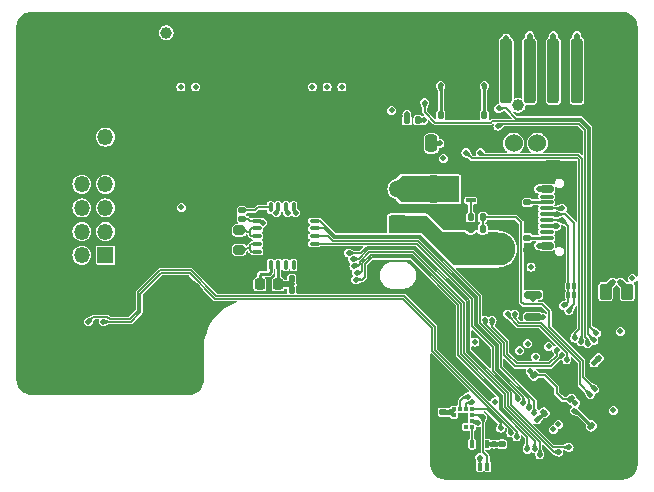
<source format=gbr>
%TF.GenerationSoftware,KiCad,Pcbnew,8.0.4*%
%TF.CreationDate,2024-12-13T01:33:19+08:00*%
%TF.ProjectId,SB-main-board,53422d6d-6169-46e2-9d62-6f6172642e6b,B0*%
%TF.SameCoordinates,Original*%
%TF.FileFunction,Copper,L4,Bot*%
%TF.FilePolarity,Positive*%
%FSLAX46Y46*%
G04 Gerber Fmt 4.6, Leading zero omitted, Abs format (unit mm)*
G04 Created by KiCad (PCBNEW 8.0.4) date 2024-12-13 01:33:19*
%MOMM*%
%LPD*%
G01*
G04 APERTURE LIST*
G04 Aperture macros list*
%AMRoundRect*
0 Rectangle with rounded corners*
0 $1 Rounding radius*
0 $2 $3 $4 $5 $6 $7 $8 $9 X,Y pos of 4 corners*
0 Add a 4 corners polygon primitive as box body*
4,1,4,$2,$3,$4,$5,$6,$7,$8,$9,$2,$3,0*
0 Add four circle primitives for the rounded corners*
1,1,$1+$1,$2,$3*
1,1,$1+$1,$4,$5*
1,1,$1+$1,$6,$7*
1,1,$1+$1,$8,$9*
0 Add four rect primitives between the rounded corners*
20,1,$1+$1,$2,$3,$4,$5,0*
20,1,$1+$1,$4,$5,$6,$7,0*
20,1,$1+$1,$6,$7,$8,$9,0*
20,1,$1+$1,$8,$9,$2,$3,0*%
%AMFreePoly0*
4,1,21,1.545000,0.775000,0.925000,0.775000,0.925000,0.525000,1.545000,0.525000,1.545000,0.125000,0.925000,0.125000,0.925000,-0.125000,1.545000,-0.125000,1.545000,-0.525000,0.925000,-0.525000,0.925000,-0.775000,1.545000,-0.775000,1.545000,-1.175000,0.925000,-1.175000,0.925000,-1.125000,-0.925000,-1.125000,-0.925000,1.125000,0.925000,1.125000,0.925000,1.175000,1.545000,1.175000,
1.545000,0.775000,1.545000,0.775000,$1*%
G04 Aperture macros list end*
%TA.AperFunction,SMDPad,CuDef*%
%ADD10RoundRect,0.037500X0.087500X0.237500X-0.087500X0.237500X-0.087500X-0.237500X0.087500X-0.237500X0*%
%TD*%
%TA.AperFunction,SMDPad,CuDef*%
%ADD11RoundRect,0.060000X0.140000X0.215000X-0.140000X0.215000X-0.140000X-0.215000X0.140000X-0.215000X0*%
%TD*%
%TA.AperFunction,ComponentPad*%
%ADD12C,2.800000*%
%TD*%
%TA.AperFunction,ComponentPad*%
%ADD13C,1.524000*%
%TD*%
%TA.AperFunction,ComponentPad*%
%ADD14RoundRect,0.250001X0.499999X0.499999X-0.499999X0.499999X-0.499999X-0.499999X0.499999X-0.499999X0*%
%TD*%
%TA.AperFunction,ComponentPad*%
%ADD15C,1.500000*%
%TD*%
%TA.AperFunction,ComponentPad*%
%ADD16C,5.500000*%
%TD*%
%TA.AperFunction,ComponentPad*%
%ADD17R,1.350000X1.350000*%
%TD*%
%TA.AperFunction,ComponentPad*%
%ADD18O,1.350000X1.350000*%
%TD*%
%TA.AperFunction,SMDPad,CuDef*%
%ADD19RoundRect,0.140000X-0.219203X-0.021213X-0.021213X-0.219203X0.219203X0.021213X0.021213X0.219203X0*%
%TD*%
%TA.AperFunction,SMDPad,CuDef*%
%ADD20RoundRect,0.075000X-0.337500X-0.075000X0.337500X-0.075000X0.337500X0.075000X-0.337500X0.075000X0*%
%TD*%
%TA.AperFunction,SMDPad,CuDef*%
%ADD21RoundRect,0.075000X-0.075000X-0.337500X0.075000X-0.337500X0.075000X0.337500X-0.075000X0.337500X0*%
%TD*%
%TA.AperFunction,HeatsinkPad*%
%ADD22R,3.250000X3.250000*%
%TD*%
%TA.AperFunction,SMDPad,CuDef*%
%ADD23RoundRect,0.200000X-0.275000X0.200000X-0.275000X-0.200000X0.275000X-0.200000X0.275000X0.200000X0*%
%TD*%
%TA.AperFunction,SMDPad,CuDef*%
%ADD24RoundRect,0.140000X-0.170000X0.140000X-0.170000X-0.140000X0.170000X-0.140000X0.170000X0.140000X0*%
%TD*%
%TA.AperFunction,SMDPad,CuDef*%
%ADD25RoundRect,0.140000X-0.140000X-0.170000X0.140000X-0.170000X0.140000X0.170000X-0.140000X0.170000X0*%
%TD*%
%TA.AperFunction,SMDPad,CuDef*%
%ADD26RoundRect,0.135000X-0.185000X0.135000X-0.185000X-0.135000X0.185000X-0.135000X0.185000X0.135000X0*%
%TD*%
%TA.AperFunction,SMDPad,CuDef*%
%ADD27RoundRect,0.250000X-0.262500X-0.450000X0.262500X-0.450000X0.262500X0.450000X-0.262500X0.450000X0*%
%TD*%
%TA.AperFunction,SMDPad,CuDef*%
%ADD28RoundRect,0.140000X0.021213X-0.219203X0.219203X-0.021213X-0.021213X0.219203X-0.219203X0.021213X0*%
%TD*%
%TA.AperFunction,SMDPad,CuDef*%
%ADD29RoundRect,0.140000X0.219203X0.021213X0.021213X0.219203X-0.219203X-0.021213X-0.021213X-0.219203X0*%
%TD*%
%TA.AperFunction,SMDPad,CuDef*%
%ADD30RoundRect,0.218750X0.218750X0.256250X-0.218750X0.256250X-0.218750X-0.256250X0.218750X-0.256250X0*%
%TD*%
%TA.AperFunction,SMDPad,CuDef*%
%ADD31RoundRect,0.250000X-0.250000X-2.500000X0.250000X-2.500000X0.250000X2.500000X-0.250000X2.500000X0*%
%TD*%
%TA.AperFunction,SMDPad,CuDef*%
%ADD32RoundRect,0.250000X-0.550000X-1.250000X0.550000X-1.250000X0.550000X1.250000X-0.550000X1.250000X0*%
%TD*%
%TA.AperFunction,SMDPad,CuDef*%
%ADD33RoundRect,0.250000X-0.250000X-0.475000X0.250000X-0.475000X0.250000X0.475000X-0.250000X0.475000X0*%
%TD*%
%TA.AperFunction,SMDPad,CuDef*%
%ADD34RoundRect,0.150000X0.587500X0.150000X-0.587500X0.150000X-0.587500X-0.150000X0.587500X-0.150000X0*%
%TD*%
%TA.AperFunction,SMDPad,CuDef*%
%ADD35RoundRect,0.140000X0.140000X0.170000X-0.140000X0.170000X-0.140000X-0.170000X0.140000X-0.170000X0*%
%TD*%
%TA.AperFunction,SMDPad,CuDef*%
%ADD36RoundRect,0.150000X-0.425000X0.150000X-0.425000X-0.150000X0.425000X-0.150000X0.425000X0.150000X0*%
%TD*%
%TA.AperFunction,SMDPad,CuDef*%
%ADD37RoundRect,0.075000X-0.500000X0.075000X-0.500000X-0.075000X0.500000X-0.075000X0.500000X0.075000X0*%
%TD*%
%TA.AperFunction,ComponentPad*%
%ADD38O,1.800000X1.000000*%
%TD*%
%TA.AperFunction,ComponentPad*%
%ADD39O,2.100000X1.000000*%
%TD*%
%TA.AperFunction,SMDPad,CuDef*%
%ADD40RoundRect,0.135000X0.135000X0.185000X-0.135000X0.185000X-0.135000X-0.185000X0.135000X-0.185000X0*%
%TD*%
%TA.AperFunction,SMDPad,CuDef*%
%ADD41RoundRect,0.100000X0.100000X-0.225000X0.100000X0.225000X-0.100000X0.225000X-0.100000X-0.225000X0*%
%TD*%
%TA.AperFunction,SMDPad,CuDef*%
%ADD42RoundRect,0.100000X0.315000X0.100000X-0.315000X0.100000X-0.315000X-0.100000X0.315000X-0.100000X0*%
%TD*%
%TA.AperFunction,SMDPad,CuDef*%
%ADD43FreePoly0,180.000000*%
%TD*%
%TA.AperFunction,SMDPad,CuDef*%
%ADD44RoundRect,0.135000X0.185000X-0.135000X0.185000X0.135000X-0.185000X0.135000X-0.185000X-0.135000X0*%
%TD*%
%TA.AperFunction,SMDPad,CuDef*%
%ADD45R,0.375000X0.350000*%
%TD*%
%TA.AperFunction,SMDPad,CuDef*%
%ADD46R,0.350000X0.375000*%
%TD*%
%TA.AperFunction,ViaPad*%
%ADD47C,0.500000*%
%TD*%
%TA.AperFunction,ViaPad*%
%ADD48C,1.000000*%
%TD*%
%TA.AperFunction,Conductor*%
%ADD49C,0.177800*%
%TD*%
%TA.AperFunction,Conductor*%
%ADD50C,0.254000*%
%TD*%
%TA.AperFunction,Conductor*%
%ADD51C,0.508000*%
%TD*%
%TA.AperFunction,Conductor*%
%ADD52C,0.184658*%
%TD*%
%TA.AperFunction,Conductor*%
%ADD53C,0.127000*%
%TD*%
%TA.AperFunction,Conductor*%
%ADD54C,0.152400*%
%TD*%
G04 APERTURE END LIST*
D10*
%TO.P,D3,1,IO1*%
%TO.N,/USB_D+*%
X119840520Y-91815664D03*
%TO.P,D3,2,IO2*%
%TO.N,/USB_D-*%
X119340520Y-91815664D03*
D11*
%TO.P,D3,3,G*%
%TO.N,GND*%
X118840520Y-91815664D03*
%TO.P,D3,4,G*%
X118840521Y-91045664D03*
D10*
%TO.P,D3,5,NC*%
%TO.N,/USB_D-*%
X119340520Y-91045664D03*
%TO.P,D3,6,NC*%
%TO.N,/USB_D+*%
X119840519Y-91045664D03*
%TD*%
D12*
%TO.P,J1,1,Pin_1*%
%TO.N,+24V*%
X113482830Y-87877964D03*
%TO.P,J1,2,Pin_2*%
%TO.N,GND*%
X113482830Y-82797964D03*
D13*
%TO.P,J1,3,Pin_3*%
%TO.N,/CAN_H*%
X114712830Y-78947964D03*
%TO.P,J1,4,Pin_4*%
%TO.N,/CAN_L*%
X116712830Y-78947964D03*
%TD*%
D14*
%TO.P,J5,1,Pin_1*%
%TO.N,+24V*%
X104905330Y-85797964D03*
D15*
%TO.P,J5,2,Pin_2*%
%TO.N,Net-(D4-K)*%
X104905330Y-82797964D03*
%TD*%
D16*
%TO.P,H2,1,1*%
%TO.N,GND*%
X86086330Y-92876664D03*
%TD*%
%TO.P,H1,1,1*%
%TO.N,GND*%
X98070330Y-80105664D03*
%TD*%
D17*
%TO.P,J9,1,Pin_1*%
%TO.N,/FAN0_DET*%
X80156472Y-88406664D03*
D18*
%TO.P,J9,2,Pin_2*%
%TO.N,/NEO*%
X78156472Y-88406664D03*
%TO.P,J9,3,Pin_3*%
%TO.N,/FAN0_PWM*%
X80156472Y-86406664D03*
%TO.P,J9,4,Pin_4*%
%TO.N,/FAN1_PWM*%
X78156472Y-86406664D03*
%TO.P,J9,5,Pin_5*%
%TO.N,/ADC0*%
X80156472Y-84406664D03*
%TO.P,J9,6,Pin_6*%
%TO.N,/FAN1_DET*%
X78156472Y-84406664D03*
%TO.P,J9,7,Pin_7*%
%TO.N,/ADC1*%
X80156472Y-82406664D03*
%TO.P,J9,8,Pin_8*%
%TO.N,+3V3*%
X78156472Y-82406664D03*
%TO.P,J9,9,Pin_9*%
%TO.N,GND*%
X80156472Y-80406664D03*
%TO.P,J9,10,Pin_10*%
X78156472Y-80406664D03*
%TO.P,J9,11,Pin_11*%
%TO.N,+24V*%
X80156472Y-78406664D03*
%TO.P,J9,12,Pin_12*%
%TO.N,GND*%
X78156472Y-78406664D03*
%TD*%
D19*
%TO.P,C5,1*%
%TO.N,+1V1*%
X116458621Y-98587406D03*
%TO.P,C5,2*%
%TO.N,GND*%
X117137443Y-99266228D03*
%TD*%
D20*
%TO.P,U9,1,BIAS*%
%TO.N,Net-(U9-BIAS)*%
X92992830Y-88095664D03*
%TO.P,U9,2,REFIN+*%
X92992830Y-87445664D03*
%TO.P,U9,3,REFIN-*%
%TO.N,Net-(U9-ISENSOR)*%
X92992830Y-86795664D03*
%TO.P,U9,4,ISENSOR*%
X92992830Y-86145664D03*
%TO.P,U9,5,FORCE+*%
%TO.N,Net-(J4-Pin_1)*%
X92992830Y-85495664D03*
D21*
%TO.P,U9,6,FORCE2*%
%TO.N,Net-(S1-Pin_2)*%
X94130330Y-84358164D03*
%TO.P,U9,7,RTDIN+*%
%TO.N,Net-(J4-Pin_2)*%
X94780330Y-84358164D03*
%TO.P,U9,8,RTDIN-*%
%TO.N,Net-(J4-Pin_3)*%
X95430330Y-84358164D03*
%TO.P,U9,9,FORCE-*%
%TO.N,Net-(J4-Pin_4)*%
X96080330Y-84358164D03*
%TO.P,U9,10,GND*%
%TO.N,GND*%
X96730330Y-84358164D03*
D20*
%TO.P,U9,11,SDI*%
%TO.N,/SPI0_MOSI*%
X97867830Y-85495664D03*
%TO.P,U9,12,SCLK*%
%TO.N,/SPI0_CLK*%
X97867830Y-86145664D03*
%TO.P,U9,13,~{CS}*%
%TO.N,/SPI0_CS2*%
X97867830Y-86795664D03*
%TO.P,U9,14,SDO*%
%TO.N,/SPI0_MISO*%
X97867830Y-87445664D03*
%TO.P,U9,15,DGND*%
%TO.N,GND*%
X97867830Y-88095664D03*
D21*
%TO.P,U9,16,GND*%
X96730330Y-89233164D03*
%TO.P,U9,17,NC*%
%TO.N,unconnected-(U9-NC-Pad17)*%
X96080330Y-89233164D03*
%TO.P,U9,18,~{DRDY}*%
%TO.N,unconnected-(U9-~{DRDY}-Pad18)*%
X95430330Y-89233164D03*
%TO.P,U9,19,DVDD*%
%TO.N,+3V3*%
X94780330Y-89233164D03*
%TO.P,U9,20,VDD*%
%TO.N,Net-(U9-VDD)*%
X94130330Y-89233164D03*
D22*
%TO.P,U9,21,GND*%
%TO.N,GND*%
X95430330Y-86795664D03*
%TD*%
D23*
%TO.P,R17,1*%
%TO.N,Net-(U9-ISENSOR)*%
X91466330Y-86295664D03*
%TO.P,R17,2*%
%TO.N,Net-(U9-BIAS)*%
X91466330Y-87945664D03*
%TD*%
D24*
%TO.P,C30,1*%
%TO.N,+3V3*%
X108712829Y-101715664D03*
%TO.P,C30,2*%
%TO.N,GND*%
X108712829Y-102675664D03*
%TD*%
D25*
%TO.P,C31,1*%
%TO.N,+3V3*%
X95920330Y-90405665D03*
%TO.P,C31,2*%
%TO.N,GND*%
X96880330Y-90405665D03*
%TD*%
%TO.P,C23,1*%
%TO.N,+24V*%
X108536122Y-76561165D03*
%TO.P,C23,2*%
%TO.N,GND*%
X109496122Y-76561165D03*
%TD*%
D26*
%TO.P,R9,1*%
%TO.N,GND*%
X115866722Y-82923665D03*
%TO.P,R9,2*%
%TO.N,Net-(J2-CC1)*%
X115866722Y-83943665D03*
%TD*%
D27*
%TO.P,R7,1*%
%TO.N,/CAN_H*%
X122509422Y-91485664D03*
%TO.P,R7,2*%
%TO.N,/CAN_L*%
X124334422Y-91485664D03*
%TD*%
D28*
%TO.P,C9,1*%
%TO.N,+3V3*%
X117307149Y-101728450D03*
%TO.P,C9,2*%
%TO.N,GND*%
X117985971Y-101049628D03*
%TD*%
D19*
%TO.P,C10,1*%
%TO.N,+3V3*%
X121869508Y-97166091D03*
%TO.P,C10,2*%
%TO.N,GND*%
X122548330Y-97844913D03*
%TD*%
D29*
%TO.P,C4,1*%
%TO.N,+1V1*%
X119599666Y-100597079D03*
%TO.P,C4,2*%
%TO.N,GND*%
X118920844Y-99918257D03*
%TD*%
D25*
%TO.P,C32,1*%
%TO.N,+3V3*%
X95920330Y-91325664D03*
%TO.P,C32,2*%
%TO.N,GND*%
X96880330Y-91325664D03*
%TD*%
D30*
%TO.P,FB1,1*%
%TO.N,+3V3*%
X94780329Y-90865664D03*
%TO.P,FB1,2*%
%TO.N,Net-(U9-VDD)*%
X93205327Y-90865664D03*
%TD*%
D31*
%TO.P,J3,1,Pin_1*%
%TO.N,Net-(J3-Pin_1)*%
X120076330Y-72805664D03*
%TO.P,J3,2,Pin_2*%
%TO.N,Net-(J3-Pin_2)*%
X118076330Y-72805664D03*
%TO.P,J3,3,Pin_3*%
%TO.N,Net-(J3-Pin_3)*%
X116076330Y-72805664D03*
%TO.P,J3,4,Pin_4*%
%TO.N,Net-(J3-Pin_4)*%
X114076330Y-72805664D03*
D32*
%TO.P,J3,MP,MountPin*%
%TO.N,GND*%
X122476330Y-70555664D03*
X111676330Y-70555664D03*
%TD*%
D33*
%TO.P,C26,1*%
%TO.N,Net-(U6-5VOUT)*%
X107737723Y-78946165D03*
%TO.P,C26,2*%
%TO.N,GND*%
X109637723Y-78946165D03*
%TD*%
D34*
%TO.P,U10,1,V_{DD}*%
%TO.N,+3V3*%
X116340330Y-91765664D03*
%TO.P,U10,2,V_{OUT}*%
%TO.N,/TEMP_A*%
X116340330Y-93665664D03*
%TO.P,U10,3,GND*%
%TO.N,GND*%
X114465329Y-92715664D03*
%TD*%
D24*
%TO.P,C29,1*%
%TO.N,+3V3*%
X113720330Y-104405664D03*
%TO.P,C29,2*%
%TO.N,GND*%
X113720330Y-105365664D03*
%TD*%
D35*
%TO.P,C24,1*%
%TO.N,+24V*%
X112239322Y-76561165D03*
%TO.P,C24,2*%
%TO.N,GND*%
X111279322Y-76561165D03*
%TD*%
D19*
%TO.P,C8,1*%
%TO.N,+3V3*%
X121298023Y-102861122D03*
%TO.P,C8,2*%
%TO.N,GND*%
X121976845Y-103539944D03*
%TD*%
D36*
%TO.P,J2,A1,GND*%
%TO.N,GND*%
X117507722Y-81993664D03*
%TO.P,J2,A4,VBUS*%
%TO.N,Net-(D2-A)*%
X117507722Y-82793664D03*
D37*
%TO.P,J2,A5,CC1*%
%TO.N,Net-(J2-CC1)*%
X117507722Y-83943664D03*
%TO.P,J2,A6,D+*%
%TO.N,/USB_D+*%
X117507722Y-84943664D03*
%TO.P,J2,A7,D-*%
%TO.N,/USB_D-*%
X117507722Y-85443664D03*
%TO.P,J2,A8,SBU1*%
%TO.N,unconnected-(J2-SBU1-PadA8)*%
X117507722Y-86443664D03*
D36*
%TO.P,J2,A9,VBUS*%
%TO.N,Net-(D2-A)*%
X117507722Y-87593664D03*
%TO.P,J2,A12,GND*%
%TO.N,GND*%
X117507722Y-88393664D03*
%TO.P,J2,B1,GND*%
X117507722Y-88393664D03*
%TO.P,J2,B4,VBUS*%
%TO.N,Net-(D2-A)*%
X117507722Y-87593664D03*
D37*
%TO.P,J2,B5,CC2*%
%TO.N,Net-(J2-CC2)*%
X117507722Y-86943664D03*
%TO.P,J2,B6,D+*%
%TO.N,/USB_D+*%
X117507722Y-85943664D03*
%TO.P,J2,B7,D-*%
%TO.N,/USB_D-*%
X117507722Y-84443664D03*
%TO.P,J2,B8,SBU2*%
%TO.N,unconnected-(J2-SBU2-PadB8)*%
X117507722Y-83443664D03*
D36*
%TO.P,J2,B9,VBUS*%
%TO.N,Net-(D2-A)*%
X117507722Y-82793664D03*
%TO.P,J2,B12,GND*%
%TO.N,GND*%
X117507722Y-81993664D03*
D38*
%TO.P,J2,S1,SHIELD*%
X122262722Y-80873664D03*
D39*
X118082722Y-80873664D03*
D38*
X122262722Y-89513664D03*
D39*
X118082722Y-89513664D03*
%TD*%
D40*
%TO.P,R19,1*%
%TO.N,/HEAT*%
X112105330Y-85185664D03*
%TO.P,R19,2*%
%TO.N,Net-(Q1-G)*%
X111085330Y-85185664D03*
%TD*%
D41*
%TO.P,U7,1*%
%TO.N,/SPI0_CS1*%
X112492830Y-106305664D03*
%TO.P,U7,2*%
%TO.N,/SPI0_MOSI*%
X111842830Y-106305663D03*
%TO.P,U7,3,GND*%
%TO.N,GND*%
X111192830Y-106305664D03*
%TO.P,U7,4*%
%TO.N,Net-(U8-SDA)*%
X111192830Y-104405664D03*
%TO.P,U7,5,VCC*%
%TO.N,+3V3*%
X112492830Y-104405664D03*
%TD*%
D35*
%TO.P,C25,1*%
%TO.N,Net-(U6-CPI)*%
X106637722Y-76983665D03*
%TO.P,C25,2*%
%TO.N,Net-(U6-CPO)*%
X105677722Y-76983665D03*
%TD*%
D24*
%TO.P,S1,1,Pin_1*%
%TO.N,GND*%
X91706330Y-83930664D03*
%TO.P,S1,2,Pin_2*%
%TO.N,Net-(S1-Pin_2)*%
X91706330Y-84616464D03*
%TO.P,S1,3,Pin_3*%
%TO.N,Net-(J4-Pin_1)*%
X91706330Y-85302264D03*
%TD*%
D42*
%TO.P,Q1,1,S*%
%TO.N,GND*%
X111085330Y-81822964D03*
%TO.P,Q1,2,S*%
X111085330Y-82472964D03*
%TO.P,Q1,3,S*%
X111085330Y-83122964D03*
%TO.P,Q1,4,G*%
%TO.N,Net-(Q1-G)*%
X111085330Y-83772964D03*
D43*
%TO.P,Q1,5,D*%
%TO.N,Net-(D4-K)*%
X109145330Y-82797964D03*
%TD*%
D40*
%TO.P,R20,1*%
%TO.N,/HEAT*%
X112105330Y-86155664D03*
%TO.P,R20,2*%
%TO.N,GND*%
X111085330Y-86155664D03*
%TD*%
D44*
%TO.P,R8,1*%
%TO.N,GND*%
X115866722Y-87963663D03*
%TO.P,R8,2*%
%TO.N,Net-(J2-CC2)*%
X115866722Y-86943663D03*
%TD*%
D45*
%TO.P,U8,1,SPC*%
%TO.N,/SPI0_CLK*%
X111192830Y-101445664D03*
%TO.P,U8,2,~{CS}*%
%TO.N,/SPI0_CS1*%
X111192830Y-101945664D03*
%TO.P,U8,3,SDO*%
%TO.N,/SPI0_MISO*%
X111192830Y-102445664D03*
%TO.P,U8,4,SDI*%
%TO.N,Net-(U8-SDA)*%
X111192830Y-102945664D03*
D46*
%TO.P,U8,5,NC*%
%TO.N,unconnected-(U8-NC-Pad5)*%
X110680330Y-102958164D03*
%TO.P,U8,6,GND*%
%TO.N,GND*%
X110180330Y-102958164D03*
D45*
%TO.P,U8,7,RES*%
X109667830Y-102945664D03*
%TO.P,U8,8,GND*%
X109667830Y-102445664D03*
%TO.P,U8,9,VDD*%
%TO.N,+3V3*%
X109667830Y-101945664D03*
%TO.P,U8,10,VDD_IO*%
X109667830Y-101445664D03*
D46*
%TO.P,U8,11,INT2*%
%TO.N,/ADXL_INT1*%
X110180330Y-101433164D03*
%TO.P,U8,12,INT1*%
%TO.N,/ADXL_INT2*%
X110680330Y-101433164D03*
%TD*%
D47*
%TO.N,GND*%
X75990330Y-86925664D03*
X87800330Y-85965664D03*
X82530330Y-78505664D03*
X109066922Y-77804465D03*
X87330330Y-98285664D03*
X110540330Y-106585664D03*
X94020330Y-68455664D03*
X120540330Y-100535664D03*
X79980330Y-69045664D03*
X112140330Y-99765664D03*
X84010330Y-87315664D03*
X119090330Y-106275664D03*
X101620330Y-75465664D03*
X115480330Y-98665664D03*
X82340330Y-84755664D03*
X113910330Y-90595664D03*
X110824330Y-82147964D03*
X93910330Y-78955664D03*
X107780330Y-69645664D03*
X110387722Y-76483665D03*
X89230330Y-76530664D03*
X100660330Y-78125664D03*
X80110330Y-91695664D03*
X107920330Y-93195664D03*
X73880330Y-82685664D03*
X109740330Y-85605664D03*
X123036922Y-95965664D03*
X74820330Y-71135664D03*
X117940330Y-105865664D03*
X124580330Y-75245664D03*
X117887722Y-99733664D03*
X110824330Y-82797964D03*
X101190330Y-71345664D03*
X111923530Y-82472964D03*
X121880330Y-75525664D03*
X95840330Y-76975664D03*
X88900330Y-71555664D03*
X110260330Y-103925664D03*
X74120330Y-69325664D03*
X77000330Y-75075664D03*
X112330330Y-96835664D03*
X124650330Y-97855664D03*
X86100330Y-99065664D03*
X112976330Y-70255664D03*
X82270330Y-75415664D03*
X73390330Y-98065664D03*
X76650330Y-89495664D03*
X73570330Y-75255664D03*
X89150330Y-68425664D03*
X92150330Y-89935664D03*
X124550330Y-69365664D03*
X112980130Y-71012464D03*
X108490330Y-103825664D03*
X108837722Y-69405664D03*
X109610330Y-79505664D03*
X73580330Y-72105664D03*
X89230330Y-77220664D03*
X112670330Y-100305664D03*
X73860330Y-79965664D03*
X93770330Y-73825664D03*
X108720330Y-96145664D03*
X86300330Y-80555664D03*
X75550330Y-94105664D03*
X115400330Y-104305664D03*
X112780330Y-103015664D03*
X106060330Y-78055664D03*
X87610330Y-87345664D03*
X111708522Y-77804465D03*
X90042828Y-76875664D03*
X82700330Y-80785664D03*
X122270330Y-82135664D03*
X123100330Y-74425664D03*
X110387722Y-77804465D03*
X84170330Y-75045664D03*
X124570330Y-77025664D03*
X76530330Y-91955664D03*
X91950330Y-80275664D03*
X111900330Y-96385664D03*
X119050330Y-101945664D03*
X114370330Y-85905664D03*
X77640330Y-97145664D03*
X124520330Y-83405664D03*
X82220330Y-82355664D03*
X83460330Y-95385664D03*
X78490330Y-98635664D03*
X86370330Y-71605664D03*
X104620330Y-81085664D03*
X105140330Y-73025664D03*
X76890330Y-99645664D03*
X83930330Y-82455664D03*
X117076330Y-71012464D03*
X115410330Y-93095664D03*
X119076330Y-74605664D03*
X117360330Y-106855664D03*
X76160330Y-81305664D03*
X111708522Y-75162865D03*
X99380330Y-76895664D03*
X99350330Y-84245664D03*
X124640330Y-88635664D03*
X110430330Y-102195664D03*
X111923530Y-83122964D03*
X76010330Y-84175664D03*
X113180330Y-105925664D03*
X108330330Y-98225664D03*
X100970330Y-68335664D03*
X111923530Y-81822964D03*
X110387722Y-75162865D03*
X109066922Y-75162865D03*
X98020330Y-71245664D03*
X123800330Y-102145664D03*
X83400330Y-77015664D03*
X81000330Y-98875664D03*
X122920330Y-78205664D03*
X82430330Y-73315664D03*
X104550330Y-75175664D03*
X113510330Y-76605664D03*
X74340330Y-92585664D03*
X121780330Y-92915664D03*
X73990330Y-86185664D03*
X115076330Y-71012464D03*
X115220330Y-81315664D03*
X119720330Y-98115664D03*
X119990330Y-104215664D03*
X90720330Y-84635664D03*
X101900330Y-91295664D03*
X115800330Y-106255664D03*
X94510330Y-82105664D03*
X109110330Y-99705664D03*
X91270330Y-78545664D03*
X78540330Y-90765664D03*
X95380330Y-73865664D03*
X93020330Y-82395664D03*
X108910330Y-95125664D03*
X106080330Y-80775664D03*
X112870330Y-78965664D03*
X119076330Y-71012464D03*
X93500330Y-84915664D03*
X104470330Y-68725664D03*
X122370330Y-88205664D03*
X102070330Y-76245664D03*
X115076330Y-74305664D03*
X121140330Y-68685664D03*
X78870330Y-92725664D03*
X124660330Y-79415664D03*
X87660330Y-96755664D03*
X118810330Y-78585664D03*
X74520330Y-89465664D03*
X122409450Y-104821078D03*
X73990330Y-77755664D03*
X75990330Y-78955664D03*
X123580330Y-99825664D03*
X107590330Y-70675664D03*
%TO.N,+1V1*%
X119929866Y-100927279D03*
X116118605Y-98247389D03*
%TO.N,+3V3*%
X116370330Y-92115664D03*
X124760330Y-90365664D03*
X115217869Y-96498125D03*
X108760330Y-80205664D03*
X86570330Y-84355664D03*
X113119549Y-100824883D03*
X119840330Y-101575664D03*
X111430330Y-95765664D03*
X123150642Y-101535664D03*
X95420330Y-90865664D03*
X121509828Y-97525770D03*
X116678132Y-102357466D03*
X113040330Y-104405664D03*
X117673834Y-96125664D03*
X109290330Y-101715664D03*
X104382330Y-76143664D03*
X97669330Y-74155664D03*
%TO.N,+24V*%
X106494830Y-85790164D03*
D48*
X85295330Y-69555664D03*
D47*
X109779730Y-87242964D03*
X107828330Y-86234664D03*
X112319730Y-88512964D03*
X106050330Y-85345664D03*
X106939330Y-85345664D03*
X108536122Y-74021165D03*
X111684730Y-87877964D03*
X112239322Y-74021165D03*
X107383830Y-85790164D03*
D48*
X115076829Y-75714166D03*
D47*
X112319730Y-87242964D03*
X106050330Y-86234664D03*
X111049730Y-87242964D03*
X110414730Y-87877964D03*
X111049730Y-88512964D03*
X106939330Y-86234664D03*
%TO.N,+5V*%
X123746922Y-94865664D03*
X116190330Y-89414360D03*
%TO.N,Net-(D2-A)*%
X116840330Y-82793664D03*
X116840330Y-87593664D03*
%TO.N,/USB_D+*%
X116578190Y-97009918D03*
X119390330Y-93095664D03*
X118360330Y-84943664D03*
X118360330Y-85943664D03*
%TO.N,/USB_D-*%
X115907215Y-95884415D03*
X118958530Y-92663864D03*
X118830330Y-85443664D03*
X118830330Y-84443664D03*
%TO.N,/FAN0_PWM*%
X101074187Y-88728696D03*
X118540330Y-105082164D03*
%TO.N,/FAN0_DET*%
X116485430Y-104776968D03*
X101424750Y-89883043D03*
%TO.N,Net-(J4-Pin_2)*%
X94619555Y-84799614D03*
%TO.N,Net-(J4-Pin_3)*%
X95591105Y-84799614D03*
%TO.N,Net-(J4-Pin_1)*%
X93453729Y-85661251D03*
%TO.N,/FAN1_PWM*%
X116930330Y-105315664D03*
X101192907Y-89327910D03*
%TO.N,/FAN1_DET*%
X100744333Y-88225583D03*
X119401730Y-104667064D03*
%TO.N,/FAN2_PWM*%
X86545330Y-74155664D03*
X118064182Y-103161095D03*
%TO.N,/FAN2_DET*%
X87795330Y-74155664D03*
X118492306Y-102738443D03*
%TO.N,/NEO*%
X101344783Y-90479307D03*
X115860330Y-104845664D03*
%TO.N,/LDC_SCL*%
X114478441Y-103447857D03*
X79961330Y-94045664D03*
%TO.N,/LDC_SDA*%
X114980330Y-103795664D03*
X78711330Y-94045664D03*
%TO.N,/ADC0*%
X112280330Y-93925664D03*
X118793277Y-96848210D03*
%TO.N,/ADC1*%
X118364456Y-96426267D03*
X112890330Y-93925664D03*
%TO.N,/TMC_EN*%
X107186502Y-75482864D03*
X121509828Y-95613891D03*
%TO.N,/HEAT*%
X121580330Y-99749317D03*
%TO.N,/SPI0_CLK*%
X116018622Y-101319921D03*
X113620330Y-103050564D03*
%TO.N,/TMC_DIAG*%
X110670330Y-79727064D03*
X119882701Y-95424364D03*
%TO.N,/ADXL_INT1*%
X110868536Y-100381484D03*
%TO.N,/TMC_STEP*%
X113387721Y-77483665D03*
X120980552Y-95899884D03*
%TO.N,/ADXL_INT2*%
X111220095Y-100872470D03*
%TO.N,/SPI0_CS1*%
X112110330Y-102125664D03*
%TO.N,/SPI0_MOSI*%
X111842830Y-105548164D03*
X116461173Y-101727443D03*
%TO.N,/TEMP_A*%
X117190330Y-93665664D03*
%TO.N,/SPI0_MISO*%
X115076151Y-100571989D03*
X111672104Y-102574471D03*
%TO.N,/ENDSTOP0*%
X114805404Y-93367263D03*
X100169330Y-74155664D03*
X121195319Y-100211585D03*
%TO.N,/TMC_DIR*%
X121720330Y-95015664D03*
X113437722Y-75983665D03*
%TO.N,/TMC_UART*%
X120406249Y-95720714D03*
X111887722Y-79727064D03*
%TO.N,/SPI0_CS2*%
X115545430Y-100948423D03*
%TO.N,/CAN_H*%
X123096922Y-90676164D03*
%TO.N,/CAN_L*%
X123746922Y-90676164D03*
%TO.N,Net-(U6-CPO)*%
X105677722Y-76483665D03*
%TO.N,Net-(U6-CPI)*%
X107087722Y-76983664D03*
%TO.N,Net-(U6-5VOUT)*%
X108475221Y-78946165D03*
%TO.N,Net-(J3-Pin_1)*%
X120076330Y-69805664D03*
%TO.N,Net-(J3-Pin_4)*%
X114076330Y-70005664D03*
%TO.N,Net-(J3-Pin_2)*%
X118076330Y-69805664D03*
%TO.N,Net-(J3-Pin_3)*%
X116076330Y-69805664D03*
%TO.N,/FS*%
X114203802Y-93367264D03*
X98919330Y-74155664D03*
X119215220Y-97277033D03*
%TO.N,Net-(J4-Pin_4)*%
X96245917Y-84819062D03*
%TO.N,Net-(D4-K)*%
X106605330Y-82797964D03*
X109780330Y-82162964D03*
X107875330Y-82797964D03*
X109145330Y-82797964D03*
X107240330Y-82162964D03*
X105970330Y-82162964D03*
X108510330Y-83432964D03*
X107240330Y-83432964D03*
X109780330Y-83432964D03*
X108510330Y-82162964D03*
X105970330Y-83432964D03*
%TD*%
D49*
%TO.N,+1V1*%
X118368397Y-100093731D02*
X118871745Y-100597079D01*
D50*
X116118605Y-98247389D02*
X116458621Y-98587405D01*
D49*
X117364426Y-98587406D02*
X118368397Y-99591377D01*
X118871745Y-100597079D02*
X119599666Y-100597079D01*
X118368397Y-99591377D02*
X118368397Y-100093731D01*
X116118605Y-98247389D02*
X116458622Y-98587406D01*
D50*
X119599666Y-100597079D02*
X119929866Y-100927279D01*
D49*
X116458622Y-98587406D02*
X117364426Y-98587406D01*
D50*
%TO.N,+3V3*%
X113040330Y-104405664D02*
X113720330Y-104405664D01*
X120012565Y-101575664D02*
X121298023Y-102861122D01*
X109290330Y-101715664D02*
X109437830Y-101715664D01*
D51*
X94780330Y-90865664D02*
X95506330Y-90865664D01*
D50*
X117307148Y-101728450D02*
X116678132Y-102357466D01*
X95960331Y-90865665D02*
X95960330Y-90865664D01*
X119840330Y-101575664D02*
X120012565Y-101575664D01*
X112492830Y-104405664D02*
X113040330Y-104405664D01*
X95960330Y-90865664D02*
X95960330Y-90405664D01*
X109290330Y-101715664D02*
X109397830Y-101715664D01*
X108712829Y-101715664D02*
X109290330Y-101715664D01*
X109437830Y-101715664D02*
X109667830Y-101945664D01*
X94780330Y-90865664D02*
X94780331Y-89233164D01*
D51*
X95506330Y-90865664D02*
X95960330Y-90865664D01*
D50*
X109397830Y-101715664D02*
X109667830Y-101445664D01*
X95960331Y-91325664D02*
X95960331Y-90865665D01*
X121869507Y-97166091D02*
X121509828Y-97525770D01*
%TO.N,+24V*%
X112239322Y-74021165D02*
X112239322Y-76561165D01*
X108536122Y-74021165D02*
X108536122Y-76561165D01*
D51*
%TO.N,Net-(D2-A)*%
X117507722Y-87593664D02*
X116840330Y-87593664D01*
X117507722Y-82793664D02*
X116840330Y-82793664D01*
D50*
%TO.N,Net-(U9-VDD)*%
X93306329Y-89980666D02*
X93205328Y-90081667D01*
X93205328Y-90081667D02*
X93205328Y-90670666D01*
X94130330Y-89856665D02*
X94006330Y-89980665D01*
X94130330Y-89233164D02*
X94130330Y-89856665D01*
X94006330Y-89980665D02*
X93306329Y-89980666D01*
D52*
%TO.N,/USB_D+*%
X117507722Y-84943664D02*
X118360330Y-84943664D01*
X119840710Y-92567307D02*
X119840710Y-85713535D01*
X119390330Y-93017687D02*
X119840710Y-92567307D01*
X117507722Y-85943664D02*
X118360330Y-85943664D01*
X119390330Y-93095664D02*
X119390330Y-93017687D01*
X119070839Y-84943664D02*
X118360330Y-84943664D01*
X119840710Y-85713535D02*
X119070839Y-84943664D01*
%TO.N,/USB_D-*%
X118830711Y-85444045D02*
X118863572Y-85444045D01*
X118830330Y-85443664D02*
X118830711Y-85444045D01*
X118863572Y-85444045D02*
X119340520Y-85920993D01*
X119036507Y-92663864D02*
X118958530Y-92663864D01*
X117507722Y-84443664D02*
X118830330Y-84443664D01*
X119340520Y-85920993D02*
X119340520Y-92359851D01*
X117507722Y-85443664D02*
X118830330Y-85443664D01*
X119340520Y-92359851D02*
X119036507Y-92663864D01*
D53*
%TO.N,/FAN0_PWM*%
X118116700Y-105082164D02*
X118540330Y-105082164D01*
X101587428Y-88728696D02*
X102413260Y-87902864D01*
X110722230Y-96600897D02*
X114220449Y-100099116D01*
X106307400Y-87902864D02*
X110722230Y-92317694D01*
X114220449Y-101185913D02*
X118116700Y-105082164D01*
X101074187Y-88728696D02*
X101587428Y-88728696D01*
X114220449Y-100099116D02*
X114220449Y-101185913D01*
X102413260Y-87902864D02*
X106307400Y-87902864D01*
X110722230Y-92317694D02*
X110722230Y-96600897D01*
%TO.N,/FAN0_DET*%
X101911730Y-89050974D02*
X102602640Y-88360064D01*
X101742951Y-89883043D02*
X101911730Y-89714264D01*
X102602640Y-88360064D02*
X106118020Y-88360064D01*
X113763249Y-101375293D02*
X116485430Y-104097474D01*
X113763249Y-100288496D02*
X113763249Y-101375293D01*
X101911730Y-89714264D02*
X101911730Y-89050974D01*
X116485430Y-104097474D02*
X116485430Y-104776968D01*
X106118020Y-88360064D02*
X110265030Y-92507074D01*
X110265030Y-96790277D02*
X113763249Y-100288496D01*
X101424750Y-89883043D02*
X101742951Y-89883043D01*
X110265030Y-92507074D02*
X110265030Y-96790277D01*
%TO.N,Net-(J4-Pin_2)*%
X94780330Y-84638839D02*
X94619555Y-84799614D01*
%TO.N,Net-(J4-Pin_3)*%
X95430330Y-84638839D02*
X95591105Y-84799614D01*
%TO.N,Net-(J4-Pin_1)*%
X92197930Y-85302266D02*
X91706330Y-85302265D01*
X92391328Y-85495664D02*
X92197930Y-85302266D01*
X93288142Y-85495664D02*
X93453729Y-85661251D01*
X92992830Y-85495664D02*
X92391328Y-85495664D01*
%TO.N,/FAN1_PWM*%
X110493630Y-92412384D02*
X110493630Y-96695587D01*
X101683130Y-89172864D02*
X101683130Y-88956284D01*
X116930330Y-104219084D02*
X116930330Y-105315664D01*
X101192907Y-89327910D02*
X101528084Y-89327910D01*
X106212710Y-88131464D02*
X110493630Y-92412384D01*
X113991849Y-101280603D02*
X116930330Y-104219084D01*
X101683130Y-88956284D02*
X102507950Y-88131464D01*
X110493630Y-96695587D02*
X113991849Y-100193806D01*
X113991849Y-100193806D02*
X113991849Y-101280603D01*
X102507950Y-88131464D02*
X106212710Y-88131464D01*
X101528084Y-89327910D02*
X101683130Y-89172864D01*
%TO.N,/FAN1_DET*%
X114449049Y-100004426D02*
X114449049Y-101091223D01*
X118024890Y-104667064D02*
X119401730Y-104667064D01*
X102318570Y-87674264D02*
X106402090Y-87674264D01*
X110950830Y-92223004D02*
X110950830Y-96506207D01*
X101767251Y-88225583D02*
X102318570Y-87674264D01*
X100744333Y-88225583D02*
X101767251Y-88225583D01*
X110950830Y-96506207D02*
X114449049Y-100004426D01*
X114449049Y-101091223D02*
X118024890Y-104667064D01*
X106402090Y-87674264D02*
X110950830Y-92223004D01*
%TO.N,/NEO*%
X106023330Y-88588664D02*
X102697330Y-88588664D01*
X101876687Y-90479307D02*
X101344783Y-90479307D01*
X102697330Y-88588664D02*
X102140330Y-89145664D01*
X110036430Y-96884967D02*
X110036430Y-92601764D01*
X115860330Y-103795664D02*
X113534649Y-101469983D01*
X110036430Y-92601764D02*
X106023330Y-88588664D01*
X102140330Y-90215664D02*
X101876687Y-90479307D01*
X102140330Y-89145664D02*
X102140330Y-90215664D01*
X113534649Y-101469983D02*
X113534649Y-100383186D01*
X115860330Y-104845664D02*
X115860330Y-103795664D01*
X113534649Y-100383186D02*
X110036430Y-96884967D01*
%TO.N,/LDC_SCL*%
X89455640Y-92084264D02*
X87295640Y-89924264D01*
X114478441Y-103167065D02*
X107821730Y-96510354D01*
X84845020Y-89924264D02*
X83118930Y-91650354D01*
X87295640Y-89924264D02*
X84845020Y-89924264D01*
X107821730Y-94550354D02*
X105355640Y-92084264D01*
X83118930Y-93230354D02*
X82303620Y-94045664D01*
X83118930Y-91650354D02*
X83118930Y-93230354D01*
X107821730Y-96510354D02*
X107821730Y-94550354D01*
X114478441Y-103447857D02*
X114478441Y-103167065D01*
X82303620Y-94045664D02*
X79961330Y-94045664D01*
X105355640Y-92084264D02*
X89455640Y-92084264D01*
%TO.N,/LDC_SDA*%
X79126430Y-93630564D02*
X78711330Y-94045664D01*
X114980330Y-103345664D02*
X108050330Y-96415664D01*
X105450330Y-91855664D02*
X89550330Y-91855664D01*
X87390330Y-89695664D02*
X84750330Y-89695664D01*
X108050330Y-96415664D02*
X108050330Y-94455664D01*
X114980330Y-103795664D02*
X114980330Y-103345664D01*
X82220330Y-93805664D02*
X80500330Y-93805664D01*
X80500330Y-93805664D02*
X80325230Y-93630564D01*
X108050330Y-94455664D02*
X105450330Y-91855664D01*
X89550330Y-91855664D02*
X87390330Y-89695664D01*
X82890330Y-93135664D02*
X82220330Y-93805664D01*
X82890330Y-91555664D02*
X82890330Y-93135664D01*
X80325230Y-93630564D02*
X79126430Y-93630564D01*
X84750330Y-89695664D02*
X82890330Y-91555664D01*
D54*
%TO.N,/ADC0*%
X114850330Y-97805664D02*
X113900330Y-96855664D01*
X118793277Y-96848210D02*
X117835823Y-97805664D01*
X113900330Y-95836511D02*
X112280330Y-94216511D01*
X117835823Y-97805664D02*
X114850330Y-97805664D01*
X113900330Y-96855664D02*
X113900330Y-95836511D01*
X112280330Y-94216511D02*
X112280330Y-93925664D01*
%TO.N,/ADC1*%
X118364456Y-96917821D02*
X118364456Y-96426267D01*
X117730613Y-97551664D02*
X118364456Y-96917821D01*
X112890330Y-94467301D02*
X114154330Y-95731301D01*
X114154330Y-96750454D02*
X114955540Y-97551664D01*
X112890330Y-93925664D02*
X112890330Y-94467301D01*
X114955540Y-97551664D02*
X117730613Y-97551664D01*
X114154330Y-95731301D02*
X114154330Y-96750454D01*
D49*
%TO.N,Net-(Q1-G)*%
X111085330Y-83772964D02*
X111085330Y-85185664D01*
D53*
%TO.N,Net-(U9-BIAS)*%
X92386330Y-88000666D02*
X92386330Y-87770665D01*
X92992829Y-88095665D02*
X92476331Y-88095664D01*
X92476330Y-87445664D02*
X92386330Y-87535664D01*
X92386330Y-87770665D02*
X92386330Y-87535664D01*
X92386330Y-87770665D02*
X92176330Y-87770666D01*
X92476330Y-88090666D02*
X92386330Y-88000666D01*
X92476331Y-88095664D02*
X92476330Y-88090666D01*
X92001332Y-87945664D02*
X91466330Y-87945664D01*
X92992830Y-87445664D02*
X92476330Y-87445664D01*
X92176330Y-87770666D02*
X92001332Y-87945664D01*
%TO.N,Net-(U9-ISENSOR)*%
X92476330Y-86795665D02*
X92386330Y-86705665D01*
X92001331Y-86295664D02*
X91466330Y-86295664D01*
X92386330Y-86240663D02*
X92386330Y-86470663D01*
X92386330Y-86470663D02*
X92386330Y-86705665D01*
X92476330Y-86150663D02*
X92386330Y-86240663D01*
X92176330Y-86470663D02*
X92001331Y-86295664D01*
X92992829Y-86795665D02*
X92476330Y-86795665D01*
X92476330Y-86145664D02*
X92476330Y-86150663D01*
X92992829Y-86145664D02*
X92476330Y-86145664D01*
X92386330Y-86470663D02*
X92176330Y-86470663D01*
%TO.N,/TMC_EN*%
X112877429Y-77068565D02*
X112770330Y-77175664D01*
X120969022Y-95073085D02*
X120969022Y-77691066D01*
X108070330Y-77175664D02*
X107186502Y-76291836D01*
X121509828Y-95613891D02*
X120969022Y-95073085D01*
X120346521Y-77068565D02*
X112877429Y-77068565D01*
X107185701Y-75483665D02*
X107186502Y-75482864D01*
X112770330Y-77175664D02*
X108070330Y-77175664D01*
X120969022Y-77691066D02*
X120346521Y-77068565D01*
X107186502Y-76291836D02*
X107186502Y-75482864D01*
D49*
%TO.N,/HEAT*%
X115356222Y-85629772D02*
X114912114Y-85185664D01*
X117730330Y-93155664D02*
X117130330Y-92555664D01*
X115356222Y-92331556D02*
X115356222Y-85629772D01*
X112105330Y-85185664D02*
X112105330Y-86155664D01*
X117730330Y-94475204D02*
X117730330Y-93155664D01*
X120580330Y-97325204D02*
X117730330Y-94475204D01*
X114912114Y-85185664D02*
X112105330Y-85185664D01*
X120580330Y-98749317D02*
X120580330Y-97325204D01*
X121580330Y-99749317D02*
X120580330Y-98749317D01*
X117130330Y-92555664D02*
X115580330Y-92555664D01*
X115580330Y-92555664D02*
X115356222Y-92331556D01*
D53*
%TO.N,/SPI0_CLK*%
X106686160Y-86988464D02*
X111636630Y-91938934D01*
X99519840Y-86988464D02*
X106686160Y-86988464D01*
X112433750Y-101445664D02*
X111192830Y-101445664D01*
X113417530Y-98003037D02*
X116018622Y-100604129D01*
X111636630Y-94237351D02*
X113417530Y-96018251D01*
X113620330Y-102632244D02*
X112433750Y-101445664D01*
X116018622Y-100604129D02*
X116018622Y-101319921D01*
X113417530Y-96018251D02*
X113417530Y-98003037D01*
X113620330Y-103050564D02*
X113620330Y-102632244D01*
X97867830Y-86145664D02*
X98677040Y-86145664D01*
X111636630Y-91938934D02*
X111636630Y-94237351D01*
X98677040Y-86145664D02*
X99519840Y-86988464D01*
%TO.N,/TMC_DIAG*%
X110670330Y-79727064D02*
X111151830Y-80208564D01*
X120131469Y-80208564D02*
X120283222Y-80360317D01*
X120283222Y-94622772D02*
X119882701Y-95023293D01*
X111151830Y-80208564D02*
X120131469Y-80208564D01*
X120283222Y-80360317D02*
X120283222Y-94622772D01*
X119882701Y-95023293D02*
X119882701Y-95424364D01*
%TO.N,/ADXL_INT1*%
X110180330Y-101433164D02*
X110180330Y-100735664D01*
X110180330Y-100735664D02*
X110534510Y-100381484D01*
X110534510Y-100381484D02*
X110868536Y-100381484D01*
%TO.N,/TMC_STEP*%
X120980552Y-95899884D02*
X120980552Y-95555886D01*
X120740422Y-77785756D02*
X120251831Y-77297165D01*
X120980552Y-95555886D02*
X120740422Y-95315756D01*
X113574221Y-77297165D02*
X113387721Y-77483665D01*
X120740422Y-95315756D02*
X120740422Y-77785756D01*
X120251831Y-77297165D02*
X113574221Y-77297165D01*
%TO.N,/ADXL_INT2*%
X110823524Y-100872470D02*
X111220095Y-100872470D01*
X110680330Y-101433164D02*
X110680330Y-101015664D01*
X110680330Y-101015664D02*
X110823524Y-100872470D01*
%TO.N,/SPI0_CS1*%
X112110330Y-102125664D02*
X112110330Y-105035664D01*
X112492830Y-105418164D02*
X112492830Y-106305664D01*
X111930330Y-101945664D02*
X111192830Y-101945664D01*
X112110330Y-105035664D02*
X112492830Y-105418164D01*
X112110330Y-102125664D02*
X111930330Y-101945664D01*
%TO.N,/SPI0_MOSI*%
X106780850Y-86759864D02*
X111865230Y-91844244D01*
X97867830Y-85495664D02*
X98350330Y-85495664D01*
X98350330Y-85495664D02*
X99614530Y-86759864D01*
X116461173Y-100723390D02*
X116461173Y-101727443D01*
X111865230Y-91844244D02*
X111865230Y-94142661D01*
X111842830Y-105548164D02*
X111842830Y-106305663D01*
X99614530Y-86759864D02*
X106780850Y-86759864D01*
X111865230Y-94142661D02*
X113646130Y-95923561D01*
X113646130Y-95923561D02*
X113646130Y-97908347D01*
X113646130Y-97908347D02*
X116461173Y-100723390D01*
D49*
%TO.N,/TEMP_A*%
X117190330Y-93665664D02*
X116340330Y-93665664D01*
D53*
%TO.N,/SPI0_MISO*%
X112960330Y-96207631D02*
X111179430Y-94426731D01*
X112960330Y-98192417D02*
X112960330Y-96207631D01*
X111672104Y-102574471D02*
X111543297Y-102445664D01*
X115076151Y-100308238D02*
X112960330Y-98192417D01*
X106496780Y-87445664D02*
X97867830Y-87445664D01*
X111179430Y-94426731D02*
X111179430Y-92128314D01*
X111179430Y-92128314D02*
X106496780Y-87445664D01*
X111543297Y-102445664D02*
X111192830Y-102445664D01*
X115076151Y-100571989D02*
X115076151Y-100308238D01*
%TO.N,/ENDSTOP0*%
X114805404Y-93367263D02*
X114805404Y-93759488D01*
X117026680Y-94130764D02*
X120326330Y-97430414D01*
X115176680Y-94130764D02*
X117026680Y-94130764D01*
X120326330Y-99342596D02*
X121195319Y-100211585D01*
X114805404Y-93759488D02*
X115176680Y-94130764D01*
X120326330Y-97430414D02*
X120326330Y-99342596D01*
%TO.N,/TMC_DIR*%
X121197622Y-94492956D02*
X121720330Y-95015664D01*
X113437722Y-75983665D02*
X114048331Y-75983665D01*
X120441211Y-76839965D02*
X121197622Y-77596376D01*
X121197622Y-77596376D02*
X121197622Y-94492956D01*
X114048331Y-75983665D02*
X114904631Y-76839965D01*
X114904631Y-76839965D02*
X120441211Y-76839965D01*
%TO.N,/TMC_UART*%
X120511822Y-80265627D02*
X120511822Y-95254172D01*
X120406249Y-95359745D02*
X120406249Y-95720714D01*
X120201859Y-79955664D02*
X120511822Y-80265627D01*
X111887722Y-79727064D02*
X112116322Y-79955664D01*
X120511822Y-95254172D02*
X120406249Y-95359745D01*
X112116322Y-79955664D02*
X120201859Y-79955664D01*
%TO.N,/SPI0_CS2*%
X99003750Y-86795664D02*
X99425150Y-87217064D01*
X111408030Y-94332041D02*
X113188930Y-96112941D01*
X113188930Y-96112941D02*
X113188930Y-98097727D01*
X106591470Y-87217064D02*
X111408030Y-92033624D01*
X115545430Y-100454227D02*
X115545430Y-100948423D01*
X97867830Y-86795664D02*
X99003750Y-86795664D01*
X113188930Y-98097727D02*
X115545430Y-100454227D01*
X111408030Y-92033624D02*
X111408030Y-94332041D01*
X99425150Y-87217064D02*
X106591470Y-87217064D01*
D51*
%TO.N,/CAN_H*%
X122509422Y-91263664D02*
X123096922Y-90676164D01*
%TO.N,/CAN_L*%
X124334422Y-91263664D02*
X123746922Y-90676164D01*
D53*
%TO.N,Net-(U6-CPO)*%
X105677722Y-76983665D02*
X105677722Y-76483665D01*
%TO.N,Net-(U6-CPI)*%
X107087721Y-76983665D02*
X107087722Y-76983664D01*
X106637722Y-76983665D02*
X107087721Y-76983665D01*
D50*
%TO.N,Net-(U6-5VOUT)*%
X107737724Y-78946165D02*
X108475221Y-78946165D01*
%TO.N,Net-(J2-CC2)*%
X117507722Y-86943664D02*
X115866723Y-86943664D01*
%TO.N,Net-(J2-CC1)*%
X115866722Y-83943665D02*
X117507721Y-83943665D01*
D51*
%TO.N,Net-(J3-Pin_1)*%
X120076330Y-69805664D02*
X120076330Y-72805664D01*
%TO.N,Net-(J3-Pin_4)*%
X114076330Y-70005664D02*
X114076330Y-72805664D01*
%TO.N,Net-(J3-Pin_2)*%
X118076330Y-69805664D02*
X118076330Y-72805664D01*
%TO.N,Net-(J3-Pin_3)*%
X116076330Y-69805664D02*
X116076330Y-72805664D01*
D54*
%TO.N,/FS*%
X115076730Y-94372064D02*
X116926730Y-94372064D01*
X116926730Y-94372064D02*
X119221077Y-96666411D01*
X119221077Y-96666411D02*
X119221077Y-97271176D01*
X119221077Y-97271176D02*
X119215220Y-97277033D01*
X114203802Y-93367264D02*
X114203802Y-93499136D01*
X114203802Y-93499136D02*
X115076730Y-94372064D01*
D53*
%TO.N,Net-(J4-Pin_4)*%
X96080330Y-84653475D02*
X96245917Y-84819062D01*
%TO.N,Net-(S1-Pin_2)*%
X93068831Y-84358163D02*
X92810531Y-84616464D01*
X92810531Y-84616464D02*
X91706330Y-84616464D01*
X94130331Y-84358164D02*
X93068831Y-84358163D01*
%TO.N,Net-(U8-SDA)*%
X111192830Y-102945664D02*
X111192830Y-104405664D01*
%TD*%
%TA.AperFunction,Conductor*%
%TO.N,Net-(D4-K)*%
G36*
X110052024Y-81691270D02*
G01*
X110070330Y-81735464D01*
X110070330Y-83860464D01*
X110052024Y-83904658D01*
X110007830Y-83922964D01*
X105306218Y-83922964D01*
X105262024Y-83904658D01*
X104923636Y-83566270D01*
X104905330Y-83522076D01*
X104905330Y-82073852D01*
X104923636Y-82029658D01*
X105262024Y-81691270D01*
X105306218Y-81672964D01*
X110007830Y-81672964D01*
X110052024Y-81691270D01*
G37*
%TD.AperFunction*%
%TD*%
%TA.AperFunction,Conductor*%
%TO.N,GND*%
G36*
X123935498Y-67799357D02*
G01*
X124127348Y-67814462D01*
X124137016Y-67815993D01*
X124285193Y-67851571D01*
X124321755Y-67860350D01*
X124331081Y-67863381D01*
X124491174Y-67929696D01*
X124506549Y-67936065D01*
X124506593Y-67936083D01*
X124515331Y-67940535D01*
X124677321Y-68039804D01*
X124685245Y-68045561D01*
X124829715Y-68168950D01*
X124836641Y-68175876D01*
X124960028Y-68320341D01*
X124965792Y-68328275D01*
X125065055Y-68490250D01*
X125069508Y-68498988D01*
X125142215Y-68674503D01*
X125145246Y-68683830D01*
X125189602Y-68868562D01*
X125191136Y-68878248D01*
X125206227Y-69069887D01*
X125206420Y-69074790D01*
X125206421Y-69118741D01*
X125206428Y-69118800D01*
X125206428Y-90149332D01*
X125188122Y-90193526D01*
X125143928Y-90211832D01*
X125099734Y-90193526D01*
X125088240Y-90177707D01*
X125074419Y-90150583D01*
X125069541Y-90141009D01*
X124984985Y-90056453D01*
X124878438Y-90002164D01*
X124760330Y-89983458D01*
X124642221Y-90002164D01*
X124642220Y-90002164D01*
X124535674Y-90056453D01*
X124451119Y-90141008D01*
X124396830Y-90247554D01*
X124396830Y-90247555D01*
X124378124Y-90365664D01*
X124396830Y-90483772D01*
X124396830Y-90483773D01*
X124414481Y-90518413D01*
X124437037Y-90562682D01*
X124439385Y-90567289D01*
X124443138Y-90614977D01*
X124412072Y-90651352D01*
X124383697Y-90658164D01*
X124294333Y-90658164D01*
X124250139Y-90639858D01*
X123981168Y-90370887D01*
X123894175Y-90320663D01*
X123894174Y-90320662D01*
X123869932Y-90314166D01*
X123866816Y-90313243D01*
X123864312Y-90312430D01*
X123860137Y-90311542D01*
X123842519Y-90306821D01*
X123797151Y-90294664D01*
X123797147Y-90294664D01*
X123756299Y-90294664D01*
X123747326Y-90293958D01*
X123746518Y-90293958D01*
X123737545Y-90294664D01*
X123696697Y-90294664D01*
X123696696Y-90294664D01*
X123696690Y-90294665D01*
X123633706Y-90311542D01*
X123629540Y-90312428D01*
X123627017Y-90313247D01*
X123623912Y-90314166D01*
X123599669Y-90320662D01*
X123599668Y-90320663D01*
X123512678Y-90370885D01*
X123466115Y-90417448D01*
X123421920Y-90435753D01*
X123377727Y-90417447D01*
X123331173Y-90370893D01*
X123331167Y-90370888D01*
X123244177Y-90320663D01*
X123244174Y-90320662D01*
X123219932Y-90314166D01*
X123216816Y-90313243D01*
X123214312Y-90312430D01*
X123210137Y-90311542D01*
X123192519Y-90306821D01*
X123147151Y-90294664D01*
X123147147Y-90294664D01*
X123106299Y-90294664D01*
X123097326Y-90293958D01*
X123096518Y-90293958D01*
X123087545Y-90294664D01*
X123046697Y-90294664D01*
X123046696Y-90294664D01*
X123046690Y-90294665D01*
X122983706Y-90311542D01*
X122979540Y-90312428D01*
X122977017Y-90313247D01*
X122973912Y-90314166D01*
X122949669Y-90320662D01*
X122949662Y-90320665D01*
X122862676Y-90370887D01*
X122862675Y-90370888D01*
X122593704Y-90639858D01*
X122549510Y-90658164D01*
X122211096Y-90658164D01*
X122137720Y-90668854D01*
X122137719Y-90668854D01*
X122137718Y-90668855D01*
X122038931Y-90717149D01*
X122024530Y-90724189D01*
X121935447Y-90813272D01*
X121880112Y-90926462D01*
X121869422Y-90999837D01*
X121869422Y-91971489D01*
X121880112Y-92044865D01*
X121880113Y-92044868D01*
X121935446Y-92158054D01*
X122024532Y-92247140D01*
X122137718Y-92302473D01*
X122211095Y-92313164D01*
X122807748Y-92313163D01*
X122881126Y-92302473D01*
X122994312Y-92247140D01*
X123083398Y-92158054D01*
X123138731Y-92044868D01*
X123149422Y-91971491D01*
X123149421Y-91189073D01*
X123167726Y-91144881D01*
X123377728Y-90934879D01*
X123421921Y-90916574D01*
X123466115Y-90934880D01*
X123676116Y-91144880D01*
X123694422Y-91189074D01*
X123694422Y-91971489D01*
X123705112Y-92044865D01*
X123705113Y-92044868D01*
X123760446Y-92158054D01*
X123849532Y-92247140D01*
X123962718Y-92302473D01*
X124036095Y-92313164D01*
X124632748Y-92313163D01*
X124706126Y-92302473D01*
X124819312Y-92247140D01*
X124908398Y-92158054D01*
X124963731Y-92044868D01*
X124974422Y-91971491D01*
X124974421Y-90999838D01*
X124963731Y-90926460D01*
X124908398Y-90813274D01*
X124903393Y-90808269D01*
X124885087Y-90764075D01*
X124903393Y-90719881D01*
X124919208Y-90708389D01*
X124984985Y-90674875D01*
X125069541Y-90590319D01*
X125088240Y-90553619D01*
X125124615Y-90522554D01*
X125172303Y-90526307D01*
X125203369Y-90562682D01*
X125206428Y-90581995D01*
X125206428Y-106079296D01*
X125206425Y-106079330D01*
X125206427Y-106122352D01*
X125206235Y-106127255D01*
X125191148Y-106319106D01*
X125189614Y-106328794D01*
X125145273Y-106513524D01*
X125142242Y-106522852D01*
X125069548Y-106698364D01*
X125065095Y-106707103D01*
X124965836Y-106869084D01*
X124960071Y-106877020D01*
X124836689Y-107021481D01*
X124829753Y-107028416D01*
X124685296Y-107151788D01*
X124677361Y-107157553D01*
X124515380Y-107256807D01*
X124506641Y-107261260D01*
X124331117Y-107333954D01*
X124321788Y-107336984D01*
X124137064Y-107381319D01*
X124127376Y-107382853D01*
X123935076Y-107397971D01*
X123930172Y-107398163D01*
X123887266Y-107398159D01*
X123887214Y-107398164D01*
X108976906Y-107398164D01*
X108976885Y-107398162D01*
X108970935Y-107398162D01*
X108965871Y-107398162D01*
X108933513Y-107398163D01*
X108928611Y-107397971D01*
X108736762Y-107382879D01*
X108727074Y-107381345D01*
X108542345Y-107337001D01*
X108533017Y-107333970D01*
X108357503Y-107261273D01*
X108348764Y-107256820D01*
X108186787Y-107157560D01*
X108178852Y-107151795D01*
X108106623Y-107090105D01*
X108034389Y-107028411D01*
X108027459Y-107021480D01*
X107904082Y-106877017D01*
X107898317Y-106869082D01*
X107799065Y-106707106D01*
X107794613Y-106698367D01*
X107721918Y-106522845D01*
X107718887Y-106513517D01*
X107711229Y-106481611D01*
X107674547Y-106328789D01*
X107673014Y-106319106D01*
X107667150Y-106244540D01*
X107657887Y-106126739D01*
X107657696Y-106121846D01*
X107657696Y-106118342D01*
X107657699Y-106084930D01*
X107657697Y-106084926D01*
X107657698Y-106079330D01*
X107657696Y-106079296D01*
X107657696Y-96767323D01*
X107676002Y-96723129D01*
X107720196Y-96704823D01*
X107764390Y-96723129D01*
X110936892Y-99895631D01*
X110955198Y-99939825D01*
X110936892Y-99984019D01*
X110892698Y-100002325D01*
X110882923Y-100001556D01*
X110868537Y-99999278D01*
X110868536Y-99999278D01*
X110849298Y-100002325D01*
X110750427Y-100017984D01*
X110750426Y-100017984D01*
X110643879Y-100072273D01*
X110624207Y-100091945D01*
X110608123Y-100103572D01*
X110602081Y-100106613D01*
X110600953Y-100107495D01*
X110600937Y-100107507D01*
X110499040Y-100186991D01*
X110484518Y-100195453D01*
X110426319Y-100219560D01*
X110426318Y-100219561D01*
X110319193Y-100326685D01*
X110313446Y-100331766D01*
X110301188Y-100341329D01*
X110294918Y-100346539D01*
X110293853Y-100347480D01*
X110293849Y-100347484D01*
X110285535Y-100359134D01*
X110278858Y-100367019D01*
X110072137Y-100573742D01*
X110018409Y-100627469D01*
X110018407Y-100627472D01*
X109989330Y-100697672D01*
X109989330Y-101069822D01*
X109971024Y-101114016D01*
X109960133Y-101121298D01*
X109960699Y-101122144D01*
X109955583Y-101125561D01*
X109955582Y-101125562D01*
X109942391Y-101134376D01*
X109936689Y-101138186D01*
X109889775Y-101147517D01*
X109867891Y-101143164D01*
X109867888Y-101143164D01*
X109467772Y-101143164D01*
X109449177Y-101146863D01*
X109430581Y-101150562D01*
X109430580Y-101150562D01*
X109388407Y-101178741D01*
X109360228Y-101220914D01*
X109360228Y-101220916D01*
X109352721Y-101258653D01*
X109326144Y-101298426D01*
X109311331Y-101305703D01*
X109178803Y-101350239D01*
X109176095Y-101350904D01*
X109169949Y-101352901D01*
X109166223Y-101354467D01*
X109164289Y-101355117D01*
X109160548Y-101356443D01*
X109154772Y-101357900D01*
X109154830Y-101358125D01*
X109098061Y-101372721D01*
X109050701Y-101365997D01*
X109047775Y-101364157D01*
X108987204Y-101323685D01*
X108987200Y-101323683D01*
X108909177Y-101308164D01*
X108516481Y-101308164D01*
X108438457Y-101323683D01*
X108438453Y-101323685D01*
X108349972Y-101382807D01*
X108290850Y-101471288D01*
X108290848Y-101471292D01*
X108275329Y-101549315D01*
X108275329Y-101882012D01*
X108290848Y-101960035D01*
X108290849Y-101960037D01*
X108349972Y-102048521D01*
X108438456Y-102107644D01*
X108516481Y-102123164D01*
X108909177Y-102123164D01*
X108987202Y-102107644D01*
X109047777Y-102067168D01*
X109094692Y-102057836D01*
X109098028Y-102058595D01*
X109151860Y-102072438D01*
X109151877Y-102072439D01*
X109153397Y-102072703D01*
X109171121Y-102078603D01*
X109172222Y-102079164D01*
X109193494Y-102082533D01*
X109197805Y-102083373D01*
X109310609Y-102109511D01*
X109349529Y-102137319D01*
X109357799Y-102158202D01*
X109360228Y-102170412D01*
X109360228Y-102170413D01*
X109388407Y-102212586D01*
X109416587Y-102231414D01*
X109430582Y-102240766D01*
X109467772Y-102248164D01*
X109467773Y-102248164D01*
X109867887Y-102248164D01*
X109867888Y-102248164D01*
X109905078Y-102240766D01*
X109947252Y-102212586D01*
X109975432Y-102170412D01*
X109982830Y-102133222D01*
X109982830Y-101810664D01*
X110001136Y-101766470D01*
X110045330Y-101748164D01*
X110367887Y-101748164D01*
X110367888Y-101748164D01*
X110405078Y-101740766D01*
X110405081Y-101740763D01*
X110406407Y-101740215D01*
X110407848Y-101740214D01*
X110411115Y-101739565D01*
X110411244Y-101740214D01*
X110449416Y-101740210D01*
X110449545Y-101739565D01*
X110452788Y-101740210D01*
X110454242Y-101740210D01*
X110454253Y-101740215D01*
X110455580Y-101740764D01*
X110455582Y-101740766D01*
X110492772Y-101748164D01*
X110492773Y-101748164D01*
X110815330Y-101748164D01*
X110859524Y-101766470D01*
X110877830Y-101810664D01*
X110877830Y-102133221D01*
X110885228Y-102170414D01*
X110885781Y-102171748D01*
X110885781Y-102173191D01*
X110886429Y-102176449D01*
X110885781Y-102176577D01*
X110885781Y-102214750D01*
X110886429Y-102214879D01*
X110885781Y-102218136D01*
X110885781Y-102219580D01*
X110885228Y-102220913D01*
X110877830Y-102258106D01*
X110877830Y-102580664D01*
X110859524Y-102624858D01*
X110815330Y-102643164D01*
X110492772Y-102643164D01*
X110474177Y-102646863D01*
X110455581Y-102650562D01*
X110455580Y-102650562D01*
X110413407Y-102678741D01*
X110385228Y-102720914D01*
X110385228Y-102720915D01*
X110383243Y-102730896D01*
X110377830Y-102758106D01*
X110377830Y-103158222D01*
X110385228Y-103195412D01*
X110385228Y-103195413D01*
X110413407Y-103237586D01*
X110429239Y-103248164D01*
X110455582Y-103265766D01*
X110492772Y-103273164D01*
X110492773Y-103273164D01*
X110867887Y-103273164D01*
X110867888Y-103273164D01*
X110905078Y-103265766D01*
X110905081Y-103265763D01*
X110910766Y-103263410D01*
X110911319Y-103264747D01*
X110951514Y-103256746D01*
X110991292Y-103283316D01*
X111001830Y-103318047D01*
X111001830Y-103934448D01*
X110983524Y-103978642D01*
X110974054Y-103986414D01*
X110928816Y-104016642D01*
X110928811Y-104016646D01*
X110878530Y-104091896D01*
X110878529Y-104091898D01*
X110865330Y-104158257D01*
X110865330Y-104653070D01*
X110878529Y-104719429D01*
X110878530Y-104719431D01*
X110896537Y-104746379D01*
X110928812Y-104794682D01*
X110985121Y-104832307D01*
X111004062Y-104844963D01*
X111004064Y-104844964D01*
X111070424Y-104858164D01*
X111315236Y-104858164D01*
X111381596Y-104844964D01*
X111456848Y-104794682D01*
X111507130Y-104719430D01*
X111520330Y-104653070D01*
X111520330Y-104158258D01*
X111507130Y-104091898D01*
X111478210Y-104048617D01*
X111456848Y-104016646D01*
X111456843Y-104016642D01*
X111411606Y-103986414D01*
X111385031Y-103946640D01*
X111383830Y-103934448D01*
X111383830Y-103301257D01*
X111402136Y-103257063D01*
X111425087Y-103244799D01*
X111424392Y-103243121D01*
X111430075Y-103240766D01*
X111430078Y-103240766D01*
X111472252Y-103212586D01*
X111500432Y-103170412D01*
X111507830Y-103133222D01*
X111507830Y-103003837D01*
X111526136Y-102959643D01*
X111570330Y-102941337D01*
X111580101Y-102942105D01*
X111672104Y-102956677D01*
X111790212Y-102937971D01*
X111828455Y-102918484D01*
X111876142Y-102914731D01*
X111912517Y-102945797D01*
X111919330Y-102974172D01*
X111919330Y-105073654D01*
X111919331Y-105073660D01*
X111922910Y-105082301D01*
X111922909Y-105130136D01*
X111889082Y-105163959D01*
X111855392Y-105167947D01*
X111842831Y-105165958D01*
X111842830Y-105165958D01*
X111783776Y-105175311D01*
X111724721Y-105184664D01*
X111724720Y-105184664D01*
X111618174Y-105238953D01*
X111533619Y-105323508D01*
X111479330Y-105430054D01*
X111479330Y-105430055D01*
X111460624Y-105548164D01*
X111479330Y-105666273D01*
X111486576Y-105680493D01*
X111492187Y-105696671D01*
X111493905Y-105705309D01*
X111567650Y-105883353D01*
X111567649Y-105931189D01*
X111561874Y-105941993D01*
X111528530Y-105991895D01*
X111528529Y-105991897D01*
X111515330Y-106058256D01*
X111515330Y-106553069D01*
X111528529Y-106619428D01*
X111528530Y-106619430D01*
X111528531Y-106619431D01*
X111578812Y-106694681D01*
X111635121Y-106732306D01*
X111654062Y-106744962D01*
X111654064Y-106744963D01*
X111720424Y-106758163D01*
X111965236Y-106758163D01*
X112031596Y-106744963D01*
X112106848Y-106694681D01*
X112115863Y-106681188D01*
X112155634Y-106654613D01*
X112202551Y-106663944D01*
X112219795Y-106681188D01*
X112228811Y-106694681D01*
X112228812Y-106694682D01*
X112247406Y-106707106D01*
X112304062Y-106744963D01*
X112304064Y-106744964D01*
X112370424Y-106758164D01*
X112615236Y-106758164D01*
X112681596Y-106744964D01*
X112756848Y-106694682D01*
X112807130Y-106619430D01*
X112820330Y-106553070D01*
X112820330Y-106058258D01*
X112807130Y-105991898D01*
X112807129Y-105991896D01*
X112756848Y-105916646D01*
X112756843Y-105916642D01*
X112711606Y-105886414D01*
X112685031Y-105846640D01*
X112683830Y-105834448D01*
X112683830Y-105380174D01*
X112683830Y-105380172D01*
X112654752Y-105309971D01*
X112601023Y-105256242D01*
X112319636Y-104974855D01*
X112301330Y-104930661D01*
X112301330Y-104920316D01*
X112319636Y-104876122D01*
X112363830Y-104857816D01*
X112369972Y-104858119D01*
X112370420Y-104858163D01*
X112370424Y-104858164D01*
X112370428Y-104858164D01*
X112615236Y-104858164D01*
X112681596Y-104844964D01*
X112756848Y-104794682D01*
X112771878Y-104772186D01*
X112811651Y-104745611D01*
X112839409Y-104746378D01*
X112901860Y-104762438D01*
X112901877Y-104762439D01*
X112903397Y-104762703D01*
X112921121Y-104768603D01*
X112922222Y-104769164D01*
X113040330Y-104787870D01*
X113158438Y-104769164D01*
X113159593Y-104768575D01*
X113175856Y-104763324D01*
X113175825Y-104763203D01*
X113177830Y-104762687D01*
X113178423Y-104762496D01*
X113178793Y-104762438D01*
X113178799Y-104762438D01*
X113306609Y-104729572D01*
X113353969Y-104736295D01*
X113356897Y-104738136D01*
X113357472Y-104738520D01*
X113357473Y-104738521D01*
X113445957Y-104797644D01*
X113523982Y-104813164D01*
X113916678Y-104813164D01*
X113994703Y-104797644D01*
X114083187Y-104738521D01*
X114142310Y-104650037D01*
X114157830Y-104572012D01*
X114157830Y-104239316D01*
X114142310Y-104161291D01*
X114083187Y-104072807D01*
X113999136Y-104016646D01*
X113994705Y-104013685D01*
X113994701Y-104013683D01*
X113916678Y-103998164D01*
X113523982Y-103998164D01*
X113445958Y-104013683D01*
X113445954Y-104013685D01*
X113356899Y-104073190D01*
X113309983Y-104082522D01*
X113306611Y-104081754D01*
X113178800Y-104048889D01*
X113177230Y-104048617D01*
X113159539Y-104042725D01*
X113158440Y-104042165D01*
X113158438Y-104042164D01*
X113040330Y-104023458D01*
X112922220Y-104042164D01*
X112922215Y-104042166D01*
X112921058Y-104042756D01*
X112904801Y-104048007D01*
X112904832Y-104048125D01*
X112902896Y-104048622D01*
X112902267Y-104048826D01*
X112901860Y-104048888D01*
X112839408Y-104064947D01*
X112792047Y-104058223D01*
X112771877Y-104039139D01*
X112756848Y-104016646D01*
X112756845Y-104016643D01*
X112681597Y-103966364D01*
X112681595Y-103966363D01*
X112615236Y-103953164D01*
X112370424Y-103953164D01*
X112370422Y-103953164D01*
X112369955Y-103953210D01*
X112369803Y-103953164D01*
X112367354Y-103953164D01*
X112367354Y-103952420D01*
X112324179Y-103939323D01*
X112301631Y-103897136D01*
X112301330Y-103891011D01*
X112301330Y-102676521D01*
X112306087Y-102652604D01*
X112310386Y-102642225D01*
X112459254Y-102282807D01*
X112460995Y-102274095D01*
X112466597Y-102257966D01*
X112473828Y-102243775D01*
X112473829Y-102243773D01*
X112473830Y-102243772D01*
X112492536Y-102125664D01*
X112473830Y-102007556D01*
X112419541Y-101901009D01*
X112334985Y-101816453D01*
X112228438Y-101762164D01*
X112220420Y-101760894D01*
X112179636Y-101735901D01*
X112168468Y-101689387D01*
X112193462Y-101648601D01*
X112230199Y-101636664D01*
X112328747Y-101636664D01*
X112372941Y-101654970D01*
X113336513Y-102618542D01*
X113354819Y-102662736D01*
X113350695Y-102685062D01*
X113269663Y-102896940D01*
X113269660Y-102896949D01*
X113268462Y-102903678D01*
X113262622Y-102921086D01*
X113256830Y-102932454D01*
X113238124Y-103050564D01*
X113256830Y-103168672D01*
X113256830Y-103168673D01*
X113300428Y-103254237D01*
X113311119Y-103275219D01*
X113395675Y-103359775D01*
X113502222Y-103414064D01*
X113620330Y-103432770D01*
X113738438Y-103414064D01*
X113844985Y-103359775D01*
X113929541Y-103275219D01*
X113983830Y-103168672D01*
X113995556Y-103094634D01*
X114020549Y-103053850D01*
X114067063Y-103042682D01*
X114101480Y-103060219D01*
X114117944Y-103076683D01*
X114136250Y-103120877D01*
X114135743Y-103128821D01*
X114119671Y-103254236D01*
X114119671Y-103254237D01*
X114098699Y-103417870D01*
X114097907Y-103426072D01*
X114097812Y-103427515D01*
X114097886Y-103429023D01*
X114097190Y-103441825D01*
X114096235Y-103447857D01*
X114114941Y-103565965D01*
X114114941Y-103565966D01*
X114163442Y-103661153D01*
X114169230Y-103672512D01*
X114253786Y-103757068D01*
X114360333Y-103811357D01*
X114478441Y-103830063D01*
X114538780Y-103820506D01*
X114585293Y-103831673D01*
X114610286Y-103872459D01*
X114616828Y-103913767D01*
X114616830Y-103913773D01*
X114649883Y-103978642D01*
X114671119Y-104020319D01*
X114755675Y-104104875D01*
X114862222Y-104159164D01*
X114980330Y-104177870D01*
X115098438Y-104159164D01*
X115204985Y-104104875D01*
X115289541Y-104020319D01*
X115343830Y-103913772D01*
X115362536Y-103795664D01*
X115362536Y-103795661D01*
X115362536Y-103795660D01*
X115349780Y-103715124D01*
X115360946Y-103668611D01*
X115401733Y-103643617D01*
X115448246Y-103654783D01*
X115455704Y-103661153D01*
X115651024Y-103856473D01*
X115669330Y-103900667D01*
X115669330Y-104294804D01*
X115664573Y-104318720D01*
X115527344Y-104650039D01*
X115511402Y-104688528D01*
X115509661Y-104697238D01*
X115504063Y-104713359D01*
X115496830Y-104727554D01*
X115478124Y-104845664D01*
X115496830Y-104963772D01*
X115496830Y-104963773D01*
X115540393Y-105049269D01*
X115551119Y-105070319D01*
X115635675Y-105154875D01*
X115742222Y-105209164D01*
X115860330Y-105227870D01*
X115978438Y-105209164D01*
X116084985Y-105154875D01*
X116163034Y-105076826D01*
X116207228Y-105058520D01*
X116251422Y-105076826D01*
X116260775Y-105086179D01*
X116367322Y-105140468D01*
X116485430Y-105159174D01*
X116490192Y-105158419D01*
X116536704Y-105169582D01*
X116561702Y-105210366D01*
X116561703Y-105229925D01*
X116548124Y-105315663D01*
X116548124Y-105315664D01*
X116557110Y-105372403D01*
X116566830Y-105433772D01*
X116566830Y-105433773D01*
X116599189Y-105497279D01*
X116621119Y-105540319D01*
X116705675Y-105624875D01*
X116812222Y-105679164D01*
X116930330Y-105697870D01*
X117048438Y-105679164D01*
X117154985Y-105624875D01*
X117239541Y-105540319D01*
X117293830Y-105433772D01*
X117312536Y-105315664D01*
X117293830Y-105197556D01*
X117293829Y-105197554D01*
X117293827Y-105197549D01*
X117286583Y-105183333D01*
X117280969Y-105167144D01*
X117279254Y-105158521D01*
X117277743Y-105154874D01*
X117126087Y-104788722D01*
X117121330Y-104764805D01*
X117121330Y-104507797D01*
X117139636Y-104463603D01*
X117183830Y-104445297D01*
X117228024Y-104463603D01*
X118008507Y-105244086D01*
X118078708Y-105273164D01*
X118086923Y-105273164D01*
X118117559Y-105281187D01*
X118368254Y-105422180D01*
X118368273Y-105422190D01*
X118368282Y-105422195D01*
X118375037Y-105425742D01*
X118376265Y-105426342D01*
X118383666Y-105428067D01*
X118397852Y-105433246D01*
X118422222Y-105445664D01*
X118540330Y-105464370D01*
X118658438Y-105445664D01*
X118764985Y-105391375D01*
X118849541Y-105306819D01*
X118903830Y-105200272D01*
X118922536Y-105082164D01*
X118906166Y-104978808D01*
X118917333Y-104932297D01*
X118958120Y-104907303D01*
X118991813Y-104911290D01*
X119244586Y-105015988D01*
X119253040Y-105017677D01*
X119253297Y-105017729D01*
X119269423Y-105023329D01*
X119283622Y-105030564D01*
X119401730Y-105049270D01*
X119519838Y-105030564D01*
X119626385Y-104976275D01*
X119710941Y-104891719D01*
X119765230Y-104785172D01*
X119783936Y-104667064D01*
X119765230Y-104548956D01*
X119710941Y-104442409D01*
X119626385Y-104357853D01*
X119519838Y-104303564D01*
X119401730Y-104284858D01*
X119283621Y-104303564D01*
X119269397Y-104310812D01*
X119253219Y-104316422D01*
X119244587Y-104318139D01*
X118874786Y-104471307D01*
X118850869Y-104476064D01*
X118129893Y-104476064D01*
X118085699Y-104457758D01*
X116789036Y-103161095D01*
X117681976Y-103161095D01*
X117700682Y-103279203D01*
X117700682Y-103279204D01*
X117711919Y-103301257D01*
X117754971Y-103385750D01*
X117839527Y-103470306D01*
X117946074Y-103524595D01*
X118064182Y-103543301D01*
X118182290Y-103524595D01*
X118288837Y-103470306D01*
X118373393Y-103385750D01*
X118427682Y-103279203D01*
X118444674Y-103171916D01*
X118469667Y-103131132D01*
X118496624Y-103119965D01*
X118610414Y-103101943D01*
X118716961Y-103047654D01*
X118801517Y-102963098D01*
X118855806Y-102856551D01*
X118874512Y-102738443D01*
X118855806Y-102620335D01*
X118801517Y-102513788D01*
X118716961Y-102429232D01*
X118610414Y-102374943D01*
X118492306Y-102356237D01*
X118374197Y-102374943D01*
X118374196Y-102374943D01*
X118267650Y-102429232D01*
X118183095Y-102513787D01*
X118128806Y-102620333D01*
X118128804Y-102620340D01*
X118111813Y-102727619D01*
X118086819Y-102768406D01*
X118059860Y-102779572D01*
X117946079Y-102797593D01*
X117946072Y-102797595D01*
X117839526Y-102851884D01*
X117754971Y-102936439D01*
X117700682Y-103042985D01*
X117700682Y-103042986D01*
X117681976Y-103161095D01*
X116789036Y-103161095D01*
X116408619Y-102780678D01*
X116390313Y-102736484D01*
X116408619Y-102692290D01*
X116452813Y-102673984D01*
X116481185Y-102680795D01*
X116560024Y-102720966D01*
X116678132Y-102739672D01*
X116796240Y-102720966D01*
X116902787Y-102666677D01*
X116987343Y-102582121D01*
X117012637Y-102532478D01*
X117021757Y-102519166D01*
X117028322Y-102511832D01*
X117049747Y-102475575D01*
X117081605Y-102421659D01*
X117191437Y-102235788D01*
X117229679Y-102207054D01*
X117257435Y-102206286D01*
X117289108Y-102212586D01*
X117328361Y-102220394D01*
X117328362Y-102220394D01*
X117328363Y-102220394D01*
X117367616Y-102212586D01*
X117432736Y-102199633D01*
X117498882Y-102155435D01*
X117734134Y-101920183D01*
X117778332Y-101854037D01*
X117799093Y-101749663D01*
X117797084Y-101739565D01*
X117787558Y-101691672D01*
X117778332Y-101645289D01*
X117734134Y-101579143D01*
X117456456Y-101301465D01*
X117390310Y-101257267D01*
X117390309Y-101257266D01*
X117285937Y-101236506D01*
X117285935Y-101236506D01*
X117181563Y-101257266D01*
X117115413Y-101301467D01*
X116886925Y-101529955D01*
X116842731Y-101548261D01*
X116798537Y-101529955D01*
X116784988Y-101509678D01*
X116769088Y-101471291D01*
X116685391Y-101269217D01*
X116656929Y-101200500D01*
X116652173Y-101176585D01*
X116652173Y-100685400D01*
X116652173Y-100685398D01*
X116623095Y-100615197D01*
X116569366Y-100561468D01*
X113855436Y-97847538D01*
X113837130Y-97803344D01*
X113837130Y-97231427D01*
X113855436Y-97187233D01*
X113899630Y-97168927D01*
X113943824Y-97187233D01*
X114674072Y-97917481D01*
X114674078Y-97917488D01*
X114677640Y-97921050D01*
X114677641Y-97921051D01*
X114734943Y-97978353D01*
X114756871Y-97987436D01*
X114809811Y-98009365D01*
X114898122Y-98009365D01*
X114898130Y-98009364D01*
X115714215Y-98009364D01*
X115758409Y-98027670D01*
X115776715Y-98071864D01*
X115769903Y-98100239D01*
X115755105Y-98129279D01*
X115755105Y-98129280D01*
X115736399Y-98247389D01*
X115755105Y-98365497D01*
X115755105Y-98365498D01*
X115809394Y-98472044D01*
X115893950Y-98556600D01*
X115936354Y-98578206D01*
X115967421Y-98614580D01*
X115969279Y-98621701D01*
X115987437Y-98712991D01*
X115987437Y-98712992D01*
X115987438Y-98712993D01*
X116031636Y-98779139D01*
X116266888Y-99014391D01*
X116333034Y-99058589D01*
X116437407Y-99079350D01*
X116437408Y-99079350D01*
X116437409Y-99079350D01*
X116478215Y-99071233D01*
X116541782Y-99058589D01*
X116607928Y-99014391D01*
X116800207Y-98822112D01*
X116844401Y-98803806D01*
X117248903Y-98803806D01*
X117293097Y-98822112D01*
X118133691Y-99662706D01*
X118151997Y-99706900D01*
X118151997Y-100136776D01*
X118163138Y-100163672D01*
X118184942Y-100216312D01*
X118254606Y-100285976D01*
X118254607Y-100285976D01*
X118749165Y-100780535D01*
X118784399Y-100795129D01*
X118828700Y-100813479D01*
X118828701Y-100813479D01*
X118914790Y-100813479D01*
X119171460Y-100813479D01*
X119215654Y-100831785D01*
X119407933Y-101024064D01*
X119474079Y-101068262D01*
X119560012Y-101085355D01*
X119599784Y-101111929D01*
X119603506Y-101118278D01*
X119620655Y-101151934D01*
X119634010Y-101165289D01*
X119652316Y-101209483D01*
X119634010Y-101253677D01*
X119618195Y-101265168D01*
X119615678Y-101266450D01*
X119615675Y-101266453D01*
X119531119Y-101351008D01*
X119476830Y-101457554D01*
X119476830Y-101457555D01*
X119458124Y-101575664D01*
X119476830Y-101693772D01*
X119476830Y-101693773D01*
X119505308Y-101749663D01*
X119531119Y-101800319D01*
X119615675Y-101884875D01*
X119722222Y-101939164D01*
X119732603Y-101940807D01*
X119740284Y-101942024D01*
X119745058Y-101942971D01*
X120089297Y-102025370D01*
X120118942Y-102041959D01*
X120466922Y-102389939D01*
X120807880Y-102730896D01*
X120826186Y-102775090D01*
X120824985Y-102787283D01*
X120806079Y-102882333D01*
X120806079Y-102882335D01*
X120826839Y-102986707D01*
X120826839Y-102986708D01*
X120826840Y-102986709D01*
X120871038Y-103052855D01*
X121106290Y-103288107D01*
X121172436Y-103332305D01*
X121276809Y-103353066D01*
X121276810Y-103353066D01*
X121276811Y-103353066D01*
X121311601Y-103346145D01*
X121381184Y-103332305D01*
X121447330Y-103288107D01*
X121725008Y-103010429D01*
X121769206Y-102944283D01*
X121789967Y-102839909D01*
X121769206Y-102735535D01*
X121725008Y-102669389D01*
X121489756Y-102434137D01*
X121423610Y-102389939D01*
X121423609Y-102389938D01*
X121319237Y-102369178D01*
X121319235Y-102369178D01*
X121224184Y-102388084D01*
X121177267Y-102378752D01*
X121167797Y-102370979D01*
X120448203Y-101651384D01*
X120440339Y-101641776D01*
X120431938Y-101629132D01*
X120429713Y-101625782D01*
X120383314Y-101579140D01*
X120340065Y-101535664D01*
X122768436Y-101535664D01*
X122787142Y-101653772D01*
X122787142Y-101653773D01*
X122833980Y-101745695D01*
X122841431Y-101760319D01*
X122925987Y-101844875D01*
X123032534Y-101899164D01*
X123150642Y-101917870D01*
X123268750Y-101899164D01*
X123375297Y-101844875D01*
X123459853Y-101760319D01*
X123514142Y-101653772D01*
X123532848Y-101535664D01*
X123514142Y-101417556D01*
X123459853Y-101311009D01*
X123375297Y-101226453D01*
X123268750Y-101172164D01*
X123150642Y-101153458D01*
X123032533Y-101172164D01*
X123032532Y-101172164D01*
X122925986Y-101226453D01*
X122841431Y-101311008D01*
X122787142Y-101417554D01*
X122787142Y-101417555D01*
X122768436Y-101535664D01*
X120340065Y-101535664D01*
X120140651Y-101335203D01*
X120122461Y-101290961D01*
X120140883Y-101246815D01*
X120150747Y-101239669D01*
X120150540Y-101239383D01*
X120154519Y-101236491D01*
X120154518Y-101236491D01*
X120154521Y-101236490D01*
X120239077Y-101151934D01*
X120293366Y-101045387D01*
X120312072Y-100927279D01*
X120293366Y-100809171D01*
X120239077Y-100702624D01*
X120154521Y-100618068D01*
X120148886Y-100615197D01*
X120120865Y-100600919D01*
X120089799Y-100564544D01*
X120087943Y-100557435D01*
X120070849Y-100471492D01*
X120026651Y-100405346D01*
X119791399Y-100170094D01*
X119725253Y-100125896D01*
X119725252Y-100125895D01*
X119620880Y-100105135D01*
X119620878Y-100105135D01*
X119516506Y-100125895D01*
X119450356Y-100170096D01*
X119258080Y-100362373D01*
X119213886Y-100380679D01*
X118987269Y-100380679D01*
X118943075Y-100362373D01*
X118603103Y-100022401D01*
X118584797Y-99978207D01*
X118584797Y-99548333D01*
X118580560Y-99538104D01*
X118551852Y-99468796D01*
X118490978Y-99407922D01*
X118490977Y-99407921D01*
X117556672Y-98473616D01*
X117487007Y-98403951D01*
X117407471Y-98371006D01*
X117407469Y-98371006D01*
X116886827Y-98371006D01*
X116842633Y-98352700D01*
X116650356Y-98160423D01*
X116650354Y-98160421D01*
X116595592Y-98123829D01*
X116569018Y-98084057D01*
X116578350Y-98037140D01*
X116618124Y-98010565D01*
X116630317Y-98009364D01*
X117876340Y-98009364D01*
X117876342Y-98009364D01*
X117951210Y-97978353D01*
X118008512Y-97921051D01*
X118008512Y-97921050D01*
X118017300Y-97912262D01*
X118017301Y-97912259D01*
X118549038Y-97380523D01*
X118567750Y-97367649D01*
X118754452Y-97284312D01*
X118802270Y-97283016D01*
X118837000Y-97315911D01*
X118841657Y-97331607D01*
X118848111Y-97372356D01*
X118851720Y-97395141D01*
X118851720Y-97395142D01*
X118900677Y-97491223D01*
X118906009Y-97501688D01*
X118990565Y-97586244D01*
X119097112Y-97640533D01*
X119215220Y-97659239D01*
X119333328Y-97640533D01*
X119439875Y-97586244D01*
X119524431Y-97501688D01*
X119578720Y-97395141D01*
X119597426Y-97277033D01*
X119578720Y-97158925D01*
X119573438Y-97148559D01*
X119567399Y-97129983D01*
X119566598Y-97124937D01*
X119566596Y-97124931D01*
X119557539Y-97100410D01*
X119559398Y-97052610D01*
X119594511Y-97020126D01*
X119642311Y-97021985D01*
X119660361Y-97034560D01*
X120117024Y-97491223D01*
X120135330Y-97535417D01*
X120135330Y-99304604D01*
X120135330Y-99380588D01*
X120155890Y-99430225D01*
X120164407Y-99450787D01*
X120164409Y-99450790D01*
X120670748Y-99957129D01*
X120684296Y-99977404D01*
X120837473Y-100347191D01*
X120849268Y-100364879D01*
X120852955Y-100371178D01*
X120886106Y-100436238D01*
X120886108Y-100436240D01*
X120970664Y-100520796D01*
X121077211Y-100575085D01*
X121195319Y-100593791D01*
X121313427Y-100575085D01*
X121419974Y-100520796D01*
X121504530Y-100436240D01*
X121558819Y-100329693D01*
X121577525Y-100211585D01*
X121577525Y-100211582D01*
X121577525Y-100211581D01*
X121575001Y-100195646D01*
X121586167Y-100149133D01*
X121626954Y-100124139D01*
X121626954Y-100124138D01*
X121698438Y-100112817D01*
X121804985Y-100058528D01*
X121889541Y-99973972D01*
X121943830Y-99867425D01*
X121962536Y-99749317D01*
X121943830Y-99631209D01*
X121889541Y-99524662D01*
X121804985Y-99440106D01*
X121804984Y-99440105D01*
X121746503Y-99410308D01*
X121737358Y-99404606D01*
X121723387Y-99394119D01*
X121363360Y-99221314D01*
X121346211Y-99209162D01*
X120815036Y-98677987D01*
X120796730Y-98633793D01*
X120796730Y-97525770D01*
X121127622Y-97525770D01*
X121146328Y-97643878D01*
X121146328Y-97643879D01*
X121168539Y-97687470D01*
X121200617Y-97750425D01*
X121285173Y-97834981D01*
X121391720Y-97889270D01*
X121509828Y-97907976D01*
X121627936Y-97889270D01*
X121734483Y-97834981D01*
X121819039Y-97750425D01*
X121844333Y-97700782D01*
X121853453Y-97687470D01*
X121860016Y-97680138D01*
X121860018Y-97680136D01*
X121862161Y-97676507D01*
X121900399Y-97647768D01*
X121903758Y-97647002D01*
X121952669Y-97637274D01*
X122018815Y-97593076D01*
X122296493Y-97315398D01*
X122340691Y-97249252D01*
X122361452Y-97144878D01*
X122340691Y-97040504D01*
X122296493Y-96974358D01*
X122061241Y-96739106D01*
X121995095Y-96694908D01*
X121995094Y-96694907D01*
X121890722Y-96674147D01*
X121890720Y-96674147D01*
X121786348Y-96694907D01*
X121720198Y-96739108D01*
X121442525Y-97016781D01*
X121398324Y-97082930D01*
X121388600Y-97131816D01*
X121362023Y-97171590D01*
X121359101Y-97173427D01*
X121355463Y-97175576D01*
X121344807Y-97184442D01*
X121333211Y-97192081D01*
X121285174Y-97216557D01*
X121285173Y-97216559D01*
X121200617Y-97301114D01*
X121146328Y-97407660D01*
X121146328Y-97407661D01*
X121127622Y-97525770D01*
X120796730Y-97525770D01*
X120796730Y-97282161D01*
X120796730Y-97282159D01*
X120782693Y-97248270D01*
X120763786Y-97202624D01*
X117965036Y-94403874D01*
X117946730Y-94359680D01*
X117946730Y-93112620D01*
X117939707Y-93095664D01*
X117913785Y-93033083D01*
X117852911Y-92972209D01*
X117852910Y-92972208D01*
X117322576Y-92441874D01*
X117252911Y-92372209D01*
X117173375Y-92339264D01*
X117173373Y-92339264D01*
X116782070Y-92339264D01*
X116737876Y-92320958D01*
X116719570Y-92276764D01*
X116726382Y-92248390D01*
X116736063Y-92229390D01*
X116738067Y-92230411D01*
X116764051Y-92199980D01*
X116792433Y-92193164D01*
X116969269Y-92193164D01*
X116969271Y-92193163D01*
X116992459Y-92190473D01*
X116992460Y-92190472D01*
X116992464Y-92190472D01*
X117065883Y-92158055D01*
X117087368Y-92148569D01*
X117087368Y-92148568D01*
X117087372Y-92148567D01*
X117160733Y-92075206D01*
X117163290Y-92069416D01*
X117174130Y-92044865D01*
X117202638Y-91980298D01*
X117205329Y-91957105D01*
X117205330Y-91957103D01*
X117205330Y-91574224D01*
X117205329Y-91574222D01*
X117202639Y-91551034D01*
X117202637Y-91551028D01*
X117201893Y-91549344D01*
X117189826Y-91522012D01*
X117160735Y-91456125D01*
X117160732Y-91456121D01*
X117087372Y-91382761D01*
X117087368Y-91382758D01*
X116992465Y-91340856D01*
X116992459Y-91340854D01*
X116969270Y-91338164D01*
X116969262Y-91338164D01*
X115711398Y-91338164D01*
X115711390Y-91338164D01*
X115688200Y-91340854D01*
X115688194Y-91340856D01*
X115660366Y-91353143D01*
X115612543Y-91354247D01*
X115577947Y-91321212D01*
X115572622Y-91295968D01*
X115572622Y-89414360D01*
X115808124Y-89414360D01*
X115826830Y-89532468D01*
X115826830Y-89532469D01*
X115880154Y-89637121D01*
X115881119Y-89639015D01*
X115965675Y-89723571D01*
X116072222Y-89777860D01*
X116190330Y-89796566D01*
X116308438Y-89777860D01*
X116414985Y-89723571D01*
X116499541Y-89639015D01*
X116553830Y-89532468D01*
X116572536Y-89414360D01*
X116553830Y-89296252D01*
X116499541Y-89189705D01*
X116414985Y-89105149D01*
X116308438Y-89050860D01*
X116190330Y-89032154D01*
X116072221Y-89050860D01*
X116072220Y-89050860D01*
X115965674Y-89105149D01*
X115881119Y-89189704D01*
X115826830Y-89296250D01*
X115826830Y-89296251D01*
X115808124Y-89414360D01*
X115572622Y-89414360D01*
X115572622Y-87400761D01*
X115590928Y-87356567D01*
X115635122Y-87338261D01*
X115647312Y-87339461D01*
X115655866Y-87341163D01*
X115655867Y-87341163D01*
X116077578Y-87341163D01*
X116154145Y-87325933D01*
X116240974Y-87267915D01*
X116262060Y-87236358D01*
X116269021Y-87225941D01*
X116308795Y-87199365D01*
X116320988Y-87198164D01*
X116545419Y-87198164D01*
X116589613Y-87216470D01*
X116607919Y-87260664D01*
X116589613Y-87304858D01*
X116535055Y-87359415D01*
X116484828Y-87446411D01*
X116478332Y-87470654D01*
X116477407Y-87473777D01*
X116476596Y-87476273D01*
X116475709Y-87480443D01*
X116458831Y-87543432D01*
X116458830Y-87543440D01*
X116458830Y-87584286D01*
X116458124Y-87593256D01*
X116458124Y-87594069D01*
X116458830Y-87603039D01*
X116458830Y-87643887D01*
X116458831Y-87643895D01*
X116475708Y-87706880D01*
X116476594Y-87711048D01*
X116477401Y-87713529D01*
X116478332Y-87716672D01*
X116484828Y-87740915D01*
X116484828Y-87740917D01*
X116497128Y-87762221D01*
X116535054Y-87827911D01*
X116606083Y-87898940D01*
X116693076Y-87949165D01*
X116703916Y-87952069D01*
X116717320Y-87955661D01*
X116720465Y-87956592D01*
X116722217Y-87957161D01*
X116722222Y-87957164D01*
X116722227Y-87957164D01*
X116722957Y-87957402D01*
X116727107Y-87958283D01*
X116790105Y-87975164D01*
X116830953Y-87975164D01*
X116839926Y-87975870D01*
X116840330Y-87975870D01*
X116840734Y-87975870D01*
X116849707Y-87975164D01*
X116906817Y-87975164D01*
X116932061Y-87980489D01*
X117006438Y-88013328D01*
X117018088Y-88018472D01*
X117018089Y-88018472D01*
X117018092Y-88018473D01*
X117041280Y-88021163D01*
X117041283Y-88021164D01*
X117041290Y-88021164D01*
X117974161Y-88021164D01*
X117974163Y-88021163D01*
X117997351Y-88018473D01*
X117997352Y-88018472D01*
X117997356Y-88018472D01*
X118092264Y-87976567D01*
X118092265Y-87976565D01*
X118093277Y-87976119D01*
X118141100Y-87975015D01*
X118175697Y-88008049D01*
X118181022Y-88033294D01*
X118181022Y-88136547D01*
X118181023Y-88136555D01*
X118208395Y-88238710D01*
X118208399Y-88238719D01*
X118261279Y-88330309D01*
X118261286Y-88330318D01*
X118336067Y-88405099D01*
X118336076Y-88405106D01*
X118427666Y-88457986D01*
X118427669Y-88457987D01*
X118427672Y-88457989D01*
X118427673Y-88457989D01*
X118427675Y-88457990D01*
X118460865Y-88466883D01*
X118529837Y-88485364D01*
X118529838Y-88485364D01*
X118635606Y-88485364D01*
X118635607Y-88485364D01*
X118737772Y-88457989D01*
X118829371Y-88405104D01*
X118904162Y-88330313D01*
X118957047Y-88238714D01*
X118984422Y-88136549D01*
X118984422Y-88030779D01*
X118957047Y-87928614D01*
X118942344Y-87903148D01*
X118904164Y-87837018D01*
X118904157Y-87837009D01*
X118829376Y-87762228D01*
X118829367Y-87762221D01*
X118737777Y-87709341D01*
X118737768Y-87709337D01*
X118635613Y-87681965D01*
X118635608Y-87681964D01*
X118635607Y-87681964D01*
X118529837Y-87681964D01*
X118529836Y-87681964D01*
X118529830Y-87681965D01*
X118427675Y-87709337D01*
X118427666Y-87709341D01*
X118336076Y-87762221D01*
X118336067Y-87762228D01*
X118316916Y-87781380D01*
X118272722Y-87799686D01*
X118228528Y-87781380D01*
X118210222Y-87737186D01*
X118210222Y-87402224D01*
X118210221Y-87402222D01*
X118207531Y-87379034D01*
X118207529Y-87379028D01*
X118165627Y-87284125D01*
X118165624Y-87284121D01*
X118143092Y-87261589D01*
X118124786Y-87217395D01*
X118143092Y-87173201D01*
X118152564Y-87165428D01*
X118152791Y-87165275D01*
X118153716Y-87164658D01*
X118198473Y-87097676D01*
X118210222Y-87038608D01*
X118210222Y-86848720D01*
X118198473Y-86789652D01*
X118175822Y-86755753D01*
X118157537Y-86728388D01*
X118148204Y-86681472D01*
X118157537Y-86658940D01*
X118175147Y-86632585D01*
X118198473Y-86597676D01*
X118210222Y-86538608D01*
X118210222Y-86375273D01*
X118228528Y-86331079D01*
X118272722Y-86312773D01*
X118282497Y-86313542D01*
X118292180Y-86315076D01*
X118360326Y-86325870D01*
X118360327Y-86325869D01*
X118360330Y-86325870D01*
X118478438Y-86307164D01*
X118584985Y-86252875D01*
X118669541Y-86168319D01*
X118723830Y-86061772D01*
X118742536Y-85943664D01*
X118742536Y-85943661D01*
X118742536Y-85943660D01*
X118739479Y-85924360D01*
X118750645Y-85877847D01*
X118791432Y-85852853D01*
X118825580Y-85857030D01*
X119030139Y-85943661D01*
X119057374Y-85955195D01*
X119077195Y-85968553D01*
X119102385Y-85993743D01*
X119120691Y-86037937D01*
X119120691Y-90690255D01*
X119110159Y-90724976D01*
X119097594Y-90743781D01*
X119097592Y-90743785D01*
X119088020Y-90791910D01*
X119088020Y-91299414D01*
X119088021Y-91299421D01*
X119097591Y-91347540D01*
X119097592Y-91347542D01*
X119097592Y-91347543D01*
X119097593Y-91347544D01*
X119110158Y-91366349D01*
X119120691Y-91401071D01*
X119120691Y-91460255D01*
X119110159Y-91494976D01*
X119097594Y-91513781D01*
X119097592Y-91513785D01*
X119088020Y-91561910D01*
X119088020Y-92069414D01*
X119088021Y-92069421D01*
X119097591Y-92117540D01*
X119097592Y-92117542D01*
X119097592Y-92117543D01*
X119097593Y-92117544D01*
X119110158Y-92136349D01*
X119120691Y-92171071D01*
X119120691Y-92195005D01*
X119102385Y-92239199D01*
X119070438Y-92256293D01*
X118887363Y-92292877D01*
X118884894Y-92293319D01*
X118840425Y-92300362D01*
X118840423Y-92300363D01*
X118733874Y-92354653D01*
X118649319Y-92439208D01*
X118595030Y-92545754D01*
X118595030Y-92545755D01*
X118576324Y-92663864D01*
X118595030Y-92781972D01*
X118595030Y-92781973D01*
X118630254Y-92851103D01*
X118649319Y-92888519D01*
X118733875Y-92973075D01*
X118840422Y-93027364D01*
X118956496Y-93045747D01*
X118997279Y-93070740D01*
X119008446Y-93097697D01*
X119024449Y-93198739D01*
X119026830Y-93213772D01*
X119026830Y-93213773D01*
X119069461Y-93297439D01*
X119081119Y-93320319D01*
X119165675Y-93404875D01*
X119272222Y-93459164D01*
X119390330Y-93477870D01*
X119508438Y-93459164D01*
X119614985Y-93404875D01*
X119699541Y-93320319D01*
X119739716Y-93241469D01*
X119741276Y-93238597D01*
X119750754Y-93222198D01*
X119751739Y-93219297D01*
X119753016Y-93216275D01*
X119755358Y-93209071D01*
X119755359Y-93209071D01*
X119755737Y-93207533D01*
X119876896Y-92851099D01*
X119891875Y-92827026D01*
X119964458Y-92754444D01*
X119985529Y-92733374D01*
X120029723Y-92715069D01*
X120073917Y-92733376D01*
X120092222Y-92777569D01*
X120092222Y-94517769D01*
X120073916Y-94561963D01*
X119720780Y-94915098D01*
X119720778Y-94915101D01*
X119691701Y-94985301D01*
X119691701Y-94990866D01*
X119682576Y-95023383D01*
X119581644Y-95189058D01*
X119576138Y-95196062D01*
X119573489Y-95199709D01*
X119566043Y-95214321D01*
X119563734Y-95218456D01*
X119545653Y-95248138D01*
X119540759Y-95256901D01*
X119539955Y-95258480D01*
X119538432Y-95264770D01*
X119533377Y-95278431D01*
X119519201Y-95306254D01*
X119500495Y-95424364D01*
X119519201Y-95542472D01*
X119519201Y-95542473D01*
X119535879Y-95575204D01*
X119573490Y-95649019D01*
X119658046Y-95733575D01*
X119764593Y-95787864D01*
X119882701Y-95806570D01*
X119972228Y-95792390D01*
X120018739Y-95803557D01*
X120041443Y-95834805D01*
X120042746Y-95838817D01*
X120067035Y-95886485D01*
X120097038Y-95945369D01*
X120181594Y-96029925D01*
X120288141Y-96084214D01*
X120406249Y-96102920D01*
X120524357Y-96084214D01*
X120529026Y-96081835D01*
X120569045Y-96061444D01*
X120616733Y-96057690D01*
X120653107Y-96088756D01*
X120671339Y-96124537D01*
X120671340Y-96124538D01*
X120671341Y-96124539D01*
X120755897Y-96209095D01*
X120862444Y-96263384D01*
X120980552Y-96282090D01*
X121098660Y-96263384D01*
X121205207Y-96209095D01*
X121289763Y-96124539D01*
X121344052Y-96017992D01*
X121344052Y-96017989D01*
X121346138Y-96013896D01*
X121382512Y-95982829D01*
X121411603Y-95980540D01*
X121509824Y-95996097D01*
X121509825Y-95996097D01*
X121509826Y-95996096D01*
X121509828Y-95996097D01*
X121627936Y-95977391D01*
X121734483Y-95923102D01*
X121819039Y-95838546D01*
X121873328Y-95731999D01*
X121892034Y-95613891D01*
X121873328Y-95495783D01*
X121847336Y-95444773D01*
X121843584Y-95397087D01*
X121874648Y-95360713D01*
X121944985Y-95324875D01*
X122029541Y-95240319D01*
X122083830Y-95133772D01*
X122102536Y-95015664D01*
X122083830Y-94897556D01*
X122067580Y-94865664D01*
X123364716Y-94865664D01*
X123383422Y-94983772D01*
X123383422Y-94983773D01*
X123424733Y-95064849D01*
X123437711Y-95090319D01*
X123522267Y-95174875D01*
X123628814Y-95229164D01*
X123746922Y-95247870D01*
X123865030Y-95229164D01*
X123971577Y-95174875D01*
X124056133Y-95090319D01*
X124110422Y-94983772D01*
X124129128Y-94865664D01*
X124110422Y-94747556D01*
X124056133Y-94641009D01*
X123971577Y-94556453D01*
X123865030Y-94502164D01*
X123746922Y-94483458D01*
X123628813Y-94502164D01*
X123628812Y-94502164D01*
X123522266Y-94556453D01*
X123437711Y-94641008D01*
X123383422Y-94747554D01*
X123383422Y-94747555D01*
X123364716Y-94865664D01*
X122067580Y-94865664D01*
X122029541Y-94791009D01*
X121944985Y-94706453D01*
X121944983Y-94706451D01*
X121879766Y-94673220D01*
X121873415Y-94669498D01*
X121855940Y-94657821D01*
X121855939Y-94657820D01*
X121815355Y-94641009D01*
X121486149Y-94504641D01*
X121465874Y-94491093D01*
X121406928Y-94432147D01*
X121388622Y-94387953D01*
X121388622Y-77558386D01*
X121388622Y-77558384D01*
X121359544Y-77488183D01*
X121305815Y-77434454D01*
X120549404Y-76678043D01*
X120479203Y-76648965D01*
X120479202Y-76648965D01*
X115009634Y-76648965D01*
X114965440Y-76630659D01*
X114695413Y-76360632D01*
X114677107Y-76316438D01*
X114695413Y-76272244D01*
X114739607Y-76253938D01*
X114768651Y-76261096D01*
X114852680Y-76305198D01*
X115000637Y-76341666D01*
X115000639Y-76341666D01*
X115153019Y-76341666D01*
X115153021Y-76341666D01*
X115300978Y-76305198D01*
X115435908Y-76234382D01*
X115549969Y-76133332D01*
X115636534Y-76007922D01*
X115690570Y-75865440D01*
X115706339Y-75735567D01*
X115729838Y-75693902D01*
X115775916Y-75681057D01*
X115777392Y-75681253D01*
X115790503Y-75683164D01*
X116362156Y-75683163D01*
X116435534Y-75672473D01*
X116548720Y-75617140D01*
X116637806Y-75528054D01*
X116693139Y-75414868D01*
X116703830Y-75341491D01*
X116703829Y-70269838D01*
X116703829Y-70269837D01*
X117448830Y-70269837D01*
X117448830Y-75341489D01*
X117459520Y-75414865D01*
X117459521Y-75414868D01*
X117514854Y-75528054D01*
X117603940Y-75617140D01*
X117717126Y-75672473D01*
X117790503Y-75683164D01*
X118362156Y-75683163D01*
X118435534Y-75672473D01*
X118548720Y-75617140D01*
X118637806Y-75528054D01*
X118693139Y-75414868D01*
X118703830Y-75341491D01*
X118703829Y-70269838D01*
X118703829Y-70269837D01*
X119448830Y-70269837D01*
X119448830Y-75341489D01*
X119459520Y-75414865D01*
X119459521Y-75414868D01*
X119514854Y-75528054D01*
X119603940Y-75617140D01*
X119717126Y-75672473D01*
X119790503Y-75683164D01*
X120362156Y-75683163D01*
X120435534Y-75672473D01*
X120548720Y-75617140D01*
X120637806Y-75528054D01*
X120693139Y-75414868D01*
X120703830Y-75341491D01*
X120703829Y-70269838D01*
X120693139Y-70196460D01*
X120637806Y-70083274D01*
X120548720Y-69994188D01*
X120548719Y-69994187D01*
X120548716Y-69994185D01*
X120492880Y-69966888D01*
X120461216Y-69931032D01*
X120457830Y-69910739D01*
X120457830Y-69815039D01*
X120458536Y-69806069D01*
X120458536Y-69805256D01*
X120457830Y-69796286D01*
X120457830Y-69755439D01*
X120457829Y-69755436D01*
X120457828Y-69755432D01*
X120440949Y-69692441D01*
X120440068Y-69688291D01*
X120439830Y-69687561D01*
X120439830Y-69687556D01*
X120439827Y-69687551D01*
X120439258Y-69685799D01*
X120438327Y-69682654D01*
X120431831Y-69658411D01*
X120431831Y-69658410D01*
X120381606Y-69571417D01*
X120310577Y-69500388D01*
X120223584Y-69450163D01*
X120223583Y-69450162D01*
X120223582Y-69450162D01*
X120199338Y-69443666D01*
X120196195Y-69442735D01*
X120193714Y-69441928D01*
X120189546Y-69441042D01*
X120126561Y-69424165D01*
X120126556Y-69424164D01*
X120126555Y-69424164D01*
X120126554Y-69424164D01*
X120085707Y-69424164D01*
X120076734Y-69423458D01*
X120075926Y-69423458D01*
X120066953Y-69424164D01*
X120026105Y-69424164D01*
X120026104Y-69424164D01*
X120026098Y-69424165D01*
X119963109Y-69441043D01*
X119958939Y-69441930D01*
X119956443Y-69442741D01*
X119953320Y-69443666D01*
X119929077Y-69450162D01*
X119842081Y-69500389D01*
X119771055Y-69571415D01*
X119720828Y-69658411D01*
X119714332Y-69682654D01*
X119713407Y-69685777D01*
X119712596Y-69688273D01*
X119711709Y-69692443D01*
X119694831Y-69755432D01*
X119694830Y-69755440D01*
X119694830Y-69796286D01*
X119694124Y-69805256D01*
X119694124Y-69806069D01*
X119694830Y-69815039D01*
X119694830Y-69910739D01*
X119676524Y-69954933D01*
X119659780Y-69966888D01*
X119603943Y-69994185D01*
X119603940Y-69994187D01*
X119514855Y-70083272D01*
X119459520Y-70196462D01*
X119448830Y-70269837D01*
X118703829Y-70269837D01*
X118693139Y-70196460D01*
X118637806Y-70083274D01*
X118548720Y-69994188D01*
X118548719Y-69994187D01*
X118548716Y-69994185D01*
X118492880Y-69966888D01*
X118461216Y-69931032D01*
X118457830Y-69910739D01*
X118457830Y-69815039D01*
X118458536Y-69806069D01*
X118458536Y-69805256D01*
X118457830Y-69796286D01*
X118457830Y-69755439D01*
X118457829Y-69755436D01*
X118457828Y-69755432D01*
X118440949Y-69692441D01*
X118440068Y-69688291D01*
X118439830Y-69687561D01*
X118439830Y-69687556D01*
X118439827Y-69687551D01*
X118439258Y-69685799D01*
X118438327Y-69682654D01*
X118431831Y-69658411D01*
X118431831Y-69658410D01*
X118381606Y-69571417D01*
X118310577Y-69500388D01*
X118223584Y-69450163D01*
X118223583Y-69450162D01*
X118223582Y-69450162D01*
X118199338Y-69443666D01*
X118196195Y-69442735D01*
X118193714Y-69441928D01*
X118189546Y-69441042D01*
X118126561Y-69424165D01*
X118126556Y-69424164D01*
X118126555Y-69424164D01*
X118126554Y-69424164D01*
X118085707Y-69424164D01*
X118076734Y-69423458D01*
X118075926Y-69423458D01*
X118066953Y-69424164D01*
X118026105Y-69424164D01*
X118026104Y-69424164D01*
X118026098Y-69424165D01*
X117963109Y-69441043D01*
X117958939Y-69441930D01*
X117956443Y-69442741D01*
X117953320Y-69443666D01*
X117929077Y-69450162D01*
X117842081Y-69500389D01*
X117771055Y-69571415D01*
X117720828Y-69658411D01*
X117714332Y-69682654D01*
X117713407Y-69685777D01*
X117712596Y-69688273D01*
X117711709Y-69692443D01*
X117694831Y-69755432D01*
X117694830Y-69755440D01*
X117694830Y-69796286D01*
X117694124Y-69805256D01*
X117694124Y-69806069D01*
X117694830Y-69815039D01*
X117694830Y-69910739D01*
X117676524Y-69954933D01*
X117659780Y-69966888D01*
X117603943Y-69994185D01*
X117603940Y-69994187D01*
X117514855Y-70083272D01*
X117459520Y-70196462D01*
X117448830Y-70269837D01*
X116703829Y-70269837D01*
X116693139Y-70196460D01*
X116637806Y-70083274D01*
X116548720Y-69994188D01*
X116548719Y-69994187D01*
X116548716Y-69994185D01*
X116492880Y-69966888D01*
X116461216Y-69931032D01*
X116457830Y-69910739D01*
X116457830Y-69815039D01*
X116458536Y-69806069D01*
X116458536Y-69805256D01*
X116457830Y-69796286D01*
X116457830Y-69755439D01*
X116457829Y-69755436D01*
X116457828Y-69755432D01*
X116440949Y-69692441D01*
X116440068Y-69688291D01*
X116439830Y-69687561D01*
X116439830Y-69687556D01*
X116439827Y-69687551D01*
X116439258Y-69685799D01*
X116438327Y-69682654D01*
X116431831Y-69658411D01*
X116431831Y-69658410D01*
X116381606Y-69571417D01*
X116310577Y-69500388D01*
X116223584Y-69450163D01*
X116223583Y-69450162D01*
X116223582Y-69450162D01*
X116199338Y-69443666D01*
X116196195Y-69442735D01*
X116193714Y-69441928D01*
X116189546Y-69441042D01*
X116126561Y-69424165D01*
X116126556Y-69424164D01*
X116126555Y-69424164D01*
X116126554Y-69424164D01*
X116085707Y-69424164D01*
X116076734Y-69423458D01*
X116075926Y-69423458D01*
X116066953Y-69424164D01*
X116026105Y-69424164D01*
X116026104Y-69424164D01*
X116026098Y-69424165D01*
X115963109Y-69441043D01*
X115958939Y-69441930D01*
X115956443Y-69442741D01*
X115953320Y-69443666D01*
X115929077Y-69450162D01*
X115842081Y-69500389D01*
X115771055Y-69571415D01*
X115720828Y-69658411D01*
X115714332Y-69682654D01*
X115713407Y-69685777D01*
X115712596Y-69688273D01*
X115711709Y-69692443D01*
X115694831Y-69755432D01*
X115694830Y-69755440D01*
X115694830Y-69796286D01*
X115694124Y-69805256D01*
X115694124Y-69806069D01*
X115694830Y-69815039D01*
X115694830Y-69910739D01*
X115676524Y-69954933D01*
X115659780Y-69966888D01*
X115603943Y-69994185D01*
X115603940Y-69994187D01*
X115514855Y-70083272D01*
X115459520Y-70196462D01*
X115448830Y-70269837D01*
X115448830Y-75097344D01*
X115430524Y-75141538D01*
X115386330Y-75159844D01*
X115357286Y-75152686D01*
X115300976Y-75123133D01*
X115153023Y-75086666D01*
X115153021Y-75086666D01*
X115000637Y-75086666D01*
X115000634Y-75086666D01*
X114852679Y-75123134D01*
X114795374Y-75153210D01*
X114747735Y-75157539D01*
X114710988Y-75126914D01*
X114703829Y-75097869D01*
X114703829Y-70269838D01*
X114693139Y-70196462D01*
X114693139Y-70196460D01*
X114637806Y-70083274D01*
X114548720Y-69994188D01*
X114548719Y-69994187D01*
X114548716Y-69994185D01*
X114481634Y-69961391D01*
X114449970Y-69925536D01*
X114448714Y-69921420D01*
X114445852Y-69910739D01*
X114440948Y-69892437D01*
X114440068Y-69888293D01*
X114439831Y-69887564D01*
X114439830Y-69887556D01*
X114439826Y-69887548D01*
X114439258Y-69885799D01*
X114438327Y-69882654D01*
X114431831Y-69858411D01*
X114431831Y-69858410D01*
X114381606Y-69771417D01*
X114310577Y-69700388D01*
X114223584Y-69650163D01*
X114223583Y-69650162D01*
X114223582Y-69650162D01*
X114199338Y-69643666D01*
X114196195Y-69642735D01*
X114193714Y-69641928D01*
X114189546Y-69641042D01*
X114126561Y-69624165D01*
X114126556Y-69624164D01*
X114126555Y-69624164D01*
X114126554Y-69624164D01*
X114085707Y-69624164D01*
X114076734Y-69623458D01*
X114075926Y-69623458D01*
X114066953Y-69624164D01*
X114026105Y-69624164D01*
X114026104Y-69624164D01*
X114026098Y-69624165D01*
X113963109Y-69641043D01*
X113958939Y-69641930D01*
X113956443Y-69642741D01*
X113953320Y-69643666D01*
X113929077Y-69650162D01*
X113842081Y-69700389D01*
X113771055Y-69771415D01*
X113720828Y-69858411D01*
X113714332Y-69882654D01*
X113713407Y-69885777D01*
X113712596Y-69888274D01*
X113711709Y-69892441D01*
X113703944Y-69921419D01*
X113674823Y-69959369D01*
X113671024Y-69961391D01*
X113603943Y-69994185D01*
X113603940Y-69994187D01*
X113514855Y-70083272D01*
X113459520Y-70196462D01*
X113448830Y-70269837D01*
X113448830Y-75341489D01*
X113459520Y-75414865D01*
X113459520Y-75414866D01*
X113459521Y-75414868D01*
X113485546Y-75468104D01*
X113507435Y-75512879D01*
X113510398Y-75560622D01*
X113478734Y-75596478D01*
X113441509Y-75602058D01*
X113437722Y-75601459D01*
X113319613Y-75620165D01*
X113319612Y-75620165D01*
X113213066Y-75674454D01*
X113128511Y-75759009D01*
X113074222Y-75865555D01*
X113074222Y-75865556D01*
X113055516Y-75983665D01*
X113074222Y-76101773D01*
X113074222Y-76101774D01*
X113117563Y-76186833D01*
X113128511Y-76208320D01*
X113213067Y-76292876D01*
X113319614Y-76347165D01*
X113437722Y-76365871D01*
X113555830Y-76347165D01*
X113570058Y-76339914D01*
X113586240Y-76334304D01*
X113594865Y-76332589D01*
X113932664Y-76192674D01*
X113980499Y-76192675D01*
X114000774Y-76206223D01*
X114565422Y-76770871D01*
X114583728Y-76815065D01*
X114565422Y-76859259D01*
X114521228Y-76877565D01*
X112839437Y-76877565D01*
X112769237Y-76906642D01*
X112769234Y-76906644D01*
X112709521Y-76966358D01*
X112665327Y-76984664D01*
X112648589Y-76984664D01*
X112604395Y-76966358D01*
X112586089Y-76922164D01*
X112596622Y-76887441D01*
X112615452Y-76859259D01*
X112631302Y-76835538D01*
X112646822Y-76757513D01*
X112646822Y-76364817D01*
X112631302Y-76286792D01*
X112572179Y-76198308D01*
X112572176Y-76198305D01*
X112521599Y-76164511D01*
X112495023Y-76124737D01*
X112493822Y-76112544D01*
X112493822Y-74564875D01*
X112496716Y-74548499D01*
X112496141Y-74548351D01*
X112498836Y-74537870D01*
X112596096Y-74159634D01*
X112596097Y-74159620D01*
X112596362Y-74158095D01*
X112602263Y-74140369D01*
X112602822Y-74139273D01*
X112621528Y-74021165D01*
X112602822Y-73903057D01*
X112548533Y-73796510D01*
X112463977Y-73711954D01*
X112357430Y-73657665D01*
X112239322Y-73638959D01*
X112121213Y-73657665D01*
X112121212Y-73657665D01*
X112014666Y-73711954D01*
X111930111Y-73796509D01*
X111875822Y-73903055D01*
X111875822Y-73903056D01*
X111857116Y-74021165D01*
X111875822Y-74139274D01*
X111876412Y-74140431D01*
X111881664Y-74156692D01*
X111881783Y-74156662D01*
X111882284Y-74158612D01*
X111882484Y-74159230D01*
X111882545Y-74159627D01*
X111882547Y-74159634D01*
X111981738Y-74545377D01*
X111981739Y-74545380D01*
X111982258Y-74547397D01*
X111982042Y-74547452D01*
X111984822Y-74564768D01*
X111984822Y-76112544D01*
X111966516Y-76156738D01*
X111957045Y-76164511D01*
X111906467Y-76198305D01*
X111906464Y-76198308D01*
X111847343Y-76286789D01*
X111847341Y-76286793D01*
X111831822Y-76364816D01*
X111831822Y-76757513D01*
X111847341Y-76835536D01*
X111847343Y-76835540D01*
X111882022Y-76887441D01*
X111891354Y-76934357D01*
X111864778Y-76974131D01*
X111830055Y-76984664D01*
X108945389Y-76984664D01*
X108901195Y-76966358D01*
X108882889Y-76922164D01*
X108893422Y-76887441D01*
X108912252Y-76859259D01*
X108928102Y-76835538D01*
X108943622Y-76757513D01*
X108943622Y-76364817D01*
X108928102Y-76286792D01*
X108868979Y-76198308D01*
X108868976Y-76198305D01*
X108818399Y-76164511D01*
X108791823Y-76124737D01*
X108790622Y-76112544D01*
X108790622Y-74564875D01*
X108793516Y-74548499D01*
X108792941Y-74548351D01*
X108795636Y-74537870D01*
X108892896Y-74159634D01*
X108892897Y-74159620D01*
X108893162Y-74158095D01*
X108899063Y-74140369D01*
X108899622Y-74139273D01*
X108918328Y-74021165D01*
X108899622Y-73903057D01*
X108845333Y-73796510D01*
X108760777Y-73711954D01*
X108654230Y-73657665D01*
X108536122Y-73638959D01*
X108418013Y-73657665D01*
X108418012Y-73657665D01*
X108311466Y-73711954D01*
X108226911Y-73796509D01*
X108172622Y-73903055D01*
X108172622Y-73903056D01*
X108153916Y-74021165D01*
X108172622Y-74139274D01*
X108173212Y-74140431D01*
X108178464Y-74156692D01*
X108178583Y-74156662D01*
X108179084Y-74158612D01*
X108179284Y-74159230D01*
X108179345Y-74159627D01*
X108179347Y-74159634D01*
X108278538Y-74545377D01*
X108278539Y-74545380D01*
X108279058Y-74547397D01*
X108278842Y-74547452D01*
X108281622Y-74564768D01*
X108281622Y-76112544D01*
X108263316Y-76156738D01*
X108253845Y-76164511D01*
X108203267Y-76198305D01*
X108203264Y-76198308D01*
X108144143Y-76286789D01*
X108144141Y-76286793D01*
X108128622Y-76364816D01*
X108128622Y-76757513D01*
X108139658Y-76812997D01*
X108130326Y-76859913D01*
X108090552Y-76886489D01*
X108043636Y-76877157D01*
X108034165Y-76869384D01*
X107395808Y-76231027D01*
X107377502Y-76186833D01*
X107377502Y-76033721D01*
X107382259Y-76009804D01*
X107383036Y-76007929D01*
X107535426Y-75640007D01*
X107537167Y-75631295D01*
X107542769Y-75615166D01*
X107549448Y-75602059D01*
X107550002Y-75600972D01*
X107568708Y-75482864D01*
X107550002Y-75364756D01*
X107495713Y-75258209D01*
X107411157Y-75173653D01*
X107304610Y-75119364D01*
X107186502Y-75100658D01*
X107068393Y-75119364D01*
X107068392Y-75119364D01*
X106961846Y-75173653D01*
X106877291Y-75258208D01*
X106823002Y-75364754D01*
X106823002Y-75364755D01*
X106804296Y-75482864D01*
X106823002Y-75600973D01*
X106830248Y-75615193D01*
X106835859Y-75631371D01*
X106837577Y-75640009D01*
X106990745Y-76009805D01*
X106995502Y-76033721D01*
X106995502Y-76253844D01*
X106995502Y-76329828D01*
X107011445Y-76368319D01*
X107024579Y-76400027D01*
X107024581Y-76400030D01*
X107120365Y-76495814D01*
X107138671Y-76540008D01*
X107120365Y-76584202D01*
X107085947Y-76601739D01*
X106993773Y-76616336D01*
X106949274Y-76606572D01*
X106882097Y-76561686D01*
X106882093Y-76561684D01*
X106804070Y-76546165D01*
X106471374Y-76546165D01*
X106393350Y-76561684D01*
X106393346Y-76561686D01*
X106304865Y-76620808D01*
X106245743Y-76709289D01*
X106245741Y-76709293D01*
X106230222Y-76787316D01*
X106230222Y-77180013D01*
X106245741Y-77258036D01*
X106245742Y-77258038D01*
X106304865Y-77346522D01*
X106393349Y-77405645D01*
X106471374Y-77421165D01*
X106804070Y-77421165D01*
X106882095Y-77405645D01*
X106882095Y-77405644D01*
X106882097Y-77405644D01*
X106906831Y-77389116D01*
X106949277Y-77360754D01*
X106993775Y-77350990D01*
X107087722Y-77365870D01*
X107205830Y-77347164D01*
X107312377Y-77292875D01*
X107396933Y-77208319D01*
X107451222Y-77101772D01*
X107469647Y-76985434D01*
X107494640Y-76944651D01*
X107541154Y-76933483D01*
X107575571Y-76951020D01*
X107908408Y-77283857D01*
X107962137Y-77337586D01*
X108032338Y-77366664D01*
X108032340Y-77366664D01*
X112808320Y-77366664D01*
X112808322Y-77366664D01*
X112878523Y-77337586D01*
X112925606Y-77290502D01*
X112969797Y-77272198D01*
X113013992Y-77290503D01*
X113032298Y-77334697D01*
X113025489Y-77363067D01*
X113024223Y-77365552D01*
X113024221Y-77365556D01*
X113005515Y-77483665D01*
X113024221Y-77601773D01*
X113024221Y-77601774D01*
X113076019Y-77703431D01*
X113078510Y-77708320D01*
X113163066Y-77792876D01*
X113269613Y-77847165D01*
X113387721Y-77865871D01*
X113505829Y-77847165D01*
X113612376Y-77792876D01*
X113648481Y-77756769D01*
X113652999Y-77752673D01*
X113675095Y-77734537D01*
X113693177Y-77712498D01*
X113696789Y-77708515D01*
X113696927Y-77708324D01*
X113696932Y-77708320D01*
X113696935Y-77708314D01*
X113698368Y-77706342D01*
X113700617Y-77703431D01*
X113720614Y-77679061D01*
X113858495Y-77511020D01*
X113900680Y-77488467D01*
X113906812Y-77488165D01*
X120146828Y-77488165D01*
X120191022Y-77506471D01*
X120531116Y-77846565D01*
X120549422Y-77890759D01*
X120549422Y-79882224D01*
X120531116Y-79926418D01*
X120486922Y-79944724D01*
X120442728Y-79926418D01*
X120310053Y-79793743D01*
X120310052Y-79793742D01*
X120239851Y-79764664D01*
X120239850Y-79764664D01*
X117294402Y-79764664D01*
X117250208Y-79746358D01*
X117231902Y-79702164D01*
X117250208Y-79657970D01*
X117257665Y-79651601D01*
X117273061Y-79640415D01*
X117311300Y-79612633D01*
X117436415Y-79473679D01*
X117529905Y-79311749D01*
X117530583Y-79309664D01*
X117587572Y-79134267D01*
X117587685Y-79133920D01*
X117607230Y-78947964D01*
X117587685Y-78762008D01*
X117584043Y-78750801D01*
X117529907Y-78584184D01*
X117529906Y-78584182D01*
X117529905Y-78584179D01*
X117436415Y-78422249D01*
X117311300Y-78283295D01*
X117233763Y-78226961D01*
X117160034Y-78173393D01*
X117160028Y-78173390D01*
X116989226Y-78097343D01*
X116989210Y-78097337D01*
X116806320Y-78058464D01*
X116619340Y-78058464D01*
X116436449Y-78097337D01*
X116436433Y-78097343D01*
X116265631Y-78173390D01*
X116265625Y-78173393D01*
X116114361Y-78283294D01*
X116114359Y-78283295D01*
X115989244Y-78422250D01*
X115895752Y-78584184D01*
X115837975Y-78762005D01*
X115818430Y-78947964D01*
X115837975Y-79133922D01*
X115895752Y-79311743D01*
X115895754Y-79311747D01*
X115895755Y-79311749D01*
X115989245Y-79473679D01*
X116079365Y-79573767D01*
X116114359Y-79612632D01*
X116114360Y-79612633D01*
X116167995Y-79651601D01*
X116192989Y-79692387D01*
X116181821Y-79738901D01*
X116141035Y-79763895D01*
X116131258Y-79764664D01*
X115294402Y-79764664D01*
X115250208Y-79746358D01*
X115231902Y-79702164D01*
X115250208Y-79657970D01*
X115257665Y-79651601D01*
X115273061Y-79640415D01*
X115311300Y-79612633D01*
X115436415Y-79473679D01*
X115529905Y-79311749D01*
X115530583Y-79309664D01*
X115587572Y-79134267D01*
X115587685Y-79133920D01*
X115607230Y-78947964D01*
X115587685Y-78762008D01*
X115584043Y-78750801D01*
X115529907Y-78584184D01*
X115529906Y-78584182D01*
X115529905Y-78584179D01*
X115436415Y-78422249D01*
X115311300Y-78283295D01*
X115233763Y-78226961D01*
X115160034Y-78173393D01*
X115160028Y-78173390D01*
X114989226Y-78097343D01*
X114989210Y-78097337D01*
X114806320Y-78058464D01*
X114619340Y-78058464D01*
X114436449Y-78097337D01*
X114436433Y-78097343D01*
X114265631Y-78173390D01*
X114265625Y-78173393D01*
X114114361Y-78283294D01*
X114114359Y-78283295D01*
X113989244Y-78422250D01*
X113895752Y-78584184D01*
X113837975Y-78762005D01*
X113818430Y-78947964D01*
X113837975Y-79133922D01*
X113895752Y-79311743D01*
X113895754Y-79311747D01*
X113895755Y-79311749D01*
X113989245Y-79473679D01*
X114079365Y-79573767D01*
X114114359Y-79612632D01*
X114114360Y-79612633D01*
X114167995Y-79651601D01*
X114192989Y-79692387D01*
X114181821Y-79738901D01*
X114141035Y-79763895D01*
X114131258Y-79764664D01*
X112400582Y-79764664D01*
X112356388Y-79746358D01*
X112348623Y-79736898D01*
X112284131Y-79640423D01*
X112284124Y-79640415D01*
X112263094Y-79608955D01*
X112215206Y-79537316D01*
X112211482Y-79530963D01*
X112196933Y-79502409D01*
X112184568Y-79490044D01*
X112178542Y-79483055D01*
X112174927Y-79478175D01*
X112173497Y-79476428D01*
X112167167Y-79471713D01*
X112160307Y-79465783D01*
X112112377Y-79417853D01*
X112005830Y-79363564D01*
X111887722Y-79344858D01*
X111769613Y-79363564D01*
X111769612Y-79363564D01*
X111663066Y-79417853D01*
X111578511Y-79502408D01*
X111524222Y-79608954D01*
X111524222Y-79608955D01*
X111505516Y-79727064D01*
X111524222Y-79845172D01*
X111524222Y-79845173D01*
X111543101Y-79882224D01*
X111565758Y-79926690D01*
X111569511Y-79974377D01*
X111538445Y-80010752D01*
X111510070Y-80017564D01*
X111256833Y-80017564D01*
X111212639Y-79999258D01*
X111194898Y-79981517D01*
X111181351Y-79961244D01*
X111028173Y-79591454D01*
X111016378Y-79573767D01*
X111012689Y-79567466D01*
X110979541Y-79502409D01*
X110894985Y-79417853D01*
X110788438Y-79363564D01*
X110670330Y-79344858D01*
X110552221Y-79363564D01*
X110552220Y-79363564D01*
X110445674Y-79417853D01*
X110361119Y-79502408D01*
X110306830Y-79608954D01*
X110306830Y-79608955D01*
X110288124Y-79727064D01*
X110306830Y-79845172D01*
X110306830Y-79845173D01*
X110361119Y-79951719D01*
X110445675Y-80036275D01*
X110510887Y-80069502D01*
X110517236Y-80073223D01*
X110534720Y-80084907D01*
X110534726Y-80084909D01*
X110534727Y-80084910D01*
X110904507Y-80238084D01*
X110924783Y-80251632D01*
X110989908Y-80316757D01*
X111043637Y-80370486D01*
X111113838Y-80399564D01*
X120026466Y-80399564D01*
X120070660Y-80417870D01*
X120073916Y-80421126D01*
X120092222Y-80465320D01*
X120092222Y-85503274D01*
X120073916Y-85547468D01*
X120029722Y-85565774D01*
X119985528Y-85547468D01*
X119195363Y-84757303D01*
X119195359Y-84757300D01*
X119174295Y-84748575D01*
X119140471Y-84714750D01*
X119140472Y-84666914D01*
X119142513Y-84662486D01*
X119193830Y-84561772D01*
X119212536Y-84443664D01*
X119193830Y-84325556D01*
X119139541Y-84219009D01*
X119054985Y-84134453D01*
X118948438Y-84080164D01*
X118830330Y-84061458D01*
X118712220Y-84080164D01*
X118704141Y-84084281D01*
X118684119Y-84090532D01*
X118681320Y-84090909D01*
X118303512Y-84220456D01*
X118283240Y-84223835D01*
X118231105Y-84223835D01*
X118186911Y-84205529D01*
X118168605Y-84161335D01*
X118179139Y-84126611D01*
X118198471Y-84097679D01*
X118198471Y-84097678D01*
X118198473Y-84097676D01*
X118210222Y-84038608D01*
X118210222Y-83848720D01*
X118198473Y-83789652D01*
X118157537Y-83728388D01*
X118148204Y-83681472D01*
X118157537Y-83658940D01*
X118184001Y-83619334D01*
X118198473Y-83597676D01*
X118210222Y-83538608D01*
X118210222Y-83348720D01*
X118198473Y-83289652D01*
X118153716Y-83222670D01*
X118153714Y-83222669D01*
X118153714Y-83222668D01*
X118152562Y-83221898D01*
X118151790Y-83220743D01*
X118149364Y-83218317D01*
X118149846Y-83217834D01*
X118125987Y-83182124D01*
X118135320Y-83135208D01*
X118143088Y-83125742D01*
X118165625Y-83103206D01*
X118167510Y-83098938D01*
X118194391Y-83038055D01*
X118207530Y-83008298D01*
X118210221Y-82985105D01*
X118210222Y-82985103D01*
X118210222Y-82650142D01*
X118228528Y-82605948D01*
X118272722Y-82587642D01*
X118316916Y-82605948D01*
X118336067Y-82625099D01*
X118336076Y-82625106D01*
X118427666Y-82677986D01*
X118427669Y-82677987D01*
X118427672Y-82677989D01*
X118427673Y-82677989D01*
X118427675Y-82677990D01*
X118436830Y-82680443D01*
X118529837Y-82705364D01*
X118529838Y-82705364D01*
X118635606Y-82705364D01*
X118635607Y-82705364D01*
X118737772Y-82677989D01*
X118829371Y-82625104D01*
X118904162Y-82550313D01*
X118957047Y-82458714D01*
X118984422Y-82356549D01*
X118984422Y-82250779D01*
X118957047Y-82148614D01*
X118904162Y-82057015D01*
X118904160Y-82057013D01*
X118904157Y-82057009D01*
X118829376Y-81982228D01*
X118829367Y-81982221D01*
X118737777Y-81929341D01*
X118737768Y-81929337D01*
X118635613Y-81901965D01*
X118635608Y-81901964D01*
X118635607Y-81901964D01*
X118529837Y-81901964D01*
X118529836Y-81901964D01*
X118529830Y-81901965D01*
X118427675Y-81929337D01*
X118427666Y-81929341D01*
X118336076Y-81982221D01*
X118336067Y-81982228D01*
X118261286Y-82057009D01*
X118261279Y-82057018D01*
X118208399Y-82148608D01*
X118208395Y-82148617D01*
X118181023Y-82250772D01*
X118181022Y-82250780D01*
X118181022Y-82354033D01*
X118162716Y-82398227D01*
X118118522Y-82416533D01*
X118093278Y-82411208D01*
X117997357Y-82368856D01*
X117997351Y-82368854D01*
X117974162Y-82366164D01*
X117974154Y-82366164D01*
X117041290Y-82366164D01*
X117041282Y-82366164D01*
X117018092Y-82368854D01*
X117018086Y-82368856D01*
X116932061Y-82406839D01*
X116906817Y-82412164D01*
X116849707Y-82412164D01*
X116840734Y-82411458D01*
X116839926Y-82411458D01*
X116830953Y-82412164D01*
X116790105Y-82412164D01*
X116790104Y-82412164D01*
X116790098Y-82412165D01*
X116727109Y-82429043D01*
X116722939Y-82429930D01*
X116720443Y-82430741D01*
X116717320Y-82431666D01*
X116693077Y-82438162D01*
X116606081Y-82488389D01*
X116535055Y-82559415D01*
X116484828Y-82646411D01*
X116478332Y-82670654D01*
X116477407Y-82673777D01*
X116476596Y-82676273D01*
X116475709Y-82680443D01*
X116458831Y-82743432D01*
X116458830Y-82743440D01*
X116458830Y-82784286D01*
X116458124Y-82793256D01*
X116458124Y-82794069D01*
X116458830Y-82803039D01*
X116458830Y-82843887D01*
X116458831Y-82843895D01*
X116475708Y-82906880D01*
X116476594Y-82911048D01*
X116477401Y-82913529D01*
X116478332Y-82916672D01*
X116484828Y-82940915D01*
X116484828Y-82940917D01*
X116484829Y-82940918D01*
X116535054Y-83027911D01*
X116606083Y-83098940D01*
X116693076Y-83149165D01*
X116703916Y-83152069D01*
X116717320Y-83155661D01*
X116720465Y-83156592D01*
X116722215Y-83157160D01*
X116722222Y-83157164D01*
X116722228Y-83157165D01*
X116722958Y-83157402D01*
X116727111Y-83158284D01*
X116790105Y-83175164D01*
X116793527Y-83176081D01*
X116831477Y-83205202D01*
X116837720Y-83252628D01*
X116829317Y-83271174D01*
X116816972Y-83289648D01*
X116816970Y-83289653D01*
X116805222Y-83348719D01*
X116805222Y-83538608D01*
X116816971Y-83597679D01*
X116819072Y-83602750D01*
X116819070Y-83650585D01*
X116785244Y-83684408D01*
X116761329Y-83689165D01*
X116320988Y-83689165D01*
X116276794Y-83670859D01*
X116269021Y-83661388D01*
X116240974Y-83619413D01*
X116240971Y-83619410D01*
X116154146Y-83561395D01*
X116154144Y-83561394D01*
X116077578Y-83546165D01*
X115655866Y-83546165D01*
X115579299Y-83561394D01*
X115579297Y-83561395D01*
X115492469Y-83619412D01*
X115434452Y-83706240D01*
X115434451Y-83706242D01*
X115419222Y-83782808D01*
X115419222Y-84104521D01*
X115434451Y-84181087D01*
X115434452Y-84181089D01*
X115492469Y-84267917D01*
X115579297Y-84325934D01*
X115579299Y-84325935D01*
X115655866Y-84341165D01*
X116077578Y-84341165D01*
X116154145Y-84325935D01*
X116240974Y-84267917D01*
X116269021Y-84225942D01*
X116308795Y-84199366D01*
X116320988Y-84198165D01*
X116761328Y-84198165D01*
X116805522Y-84216471D01*
X116823828Y-84260665D01*
X116819072Y-84284580D01*
X116816970Y-84289653D01*
X116805222Y-84348719D01*
X116805222Y-84538608D01*
X116816970Y-84597674D01*
X116816972Y-84597678D01*
X116857907Y-84658941D01*
X116867239Y-84705857D01*
X116857907Y-84728387D01*
X116816972Y-84789649D01*
X116816970Y-84789653D01*
X116805222Y-84848719D01*
X116805222Y-85038608D01*
X116816970Y-85097674D01*
X116816972Y-85097678D01*
X116857907Y-85158941D01*
X116867239Y-85205857D01*
X116857907Y-85228387D01*
X116816972Y-85289649D01*
X116816970Y-85289653D01*
X116805222Y-85348719D01*
X116805222Y-85538608D01*
X116816970Y-85597674D01*
X116816972Y-85597678D01*
X116857907Y-85658941D01*
X116867239Y-85705857D01*
X116857907Y-85728387D01*
X116816972Y-85789649D01*
X116816970Y-85789653D01*
X116805222Y-85848719D01*
X116805222Y-86038608D01*
X116816970Y-86097674D01*
X116816972Y-86097678D01*
X116857907Y-86158941D01*
X116867239Y-86205857D01*
X116857907Y-86228387D01*
X116816972Y-86289649D01*
X116816970Y-86289653D01*
X116805222Y-86348719D01*
X116805222Y-86538608D01*
X116816971Y-86597675D01*
X116819073Y-86602751D01*
X116819068Y-86650587D01*
X116785241Y-86684409D01*
X116761328Y-86689164D01*
X116320989Y-86689164D01*
X116276795Y-86670858D01*
X116269022Y-86661387D01*
X116240974Y-86619410D01*
X116154146Y-86561393D01*
X116154144Y-86561392D01*
X116077578Y-86546163D01*
X115655866Y-86546163D01*
X115647311Y-86547864D01*
X115600395Y-86538528D01*
X115573822Y-86498753D01*
X115572622Y-86486564D01*
X115572622Y-85586727D01*
X115567427Y-85574186D01*
X115553283Y-85540039D01*
X115539678Y-85507192D01*
X115104360Y-85071874D01*
X115034695Y-85002209D01*
X115020002Y-84996123D01*
X114955159Y-84969264D01*
X114955157Y-84969264D01*
X112553019Y-84969264D01*
X112508825Y-84950958D01*
X112491720Y-84918956D01*
X112491474Y-84917721D01*
X112487600Y-84898241D01*
X112474487Y-84878616D01*
X112429582Y-84811411D01*
X112342754Y-84753394D01*
X112342752Y-84753393D01*
X112266186Y-84738164D01*
X111944474Y-84738164D01*
X111867907Y-84753393D01*
X111867905Y-84753394D01*
X111781077Y-84811411D01*
X111723060Y-84898239D01*
X111723059Y-84898241D01*
X111707830Y-84974807D01*
X111707830Y-85396520D01*
X111723059Y-85473086D01*
X111723060Y-85473088D01*
X111781077Y-85559916D01*
X111861153Y-85613421D01*
X111887729Y-85653195D01*
X111888930Y-85665388D01*
X111888930Y-85675939D01*
X111870624Y-85720133D01*
X111861154Y-85727906D01*
X111781076Y-85781412D01*
X111723060Y-85868239D01*
X111723059Y-85868241D01*
X111707830Y-85944807D01*
X111707830Y-86232164D01*
X111689524Y-86276358D01*
X111645330Y-86294664D01*
X111541798Y-86294664D01*
X111509980Y-86297449D01*
X111509958Y-86297452D01*
X111488597Y-86301219D01*
X111473591Y-86304519D01*
X111473590Y-86304519D01*
X111396596Y-86346592D01*
X111361333Y-86378903D01*
X111351505Y-86392307D01*
X111345298Y-86399541D01*
X111303835Y-86441004D01*
X111286055Y-86453454D01*
X111261708Y-86464807D01*
X111235296Y-86470663D01*
X110935363Y-86470663D01*
X110908950Y-86464807D01*
X110884600Y-86453452D01*
X110866821Y-86441003D01*
X110841645Y-86415827D01*
X110834642Y-86407481D01*
X110823197Y-86391136D01*
X110813854Y-86378918D01*
X110743191Y-86326923D01*
X110740649Y-86325870D01*
X110698997Y-86308617D01*
X110698993Y-86308616D01*
X110628850Y-86294664D01*
X108845144Y-86294664D01*
X108800950Y-86276358D01*
X107461248Y-84936656D01*
X107403757Y-84898242D01*
X107401783Y-84896923D01*
X107357589Y-84878617D01*
X107357587Y-84878616D01*
X107287442Y-84864664D01*
X104217830Y-84864664D01*
X104147686Y-84878616D01*
X104147684Y-84878616D01*
X104147683Y-84878617D01*
X104132951Y-84884719D01*
X104103483Y-84896925D01*
X104103479Y-84896927D01*
X104056288Y-84925457D01*
X104056283Y-84925461D01*
X104004289Y-84996122D01*
X104004289Y-84996123D01*
X103986921Y-85038054D01*
X103985982Y-85040320D01*
X103972030Y-85110463D01*
X103972030Y-86455564D01*
X103979709Y-86494171D01*
X103970377Y-86541088D01*
X103930603Y-86567663D01*
X103918410Y-86568864D01*
X99719533Y-86568864D01*
X99675339Y-86550558D01*
X98458524Y-85333743D01*
X98458523Y-85333742D01*
X98388322Y-85304664D01*
X98388321Y-85304664D01*
X98382635Y-85302309D01*
X98383995Y-85299024D01*
X98354414Y-85279294D01*
X98351324Y-85274670D01*
X98284342Y-85229913D01*
X98284340Y-85229912D01*
X98225274Y-85218164D01*
X97510386Y-85218164D01*
X97510385Y-85218164D01*
X97451319Y-85229912D01*
X97451318Y-85229913D01*
X97384336Y-85274670D01*
X97339579Y-85341652D01*
X97339578Y-85341653D01*
X97327830Y-85400719D01*
X97327830Y-85590608D01*
X97339578Y-85649674D01*
X97339579Y-85649676D01*
X97384336Y-85716658D01*
X97451318Y-85761415D01*
X97451322Y-85761415D01*
X97454953Y-85762920D01*
X97488779Y-85796743D01*
X97488782Y-85844579D01*
X97454959Y-85878405D01*
X97454953Y-85878408D01*
X97451318Y-85879913D01*
X97384336Y-85924670D01*
X97339579Y-85991652D01*
X97339578Y-85991653D01*
X97327830Y-86050719D01*
X97327830Y-86240608D01*
X97339578Y-86299674D01*
X97339579Y-86299676D01*
X97384336Y-86366658D01*
X97451318Y-86411415D01*
X97451322Y-86411415D01*
X97454953Y-86412920D01*
X97488779Y-86446743D01*
X97488782Y-86494579D01*
X97454959Y-86528405D01*
X97454953Y-86528408D01*
X97451318Y-86529913D01*
X97384336Y-86574670D01*
X97339579Y-86641652D01*
X97339578Y-86641653D01*
X97327830Y-86700719D01*
X97327830Y-86890608D01*
X97339578Y-86949674D01*
X97339579Y-86949676D01*
X97384336Y-87016658D01*
X97451318Y-87061415D01*
X97451322Y-87061415D01*
X97454953Y-87062920D01*
X97488779Y-87096743D01*
X97488782Y-87144579D01*
X97454959Y-87178405D01*
X97454953Y-87178408D01*
X97451318Y-87179913D01*
X97384336Y-87224670D01*
X97339579Y-87291652D01*
X97339578Y-87291653D01*
X97327830Y-87350719D01*
X97327830Y-87540608D01*
X97339578Y-87599674D01*
X97339579Y-87599676D01*
X97384336Y-87666658D01*
X97451318Y-87711415D01*
X97510386Y-87723164D01*
X97510387Y-87723164D01*
X98225273Y-87723164D01*
X98225274Y-87723164D01*
X98284342Y-87711415D01*
X98351324Y-87666658D01*
X98351718Y-87666068D01*
X98352807Y-87664440D01*
X98355024Y-87662958D01*
X98355677Y-87662306D01*
X98355806Y-87662435D01*
X98392581Y-87637865D01*
X98404773Y-87636664D01*
X101935167Y-87636664D01*
X101979361Y-87654970D01*
X101997667Y-87699164D01*
X101979361Y-87743358D01*
X101706442Y-88016277D01*
X101662248Y-88034583D01*
X101295192Y-88034583D01*
X101271275Y-88029826D01*
X101058396Y-87941653D01*
X100901474Y-87876657D01*
X100901473Y-87876656D01*
X100901469Y-87876655D01*
X100892758Y-87874914D01*
X100876636Y-87869315D01*
X100862444Y-87862084D01*
X100862442Y-87862083D01*
X100744333Y-87843377D01*
X100626224Y-87862083D01*
X100626223Y-87862083D01*
X100519677Y-87916372D01*
X100435122Y-88000927D01*
X100380833Y-88107473D01*
X100380833Y-88107474D01*
X100362127Y-88225583D01*
X100380833Y-88343691D01*
X100380833Y-88343692D01*
X100417974Y-88416583D01*
X100435122Y-88450238D01*
X100519678Y-88534794D01*
X100626225Y-88589083D01*
X100650212Y-88592882D01*
X100690998Y-88617874D01*
X100702166Y-88664388D01*
X100691981Y-88728696D01*
X100700053Y-88779664D01*
X100710687Y-88846804D01*
X100710687Y-88846805D01*
X100764976Y-88953351D01*
X100849533Y-89037908D01*
X100853513Y-89040800D01*
X100852263Y-89042519D01*
X100878463Y-89073185D01*
X100874717Y-89120874D01*
X100874713Y-89120882D01*
X100829408Y-89209797D01*
X100829407Y-89209801D01*
X100810701Y-89327910D01*
X100829407Y-89446018D01*
X100829407Y-89446019D01*
X100874105Y-89533742D01*
X100883696Y-89552565D01*
X100968252Y-89637121D01*
X101038097Y-89672709D01*
X101069163Y-89709082D01*
X101065411Y-89756769D01*
X101061250Y-89764934D01*
X101042544Y-89883043D01*
X101061250Y-90001151D01*
X101061251Y-90001155D01*
X101117534Y-90111615D01*
X101121287Y-90159303D01*
X101106040Y-90184183D01*
X101035572Y-90254651D01*
X100981283Y-90361197D01*
X100981283Y-90361198D01*
X100962577Y-90479307D01*
X100981283Y-90597415D01*
X100981283Y-90597416D01*
X101023382Y-90680038D01*
X101035572Y-90703962D01*
X101120128Y-90788518D01*
X101226675Y-90842807D01*
X101344783Y-90861513D01*
X101462891Y-90842807D01*
X101477119Y-90835556D01*
X101493301Y-90829946D01*
X101501926Y-90828231D01*
X101871722Y-90675063D01*
X101895639Y-90670307D01*
X101914677Y-90670307D01*
X101914679Y-90670307D01*
X101984880Y-90641229D01*
X102302252Y-90323857D01*
X102331330Y-90253656D01*
X102331330Y-90177672D01*
X102331330Y-90029293D01*
X103378630Y-90029293D01*
X103378630Y-90206634D01*
X103378631Y-90206650D01*
X103406372Y-90381797D01*
X103406372Y-90381798D01*
X103461175Y-90550465D01*
X103461176Y-90550468D01*
X103527196Y-90680038D01*
X103541690Y-90708484D01*
X103645931Y-90851960D01*
X103645934Y-90851963D01*
X103645937Y-90851967D01*
X103771326Y-90977356D01*
X103771329Y-90977358D01*
X103771334Y-90977363D01*
X103914810Y-91081604D01*
X104072827Y-91162118D01*
X104241494Y-91216921D01*
X104315320Y-91228613D01*
X104416643Y-91244662D01*
X104416649Y-91244662D01*
X104416657Y-91244664D01*
X104416659Y-91244664D01*
X105394001Y-91244664D01*
X105394003Y-91244664D01*
X105569166Y-91216921D01*
X105737833Y-91162118D01*
X105895850Y-91081604D01*
X106039326Y-90977363D01*
X106164729Y-90851960D01*
X106268970Y-90708484D01*
X106349484Y-90550467D01*
X106404287Y-90381800D01*
X106432030Y-90206637D01*
X106432030Y-90029291D01*
X106404287Y-89854128D01*
X106349484Y-89685461D01*
X106268970Y-89527444D01*
X106164729Y-89383968D01*
X106164724Y-89383963D01*
X106164722Y-89383960D01*
X106039333Y-89258571D01*
X106039329Y-89258568D01*
X106039326Y-89258565D01*
X105895850Y-89154324D01*
X105823693Y-89117558D01*
X105737834Y-89073810D01*
X105737831Y-89073809D01*
X105569164Y-89019006D01*
X105394016Y-88991265D01*
X105394004Y-88991264D01*
X105394003Y-88991264D01*
X104416657Y-88991264D01*
X104416655Y-88991264D01*
X104416643Y-88991265D01*
X104241496Y-89019006D01*
X104241495Y-89019006D01*
X104072828Y-89073809D01*
X104072825Y-89073810D01*
X103914809Y-89154324D01*
X103771326Y-89258571D01*
X103645937Y-89383960D01*
X103541690Y-89527443D01*
X103461176Y-89685459D01*
X103461175Y-89685462D01*
X103406372Y-89854129D01*
X103406372Y-89854130D01*
X103378631Y-90029277D01*
X103378630Y-90029293D01*
X102331330Y-90029293D01*
X102331330Y-89250667D01*
X102349636Y-89206473D01*
X102758139Y-88797970D01*
X102802333Y-88779664D01*
X105918327Y-88779664D01*
X105962521Y-88797970D01*
X109827124Y-92662572D01*
X109845430Y-92706766D01*
X109845430Y-96922958D01*
X109874507Y-96993158D01*
X109874509Y-96993161D01*
X113226489Y-100345141D01*
X113244795Y-100389335D01*
X113226489Y-100433529D01*
X113182295Y-100451835D01*
X113172519Y-100451066D01*
X113119549Y-100442677D01*
X113001440Y-100461383D01*
X113001439Y-100461383D01*
X112894893Y-100515672D01*
X112810338Y-100600227D01*
X112756049Y-100706773D01*
X112756046Y-100706782D01*
X112755479Y-100710366D01*
X112730480Y-100751149D01*
X112683965Y-100762310D01*
X112649556Y-100744775D01*
X108259636Y-96354855D01*
X108241330Y-96310661D01*
X108241330Y-94417674D01*
X108241330Y-94417672D01*
X108212252Y-94347471D01*
X108158523Y-94293742D01*
X105558523Y-91693742D01*
X105488322Y-91664664D01*
X105488321Y-91664664D01*
X96375611Y-91664664D01*
X96331417Y-91646358D01*
X96313111Y-91602164D01*
X96314312Y-91589971D01*
X96327830Y-91522012D01*
X96327830Y-91129316D01*
X96312310Y-91051291D01*
X96312309Y-91051290D01*
X96311994Y-91049704D01*
X96315218Y-91016995D01*
X96314771Y-91016876D01*
X96315497Y-91014164D01*
X96315555Y-91013582D01*
X96315826Y-91012924D01*
X96315831Y-91012918D01*
X96341830Y-90915889D01*
X96341830Y-90815439D01*
X96341249Y-90813272D01*
X96320696Y-90736567D01*
X96315831Y-90718410D01*
X96315827Y-90718403D01*
X96315551Y-90717736D01*
X96315493Y-90717149D01*
X96314771Y-90714454D01*
X96315215Y-90714334D01*
X96311994Y-90681622D01*
X96312308Y-90680039D01*
X96312310Y-90680038D01*
X96327830Y-90602013D01*
X96327830Y-90209317D01*
X96312310Y-90131292D01*
X96253187Y-90042808D01*
X96190356Y-90000826D01*
X96164705Y-89983686D01*
X96164701Y-89983684D01*
X96086678Y-89968165D01*
X95753982Y-89968165D01*
X95675958Y-89983684D01*
X95675954Y-89983686D01*
X95587473Y-90042808D01*
X95528351Y-90131289D01*
X95528349Y-90131293D01*
X95512830Y-90209316D01*
X95512830Y-90421664D01*
X95494524Y-90465858D01*
X95450330Y-90484164D01*
X95429707Y-90484164D01*
X95420734Y-90483458D01*
X95419926Y-90483458D01*
X95410953Y-90484164D01*
X95362535Y-90484164D01*
X95318341Y-90465858D01*
X95305891Y-90448078D01*
X95287084Y-90407748D01*
X95200744Y-90321408D01*
X95090076Y-90269802D01*
X95090072Y-90269801D01*
X95089165Y-90269682D01*
X95088658Y-90269389D01*
X95085487Y-90268465D01*
X95085713Y-90267688D01*
X95047741Y-90245760D01*
X95034830Y-90207718D01*
X95034830Y-89685473D01*
X95043937Y-89655455D01*
X95043724Y-89655367D01*
X95044622Y-89653197D01*
X95045367Y-89650744D01*
X95046081Y-89649676D01*
X95046081Y-89649672D01*
X95047587Y-89646040D01*
X95081410Y-89612214D01*
X95129246Y-89612213D01*
X95163072Y-89646036D01*
X95163074Y-89646041D01*
X95164578Y-89649673D01*
X95164579Y-89649676D01*
X95209336Y-89716658D01*
X95276318Y-89761415D01*
X95335386Y-89773164D01*
X95335387Y-89773164D01*
X95525273Y-89773164D01*
X95525274Y-89773164D01*
X95584342Y-89761415D01*
X95651324Y-89716658D01*
X95696081Y-89649676D01*
X95696082Y-89649668D01*
X95697585Y-89646042D01*
X95731407Y-89612215D01*
X95779243Y-89612210D01*
X95813070Y-89646032D01*
X95813075Y-89646042D01*
X95814578Y-89649673D01*
X95814579Y-89649676D01*
X95859336Y-89716658D01*
X95926318Y-89761415D01*
X95985386Y-89773164D01*
X95985387Y-89773164D01*
X96175273Y-89773164D01*
X96175274Y-89773164D01*
X96234342Y-89761415D01*
X96301324Y-89716658D01*
X96346081Y-89649676D01*
X96357830Y-89590608D01*
X96357830Y-88875720D01*
X96346081Y-88816652D01*
X96301324Y-88749670D01*
X96234342Y-88704913D01*
X96234340Y-88704912D01*
X96175274Y-88693164D01*
X95985386Y-88693164D01*
X95985385Y-88693164D01*
X95926319Y-88704912D01*
X95926318Y-88704913D01*
X95859336Y-88749670D01*
X95814579Y-88816652D01*
X95813074Y-88820287D01*
X95779251Y-88854113D01*
X95731415Y-88854116D01*
X95697589Y-88820293D01*
X95697586Y-88820287D01*
X95696081Y-88816656D01*
X95696081Y-88816652D01*
X95651324Y-88749670D01*
X95584342Y-88704913D01*
X95584340Y-88704912D01*
X95525274Y-88693164D01*
X95335386Y-88693164D01*
X95335385Y-88693164D01*
X95276319Y-88704912D01*
X95276318Y-88704913D01*
X95209336Y-88749670D01*
X95164579Y-88816652D01*
X95163074Y-88820287D01*
X95129251Y-88854113D01*
X95081415Y-88854116D01*
X95047589Y-88820293D01*
X95047586Y-88820287D01*
X95046081Y-88816656D01*
X95046081Y-88816652D01*
X95001324Y-88749670D01*
X94934342Y-88704913D01*
X94934340Y-88704912D01*
X94875274Y-88693164D01*
X94685386Y-88693164D01*
X94685385Y-88693164D01*
X94626319Y-88704912D01*
X94626318Y-88704913D01*
X94559336Y-88749670D01*
X94514579Y-88816652D01*
X94513074Y-88820287D01*
X94479251Y-88854113D01*
X94431415Y-88854116D01*
X94397589Y-88820293D01*
X94397586Y-88820287D01*
X94396081Y-88816656D01*
X94396081Y-88816652D01*
X94351324Y-88749670D01*
X94284342Y-88704913D01*
X94284340Y-88704912D01*
X94225274Y-88693164D01*
X94035386Y-88693164D01*
X94035385Y-88693164D01*
X93976319Y-88704912D01*
X93976318Y-88704913D01*
X93909336Y-88749670D01*
X93864579Y-88816652D01*
X93864578Y-88816653D01*
X93852830Y-88875719D01*
X93852830Y-89590610D01*
X93864936Y-89651473D01*
X93855603Y-89698389D01*
X93815829Y-89724964D01*
X93803637Y-89726165D01*
X93255708Y-89726165D01*
X93255706Y-89726166D01*
X93162167Y-89764910D01*
X93162164Y-89764912D01*
X92989574Y-89937502D01*
X92989572Y-89937505D01*
X92950828Y-90031044D01*
X92950828Y-90207718D01*
X92932522Y-90251912D01*
X92900016Y-90267944D01*
X92900168Y-90268466D01*
X92897213Y-90269326D01*
X92896492Y-90269682D01*
X92895594Y-90269801D01*
X92895579Y-90269803D01*
X92895576Y-90269804D01*
X92784911Y-90321408D01*
X92784911Y-90321409D01*
X92698572Y-90407748D01*
X92698571Y-90407748D01*
X92646965Y-90518416D01*
X92640327Y-90568838D01*
X92640327Y-91162473D01*
X92640327Y-91162474D01*
X92640328Y-91162482D01*
X92646966Y-91212912D01*
X92646967Y-91212914D01*
X92698571Y-91323579D01*
X92784911Y-91409919D01*
X92784912Y-91409919D01*
X92784913Y-91409920D01*
X92895579Y-91461525D01*
X92946008Y-91468164D01*
X93464645Y-91468163D01*
X93515075Y-91461525D01*
X93625741Y-91409920D01*
X93625742Y-91409919D01*
X93625743Y-91409919D01*
X93712082Y-91323580D01*
X93712082Y-91323579D01*
X93712083Y-91323578D01*
X93763688Y-91212912D01*
X93770327Y-91162483D01*
X93770326Y-90568846D01*
X93763688Y-90518416D01*
X93712083Y-90407750D01*
X93712082Y-90407749D01*
X93712082Y-90407748D01*
X93646193Y-90341859D01*
X93627887Y-90297665D01*
X93646193Y-90253471D01*
X93690387Y-90235165D01*
X94056951Y-90235165D01*
X94056953Y-90235165D01*
X94150493Y-90196420D01*
X94222085Y-90124828D01*
X94222085Y-90124827D01*
X94265701Y-90081209D01*
X94265704Y-90081208D01*
X94274492Y-90072420D01*
X94274493Y-90072420D01*
X94346085Y-90000828D01*
X94384830Y-89907288D01*
X94384830Y-89685473D01*
X94393937Y-89655451D01*
X94393725Y-89655364D01*
X94394616Y-89653210D01*
X94395363Y-89650749D01*
X94396081Y-89649676D01*
X94396082Y-89649673D01*
X94397588Y-89646038D01*
X94431413Y-89612213D01*
X94479248Y-89612214D01*
X94513073Y-89646039D01*
X94513074Y-89646041D01*
X94514580Y-89649678D01*
X94515297Y-89650751D01*
X94516042Y-89653208D01*
X94516936Y-89655366D01*
X94516723Y-89655453D01*
X94525830Y-89685474D01*
X94525830Y-90207718D01*
X94507524Y-90251912D01*
X94475018Y-90267944D01*
X94475170Y-90268466D01*
X94472215Y-90269326D01*
X94471494Y-90269682D01*
X94470596Y-90269801D01*
X94470581Y-90269803D01*
X94470578Y-90269804D01*
X94359913Y-90321408D01*
X94359913Y-90321409D01*
X94273574Y-90407748D01*
X94273573Y-90407748D01*
X94221967Y-90518416D01*
X94215329Y-90568838D01*
X94215329Y-91162473D01*
X94215329Y-91162474D01*
X94215330Y-91162482D01*
X94221968Y-91212912D01*
X94221969Y-91212914D01*
X94273573Y-91323579D01*
X94359913Y-91409919D01*
X94359914Y-91409919D01*
X94359915Y-91409920D01*
X94470581Y-91461525D01*
X94521010Y-91468164D01*
X95039647Y-91468163D01*
X95090077Y-91461525D01*
X95200743Y-91409920D01*
X95200744Y-91409919D01*
X95200745Y-91409919D01*
X95287084Y-91323580D01*
X95287084Y-91323579D01*
X95287085Y-91323578D01*
X95305891Y-91283250D01*
X95341160Y-91250933D01*
X95362535Y-91247164D01*
X95410953Y-91247164D01*
X95419926Y-91247870D01*
X95420330Y-91247870D01*
X95420734Y-91247870D01*
X95429707Y-91247164D01*
X95450330Y-91247164D01*
X95494524Y-91265470D01*
X95512830Y-91309664D01*
X95512830Y-91522012D01*
X95526348Y-91589971D01*
X95517016Y-91636887D01*
X95477242Y-91663463D01*
X95465049Y-91664664D01*
X89655333Y-91664664D01*
X89611139Y-91646358D01*
X87498524Y-89533743D01*
X87498523Y-89533742D01*
X87495447Y-89532468D01*
X87459924Y-89517754D01*
X87428322Y-89504664D01*
X84788322Y-89504664D01*
X84712338Y-89504664D01*
X84642138Y-89533741D01*
X84642135Y-89533743D01*
X82728409Y-91447469D01*
X82728407Y-91447472D01*
X82699330Y-91517672D01*
X82699330Y-93030661D01*
X82681024Y-93074855D01*
X82159521Y-93596358D01*
X82115327Y-93614664D01*
X80605333Y-93614664D01*
X80561139Y-93596358D01*
X80433424Y-93468643D01*
X80433423Y-93468642D01*
X80363222Y-93439564D01*
X79164422Y-93439564D01*
X79088438Y-93439564D01*
X79018238Y-93468641D01*
X79018235Y-93468643D01*
X78965783Y-93521093D01*
X78945509Y-93534640D01*
X78575718Y-93687820D01*
X78558032Y-93699615D01*
X78551732Y-93703304D01*
X78486674Y-93736453D01*
X78402119Y-93821008D01*
X78347830Y-93927554D01*
X78347830Y-93927555D01*
X78329124Y-94045664D01*
X78347830Y-94163772D01*
X78347830Y-94163773D01*
X78396612Y-94259511D01*
X78402119Y-94270319D01*
X78486675Y-94354875D01*
X78593222Y-94409164D01*
X78711330Y-94427870D01*
X78829438Y-94409164D01*
X78935985Y-94354875D01*
X79020541Y-94270319D01*
X79053782Y-94205078D01*
X79057486Y-94198760D01*
X79069173Y-94181273D01*
X79174272Y-93927554D01*
X79202195Y-93860145D01*
X79236020Y-93826321D01*
X79259937Y-93821564D01*
X79549845Y-93821564D01*
X79594039Y-93839870D01*
X79612345Y-93884064D01*
X79605533Y-93912439D01*
X79597830Y-93927554D01*
X79597830Y-93927555D01*
X79579124Y-94045664D01*
X79597830Y-94163772D01*
X79597830Y-94163773D01*
X79646612Y-94259511D01*
X79652119Y-94270319D01*
X79736675Y-94354875D01*
X79843222Y-94409164D01*
X79961330Y-94427870D01*
X80079438Y-94409164D01*
X80093666Y-94401913D01*
X80109848Y-94396303D01*
X80118473Y-94394588D01*
X80488269Y-94241420D01*
X80512186Y-94236664D01*
X82341610Y-94236664D01*
X82341612Y-94236664D01*
X82411813Y-94207586D01*
X83218331Y-93401065D01*
X83218334Y-93401064D01*
X83227122Y-93392276D01*
X83227123Y-93392276D01*
X83280852Y-93338547D01*
X83309930Y-93268346D01*
X83309930Y-91755357D01*
X83328236Y-91711163D01*
X84905829Y-90133570D01*
X84950023Y-90115264D01*
X87190637Y-90115264D01*
X87234831Y-90133570D01*
X89293718Y-92192457D01*
X89347447Y-92246186D01*
X89417648Y-92275264D01*
X91229505Y-92275264D01*
X91273699Y-92293570D01*
X91292005Y-92337764D01*
X91273699Y-92381958D01*
X91252085Y-92396041D01*
X90925399Y-92522595D01*
X90925396Y-92522596D01*
X90925392Y-92522598D01*
X90588882Y-92690154D01*
X90588881Y-92690155D01*
X90269263Y-92888049D01*
X89969283Y-93114580D01*
X89969274Y-93114588D01*
X89691465Y-93367842D01*
X89438209Y-93645647D01*
X89211665Y-93945642D01*
X89013768Y-94265258D01*
X88846211Y-94601761D01*
X88710411Y-94952310D01*
X88710410Y-94952313D01*
X88607542Y-95313874D01*
X88607537Y-95313893D01*
X88538473Y-95683387D01*
X88538468Y-95683420D01*
X88503792Y-96057697D01*
X88503791Y-96057719D01*
X88503795Y-96222567D01*
X88503795Y-98949034D01*
X88503602Y-98953937D01*
X88488506Y-99145774D01*
X88486972Y-99155461D01*
X88442623Y-99340187D01*
X88439592Y-99349515D01*
X88366894Y-99525022D01*
X88362442Y-99533761D01*
X88263176Y-99695745D01*
X88257411Y-99703679D01*
X88134031Y-99848133D01*
X88127095Y-99855068D01*
X87982642Y-99978437D01*
X87974708Y-99984202D01*
X87812722Y-100083463D01*
X87803983Y-100087915D01*
X87628473Y-100160606D01*
X87619145Y-100163637D01*
X87434417Y-100207978D01*
X87424730Y-100209512D01*
X87232204Y-100224656D01*
X87227302Y-100224848D01*
X87195772Y-100224847D01*
X87190557Y-100224847D01*
X87190556Y-100224847D01*
X87184606Y-100224847D01*
X87184586Y-100224849D01*
X73883247Y-100224849D01*
X73878343Y-100224656D01*
X73686503Y-100209557D01*
X73676816Y-100208023D01*
X73492087Y-100163672D01*
X73482760Y-100160641D01*
X73307252Y-100087943D01*
X73298513Y-100083491D01*
X73298467Y-100083463D01*
X73191618Y-100017984D01*
X73136528Y-99984224D01*
X73128594Y-99978459D01*
X72984139Y-99855081D01*
X72977204Y-99848146D01*
X72853826Y-99703685D01*
X72848062Y-99695751D01*
X72757724Y-99548332D01*
X72748801Y-99533771D01*
X72744350Y-99525035D01*
X72713597Y-99450789D01*
X72671650Y-99349515D01*
X72668620Y-99340188D01*
X72660077Y-99304604D01*
X72624274Y-99155464D01*
X72622740Y-99145777D01*
X72607621Y-98953644D01*
X72607428Y-98948741D01*
X72607428Y-88406664D01*
X77348894Y-88406664D01*
X77369141Y-88586363D01*
X77369142Y-88586367D01*
X77428869Y-88757060D01*
X77525080Y-88910179D01*
X77652956Y-89038055D01*
X77806075Y-89134266D01*
X77806077Y-89134267D01*
X77976769Y-89193994D01*
X78156472Y-89214242D01*
X78336175Y-89193994D01*
X78506867Y-89134267D01*
X78659989Y-89038054D01*
X78787862Y-88910181D01*
X78884075Y-88757059D01*
X78943802Y-88586367D01*
X78964050Y-88406664D01*
X78943802Y-88226961D01*
X78884075Y-88056269D01*
X78884074Y-88056267D01*
X78787863Y-87903148D01*
X78659987Y-87775272D01*
X78570599Y-87719106D01*
X79353972Y-87719106D01*
X79353972Y-89094221D01*
X79361370Y-89131412D01*
X79361370Y-89131413D01*
X79389549Y-89173586D01*
X79417729Y-89192414D01*
X79431724Y-89201766D01*
X79468914Y-89209164D01*
X79468915Y-89209164D01*
X80844029Y-89209164D01*
X80844030Y-89209164D01*
X80881220Y-89201766D01*
X80923394Y-89173586D01*
X80951574Y-89131412D01*
X80958972Y-89094222D01*
X80958972Y-87719106D01*
X80951574Y-87681916D01*
X80951573Y-87681914D01*
X80923394Y-87639741D01*
X80881220Y-87611562D01*
X80844030Y-87604164D01*
X79468914Y-87604164D01*
X79450319Y-87607863D01*
X79431723Y-87611562D01*
X79431722Y-87611562D01*
X79389549Y-87639741D01*
X79361370Y-87681914D01*
X79361370Y-87681915D01*
X79353972Y-87719106D01*
X78570599Y-87719106D01*
X78506868Y-87679061D01*
X78336175Y-87619334D01*
X78336171Y-87619333D01*
X78156472Y-87599086D01*
X77976772Y-87619333D01*
X77976768Y-87619334D01*
X77806075Y-87679061D01*
X77652956Y-87775272D01*
X77525080Y-87903148D01*
X77428869Y-88056267D01*
X77369142Y-88226960D01*
X77369141Y-88226964D01*
X77348894Y-88406664D01*
X72607428Y-88406664D01*
X72607428Y-86406664D01*
X77348894Y-86406664D01*
X77369141Y-86586365D01*
X77428869Y-86757060D01*
X77525080Y-86910179D01*
X77652956Y-87038055D01*
X77806075Y-87134266D01*
X77806077Y-87134267D01*
X77976769Y-87193994D01*
X78156472Y-87214242D01*
X78336175Y-87193994D01*
X78506867Y-87134267D01*
X78659989Y-87038054D01*
X78787862Y-86910181D01*
X78884075Y-86757059D01*
X78943802Y-86586367D01*
X78964050Y-86406664D01*
X79348894Y-86406664D01*
X79369141Y-86586365D01*
X79428869Y-86757060D01*
X79525080Y-86910179D01*
X79652956Y-87038055D01*
X79806075Y-87134266D01*
X79806077Y-87134267D01*
X79976769Y-87193994D01*
X80156472Y-87214242D01*
X80336175Y-87193994D01*
X80506867Y-87134267D01*
X80659989Y-87038054D01*
X80787862Y-86910181D01*
X80884075Y-86757059D01*
X80943802Y-86586367D01*
X80964050Y-86406664D01*
X80943802Y-86226961D01*
X80884429Y-86057282D01*
X90863830Y-86057282D01*
X90863830Y-86534029D01*
X90863830Y-86534030D01*
X90863831Y-86534038D01*
X90870109Y-86581735D01*
X90915917Y-86679969D01*
X90918920Y-86686410D01*
X91000583Y-86768073D01*
X91000584Y-86768073D01*
X91000586Y-86768075D01*
X91105259Y-86816885D01*
X91152955Y-86823164D01*
X91779704Y-86823163D01*
X91827401Y-86816885D01*
X91932074Y-86768075D01*
X92013741Y-86686408D01*
X92018296Y-86676638D01*
X92053562Y-86644322D01*
X92098855Y-86645308D01*
X92138338Y-86661663D01*
X92138343Y-86661663D01*
X92144377Y-86662864D01*
X92143718Y-86666173D01*
X92177024Y-86679969D01*
X92195330Y-86724163D01*
X92195330Y-86743657D01*
X92224408Y-86813858D01*
X92314408Y-86903858D01*
X92368137Y-86957587D01*
X92438338Y-86986665D01*
X92455888Y-86986665D01*
X92500082Y-87004971D01*
X92507855Y-87014442D01*
X92509334Y-87016656D01*
X92509336Y-87016658D01*
X92576318Y-87061415D01*
X92576322Y-87061415D01*
X92579953Y-87062920D01*
X92613779Y-87096743D01*
X92613782Y-87144579D01*
X92579959Y-87178405D01*
X92579953Y-87178408D01*
X92576318Y-87179913D01*
X92509334Y-87224671D01*
X92507853Y-87226888D01*
X92505635Y-87228369D01*
X92504983Y-87229022D01*
X92504853Y-87228892D01*
X92468079Y-87253463D01*
X92455887Y-87254664D01*
X92438338Y-87254664D01*
X92368138Y-87283741D01*
X92368135Y-87283743D01*
X92224409Y-87427469D01*
X92224407Y-87427472D01*
X92195330Y-87497672D01*
X92195330Y-87517165D01*
X92177024Y-87561359D01*
X92143723Y-87575182D01*
X92144376Y-87578465D01*
X92138337Y-87579666D01*
X92109259Y-87591710D01*
X92098857Y-87596019D01*
X92051021Y-87596018D01*
X92018296Y-87564689D01*
X92013741Y-87554920D01*
X92013738Y-87554917D01*
X92013738Y-87554916D01*
X91932076Y-87473254D01*
X91833895Y-87427471D01*
X91827401Y-87424443D01*
X91827399Y-87424442D01*
X91827397Y-87424442D01*
X91779705Y-87418164D01*
X91152964Y-87418164D01*
X91152962Y-87418164D01*
X91152956Y-87418165D01*
X91105259Y-87424443D01*
X91105257Y-87424443D01*
X91105256Y-87424444D01*
X91000583Y-87473254D01*
X90918920Y-87554917D01*
X90870110Y-87659590D01*
X90870108Y-87659596D01*
X90863830Y-87707282D01*
X90863830Y-88184029D01*
X90863830Y-88184030D01*
X90863831Y-88184038D01*
X90870109Y-88231735D01*
X90908678Y-88314445D01*
X90918920Y-88336410D01*
X91000583Y-88418073D01*
X91000584Y-88418073D01*
X91000586Y-88418075D01*
X91105259Y-88466885D01*
X91152955Y-88473164D01*
X91779704Y-88473163D01*
X91827401Y-88466885D01*
X91932074Y-88418075D01*
X92013741Y-88336408D01*
X92062551Y-88231735D01*
X92068830Y-88184039D01*
X92068829Y-88166204D01*
X92087133Y-88122011D01*
X92107412Y-88108460D01*
X92109525Y-88107586D01*
X92124245Y-88092865D01*
X92168437Y-88074559D01*
X92212632Y-88092864D01*
X92220234Y-88104241D01*
X92220987Y-88103739D01*
X92224409Y-88108860D01*
X92302084Y-88186535D01*
X92310462Y-88199072D01*
X92310981Y-88198726D01*
X92311451Y-88199429D01*
X92311787Y-88200039D01*
X92314170Y-88203508D01*
X92314419Y-88203876D01*
X92314430Y-88203887D01*
X92314431Y-88203889D01*
X92341124Y-88230572D01*
X92341132Y-88230580D01*
X92368138Y-88257586D01*
X92368168Y-88257606D01*
X92368170Y-88257608D01*
X92368171Y-88257608D01*
X92368172Y-88257609D01*
X92405414Y-88273026D01*
X92405426Y-88273031D01*
X92438341Y-88286665D01*
X92438374Y-88286671D01*
X92438374Y-88286670D01*
X92438377Y-88286672D01*
X92455877Y-88286668D01*
X92500075Y-88304964D01*
X92507857Y-88314445D01*
X92509336Y-88316658D01*
X92576318Y-88361415D01*
X92635386Y-88373164D01*
X92635387Y-88373164D01*
X93350273Y-88373164D01*
X93350274Y-88373164D01*
X93409342Y-88361415D01*
X93476324Y-88316658D01*
X93521081Y-88249676D01*
X93532830Y-88190608D01*
X93532830Y-88000720D01*
X93521081Y-87941652D01*
X93476324Y-87874670D01*
X93409342Y-87829913D01*
X93409339Y-87829912D01*
X93405708Y-87828409D01*
X93371881Y-87794587D01*
X93371876Y-87746751D01*
X93405698Y-87712924D01*
X93405708Y-87712919D01*
X93409334Y-87711416D01*
X93409342Y-87711415D01*
X93476324Y-87666658D01*
X93521081Y-87599676D01*
X93532830Y-87540608D01*
X93532830Y-87350720D01*
X93521081Y-87291652D01*
X93476324Y-87224670D01*
X93409342Y-87179913D01*
X93409339Y-87179912D01*
X93405708Y-87178409D01*
X93371881Y-87144587D01*
X93371876Y-87096751D01*
X93405698Y-87062924D01*
X93405708Y-87062919D01*
X93409334Y-87061416D01*
X93409342Y-87061415D01*
X93476324Y-87016658D01*
X93521081Y-86949676D01*
X93532830Y-86890608D01*
X93532830Y-86700720D01*
X93521081Y-86641652D01*
X93476324Y-86574670D01*
X93409342Y-86529913D01*
X93409339Y-86529912D01*
X93405708Y-86528409D01*
X93371881Y-86494587D01*
X93371876Y-86446751D01*
X93405698Y-86412924D01*
X93405708Y-86412919D01*
X93409334Y-86411416D01*
X93409342Y-86411415D01*
X93476324Y-86366658D01*
X93521081Y-86299676D01*
X93532830Y-86240608D01*
X93532830Y-86082834D01*
X93551136Y-86038640D01*
X93568098Y-86028248D01*
X93567454Y-86026984D01*
X93571836Y-86024751D01*
X93571837Y-86024751D01*
X93678384Y-85970462D01*
X93762940Y-85885906D01*
X93817229Y-85779359D01*
X93835935Y-85661251D01*
X93817229Y-85543143D01*
X93762940Y-85436596D01*
X93678384Y-85352040D01*
X93571837Y-85297751D01*
X93571835Y-85297750D01*
X93571834Y-85297750D01*
X93505469Y-85287238D01*
X93480524Y-85277475D01*
X93409344Y-85229914D01*
X93409340Y-85229912D01*
X93350274Y-85218164D01*
X92635386Y-85218164D01*
X92635385Y-85218164D01*
X92576319Y-85229912D01*
X92576315Y-85229914D01*
X92510688Y-85273765D01*
X92463772Y-85283097D01*
X92431771Y-85265992D01*
X92306124Y-85140345D01*
X92306123Y-85140344D01*
X92295430Y-85135915D01*
X92276978Y-85128272D01*
X92235922Y-85111266D01*
X92235920Y-85111265D01*
X92190217Y-85111265D01*
X92146023Y-85092958D01*
X92128919Y-85060954D01*
X92128310Y-85057891D01*
X92085676Y-84994085D01*
X92076345Y-84947171D01*
X92085674Y-84924645D01*
X92128310Y-84860837D01*
X92128920Y-84857768D01*
X92130656Y-84855170D01*
X92130664Y-84855152D01*
X92130667Y-84855153D01*
X92155498Y-84817996D01*
X92190219Y-84807464D01*
X92848524Y-84807464D01*
X92918724Y-84778386D01*
X93129640Y-84567468D01*
X93173834Y-84549163D01*
X93790330Y-84549163D01*
X93834524Y-84567469D01*
X93852830Y-84611663D01*
X93852830Y-84715608D01*
X93864578Y-84774674D01*
X93864579Y-84774676D01*
X93909336Y-84841658D01*
X93976318Y-84886415D01*
X94035386Y-84898164D01*
X94035387Y-84898164D01*
X94207790Y-84898164D01*
X94251984Y-84916470D01*
X94263477Y-84932289D01*
X94265703Y-84936657D01*
X94299103Y-85002209D01*
X94310344Y-85024269D01*
X94394900Y-85108825D01*
X94501447Y-85163114D01*
X94619555Y-85181820D01*
X94737663Y-85163114D01*
X94844210Y-85108825D01*
X94928766Y-85024269D01*
X94983055Y-84917722D01*
X94991023Y-84867404D01*
X95000787Y-84842459D01*
X95001320Y-84841660D01*
X95001324Y-84841658D01*
X95046081Y-84774676D01*
X95046082Y-84774670D01*
X95047585Y-84771042D01*
X95081407Y-84737215D01*
X95129243Y-84737210D01*
X95163070Y-84771032D01*
X95163075Y-84771042D01*
X95164578Y-84774671D01*
X95164579Y-84774676D01*
X95164581Y-84774679D01*
X95164582Y-84774681D01*
X95209870Y-84842458D01*
X95219634Y-84867404D01*
X95227603Y-84917718D01*
X95227604Y-84917720D01*
X95227604Y-84917721D01*
X95227605Y-84917722D01*
X95281894Y-85024269D01*
X95366450Y-85108825D01*
X95472997Y-85163114D01*
X95591105Y-85181820D01*
X95709213Y-85163114D01*
X95815760Y-85108825D01*
X95864593Y-85059992D01*
X95908787Y-85041686D01*
X95952981Y-85059992D01*
X96021262Y-85128273D01*
X96127809Y-85182562D01*
X96245917Y-85201268D01*
X96364025Y-85182562D01*
X96470572Y-85128273D01*
X96555128Y-85043717D01*
X96609417Y-84937170D01*
X96628123Y-84819062D01*
X96609417Y-84700954D01*
X96555128Y-84594407D01*
X96470572Y-84509851D01*
X96391955Y-84469793D01*
X96360889Y-84433418D01*
X96357830Y-84414105D01*
X96357830Y-84000721D01*
X96357830Y-84000720D01*
X96346081Y-83941652D01*
X96301324Y-83874670D01*
X96234342Y-83829913D01*
X96234340Y-83829912D01*
X96175274Y-83818164D01*
X95985386Y-83818164D01*
X95985385Y-83818164D01*
X95926319Y-83829912D01*
X95926318Y-83829913D01*
X95859336Y-83874670D01*
X95814579Y-83941652D01*
X95813074Y-83945287D01*
X95779251Y-83979113D01*
X95731415Y-83979116D01*
X95697589Y-83945293D01*
X95697586Y-83945287D01*
X95696081Y-83941656D01*
X95696081Y-83941652D01*
X95651324Y-83874670D01*
X95584342Y-83829913D01*
X95584340Y-83829912D01*
X95525274Y-83818164D01*
X95335386Y-83818164D01*
X95335385Y-83818164D01*
X95276319Y-83829912D01*
X95276318Y-83829913D01*
X95209336Y-83874670D01*
X95164579Y-83941652D01*
X95163074Y-83945287D01*
X95129251Y-83979113D01*
X95081415Y-83979116D01*
X95047589Y-83945293D01*
X95047586Y-83945287D01*
X95046081Y-83941656D01*
X95046081Y-83941652D01*
X95001324Y-83874670D01*
X94934342Y-83829913D01*
X94934340Y-83829912D01*
X94875274Y-83818164D01*
X94685386Y-83818164D01*
X94685385Y-83818164D01*
X94626319Y-83829912D01*
X94626318Y-83829913D01*
X94559336Y-83874670D01*
X94514579Y-83941652D01*
X94513074Y-83945287D01*
X94479251Y-83979113D01*
X94431415Y-83979116D01*
X94397589Y-83945293D01*
X94397586Y-83945287D01*
X94396081Y-83941656D01*
X94396081Y-83941652D01*
X94351324Y-83874670D01*
X94284342Y-83829913D01*
X94284340Y-83829912D01*
X94225274Y-83818164D01*
X94035386Y-83818164D01*
X94035385Y-83818164D01*
X93976319Y-83829912D01*
X93976318Y-83829913D01*
X93909336Y-83874670D01*
X93864579Y-83941652D01*
X93864578Y-83941653D01*
X93852830Y-84000719D01*
X93852830Y-84104663D01*
X93834524Y-84148857D01*
X93790330Y-84167163D01*
X93030835Y-84167163D01*
X92960639Y-84196239D01*
X92960636Y-84196241D01*
X92749722Y-84407158D01*
X92705528Y-84425464D01*
X92190219Y-84425464D01*
X92146025Y-84407158D01*
X92128920Y-84375159D01*
X92128310Y-84372091D01*
X92069187Y-84283607D01*
X91984415Y-84226964D01*
X91980705Y-84224485D01*
X91980701Y-84224483D01*
X91902678Y-84208964D01*
X91509982Y-84208964D01*
X91431958Y-84224483D01*
X91431954Y-84224485D01*
X91343473Y-84283607D01*
X91284351Y-84372088D01*
X91284349Y-84372092D01*
X91268830Y-84450115D01*
X91268830Y-84782812D01*
X91284349Y-84860835D01*
X91284351Y-84860839D01*
X91326982Y-84924641D01*
X91336314Y-84971557D01*
X91326982Y-84994087D01*
X91284351Y-85057888D01*
X91284349Y-85057892D01*
X91268830Y-85135915D01*
X91268830Y-85468612D01*
X91284349Y-85546635D01*
X91284350Y-85546637D01*
X91343473Y-85635121D01*
X91371275Y-85653698D01*
X91397851Y-85693470D01*
X91388519Y-85740387D01*
X91348746Y-85766963D01*
X91336552Y-85768164D01*
X91152964Y-85768164D01*
X91152962Y-85768164D01*
X91152956Y-85768165D01*
X91105259Y-85774443D01*
X91105257Y-85774443D01*
X91105256Y-85774444D01*
X91000583Y-85823254D01*
X90918920Y-85904917D01*
X90870110Y-86009590D01*
X90870108Y-86009596D01*
X90863830Y-86057282D01*
X80884429Y-86057282D01*
X80884075Y-86056269D01*
X80883148Y-86054794D01*
X80787863Y-85903148D01*
X80659987Y-85775272D01*
X80506868Y-85679061D01*
X80336175Y-85619334D01*
X80336171Y-85619333D01*
X80156472Y-85599086D01*
X79976772Y-85619333D01*
X79976768Y-85619334D01*
X79806075Y-85679061D01*
X79652956Y-85775272D01*
X79525080Y-85903148D01*
X79428869Y-86056267D01*
X79369142Y-86226960D01*
X79369141Y-86226964D01*
X79348894Y-86406664D01*
X78964050Y-86406664D01*
X78943802Y-86226961D01*
X78884075Y-86056269D01*
X78883148Y-86054794D01*
X78787863Y-85903148D01*
X78659987Y-85775272D01*
X78506868Y-85679061D01*
X78336175Y-85619334D01*
X78336171Y-85619333D01*
X78156472Y-85599086D01*
X77976772Y-85619333D01*
X77976768Y-85619334D01*
X77806075Y-85679061D01*
X77652956Y-85775272D01*
X77525080Y-85903148D01*
X77428869Y-86056267D01*
X77369142Y-86226960D01*
X77369141Y-86226964D01*
X77348894Y-86406664D01*
X72607428Y-86406664D01*
X72607428Y-84406664D01*
X77348894Y-84406664D01*
X77369141Y-84586363D01*
X77369142Y-84586367D01*
X77428869Y-84757060D01*
X77525080Y-84910179D01*
X77652956Y-85038055D01*
X77806075Y-85134266D01*
X77806077Y-85134267D01*
X77976769Y-85193994D01*
X78156472Y-85214242D01*
X78336175Y-85193994D01*
X78506867Y-85134267D01*
X78659989Y-85038054D01*
X78787862Y-84910181D01*
X78884075Y-84757059D01*
X78943802Y-84586367D01*
X78964050Y-84406664D01*
X79348894Y-84406664D01*
X79369141Y-84586363D01*
X79369142Y-84586367D01*
X79428869Y-84757060D01*
X79525080Y-84910179D01*
X79652956Y-85038055D01*
X79806075Y-85134266D01*
X79806077Y-85134267D01*
X79976769Y-85193994D01*
X80156472Y-85214242D01*
X80336175Y-85193994D01*
X80506867Y-85134267D01*
X80659989Y-85038054D01*
X80787862Y-84910181D01*
X80884075Y-84757059D01*
X80943802Y-84586367D01*
X80964050Y-84406664D01*
X80958304Y-84355664D01*
X86188124Y-84355664D01*
X86206830Y-84473772D01*
X86206830Y-84473773D01*
X86261119Y-84580319D01*
X86345675Y-84664875D01*
X86452222Y-84719164D01*
X86570330Y-84737870D01*
X86688438Y-84719164D01*
X86794985Y-84664875D01*
X86879541Y-84580319D01*
X86933830Y-84473772D01*
X86952536Y-84355664D01*
X86933830Y-84237556D01*
X86879541Y-84131009D01*
X86794985Y-84046453D01*
X86688438Y-83992164D01*
X86570330Y-83973458D01*
X86452221Y-83992164D01*
X86452220Y-83992164D01*
X86345674Y-84046453D01*
X86261119Y-84131008D01*
X86206830Y-84237554D01*
X86206830Y-84237555D01*
X86188124Y-84355664D01*
X80958304Y-84355664D01*
X80943802Y-84226961D01*
X80884075Y-84056269D01*
X80849172Y-84000721D01*
X80787863Y-83903148D01*
X80659987Y-83775272D01*
X80506868Y-83679061D01*
X80336175Y-83619334D01*
X80336171Y-83619333D01*
X80156472Y-83599086D01*
X79976772Y-83619333D01*
X79976768Y-83619334D01*
X79806075Y-83679061D01*
X79652956Y-83775272D01*
X79525080Y-83903148D01*
X79428869Y-84056267D01*
X79369142Y-84226960D01*
X79369141Y-84226964D01*
X79348894Y-84406664D01*
X78964050Y-84406664D01*
X78943802Y-84226961D01*
X78884075Y-84056269D01*
X78849172Y-84000721D01*
X78787863Y-83903148D01*
X78659987Y-83775272D01*
X78506868Y-83679061D01*
X78336175Y-83619334D01*
X78336171Y-83619333D01*
X78156472Y-83599086D01*
X77976772Y-83619333D01*
X77976768Y-83619334D01*
X77806075Y-83679061D01*
X77652956Y-83775272D01*
X77525080Y-83903148D01*
X77428869Y-84056267D01*
X77369142Y-84226960D01*
X77369141Y-84226964D01*
X77348894Y-84406664D01*
X72607428Y-84406664D01*
X72607428Y-82406664D01*
X77348894Y-82406664D01*
X77369141Y-82586363D01*
X77369142Y-82586367D01*
X77428869Y-82757060D01*
X77525080Y-82910179D01*
X77652956Y-83038055D01*
X77806075Y-83134266D01*
X77806077Y-83134267D01*
X77976769Y-83193994D01*
X78156472Y-83214242D01*
X78336175Y-83193994D01*
X78506867Y-83134267D01*
X78659989Y-83038054D01*
X78787862Y-82910181D01*
X78884075Y-82757059D01*
X78943802Y-82586367D01*
X78964050Y-82406664D01*
X79348894Y-82406664D01*
X79369141Y-82586363D01*
X79369142Y-82586367D01*
X79428869Y-82757060D01*
X79525080Y-82910179D01*
X79652956Y-83038055D01*
X79806075Y-83134266D01*
X79806077Y-83134267D01*
X79976769Y-83193994D01*
X80156472Y-83214242D01*
X80336175Y-83193994D01*
X80506867Y-83134267D01*
X80659989Y-83038054D01*
X80787862Y-82910181D01*
X80858373Y-82797964D01*
X104022996Y-82797964D01*
X104042277Y-82981414D01*
X104099275Y-83156836D01*
X104099277Y-83156840D01*
X104099278Y-83156842D01*
X104137283Y-83222668D01*
X104191506Y-83316585D01*
X104191505Y-83316585D01*
X104314929Y-83453663D01*
X104314932Y-83453665D01*
X104314933Y-83453666D01*
X104464163Y-83562088D01*
X104544095Y-83597676D01*
X104632662Y-83637109D01*
X104632664Y-83637109D01*
X104632674Y-83637114D01*
X104750107Y-83662074D01*
X104789079Y-83688484D01*
X104794023Y-83695883D01*
X105132411Y-84034271D01*
X105191877Y-84074005D01*
X105236071Y-84092311D01*
X105306218Y-84106264D01*
X110007830Y-84106264D01*
X110077977Y-84092311D01*
X110122171Y-84074005D01*
X110122176Y-84074002D01*
X110122180Y-84074000D01*
X110151512Y-84056267D01*
X110169374Y-84045469D01*
X110221371Y-83974805D01*
X110239677Y-83930611D01*
X110253630Y-83860464D01*
X110253630Y-83650557D01*
X110542830Y-83650557D01*
X110542830Y-83895370D01*
X110556029Y-83961729D01*
X110556030Y-83961731D01*
X110563866Y-83973458D01*
X110606312Y-84036982D01*
X110642943Y-84061458D01*
X110681562Y-84087263D01*
X110681564Y-84087264D01*
X110747924Y-84100464D01*
X110806430Y-84100464D01*
X110850624Y-84118770D01*
X110868930Y-84162964D01*
X110868930Y-84705939D01*
X110850624Y-84750133D01*
X110841154Y-84757906D01*
X110761076Y-84811412D01*
X110703060Y-84898239D01*
X110703059Y-84898241D01*
X110687830Y-84974807D01*
X110687830Y-85396520D01*
X110703059Y-85473086D01*
X110703060Y-85473088D01*
X110761077Y-85559916D01*
X110847905Y-85617933D01*
X110847907Y-85617934D01*
X110924474Y-85633164D01*
X111246186Y-85633164D01*
X111322753Y-85617934D01*
X111409582Y-85559916D01*
X111467600Y-85473087D01*
X111482830Y-85396520D01*
X111482830Y-84974808D01*
X111467600Y-84898241D01*
X111466720Y-84896924D01*
X111409583Y-84811412D01*
X111329506Y-84757906D01*
X111302931Y-84718132D01*
X111301730Y-84705939D01*
X111301730Y-84162964D01*
X111320036Y-84118770D01*
X111364230Y-84100464D01*
X111422736Y-84100464D01*
X111489096Y-84087264D01*
X111564348Y-84036982D01*
X111614630Y-83961730D01*
X111627830Y-83895370D01*
X111627830Y-83650558D01*
X111614630Y-83584198D01*
X111564348Y-83508946D01*
X111526722Y-83483805D01*
X111489097Y-83458664D01*
X111489095Y-83458663D01*
X111422736Y-83445464D01*
X110747924Y-83445464D01*
X110681564Y-83458663D01*
X110681562Y-83458664D01*
X110606312Y-83508946D01*
X110556030Y-83584196D01*
X110556029Y-83584198D01*
X110542830Y-83650557D01*
X110253630Y-83650557D01*
X110253630Y-81735464D01*
X110239677Y-81665317D01*
X110221371Y-81621123D01*
X110221369Y-81621120D01*
X110221368Y-81621117D01*
X110221366Y-81621113D01*
X110192836Y-81573922D01*
X110192835Y-81573920D01*
X110192833Y-81573918D01*
X110192832Y-81573917D01*
X110122171Y-81521923D01*
X110122169Y-81521922D01*
X110077977Y-81503617D01*
X110077973Y-81503616D01*
X110007830Y-81489664D01*
X105306218Y-81489664D01*
X105236072Y-81503616D01*
X105236071Y-81503616D01*
X105191879Y-81521922D01*
X105191875Y-81521924D01*
X105132411Y-81561656D01*
X104794025Y-81900042D01*
X104794021Y-81900047D01*
X104789076Y-81907447D01*
X104750108Y-81933852D01*
X104632677Y-81958813D01*
X104632662Y-81958818D01*
X104464164Y-82033839D01*
X104314929Y-82142264D01*
X104191506Y-82279342D01*
X104099275Y-82439091D01*
X104042277Y-82614513D01*
X104022996Y-82797964D01*
X80858373Y-82797964D01*
X80884075Y-82757059D01*
X80943802Y-82586367D01*
X80964050Y-82406664D01*
X80943802Y-82226961D01*
X80884075Y-82056269D01*
X80869982Y-82033840D01*
X80787863Y-81903148D01*
X80659987Y-81775272D01*
X80506868Y-81679061D01*
X80336175Y-81619334D01*
X80336171Y-81619333D01*
X80156472Y-81599086D01*
X79976772Y-81619333D01*
X79976768Y-81619334D01*
X79806075Y-81679061D01*
X79652956Y-81775272D01*
X79525080Y-81903148D01*
X79428869Y-82056267D01*
X79369142Y-82226960D01*
X79369141Y-82226964D01*
X79348894Y-82406664D01*
X78964050Y-82406664D01*
X78943802Y-82226961D01*
X78884075Y-82056269D01*
X78869982Y-82033840D01*
X78787863Y-81903148D01*
X78659987Y-81775272D01*
X78506868Y-81679061D01*
X78336175Y-81619334D01*
X78336171Y-81619333D01*
X78156472Y-81599086D01*
X77976772Y-81619333D01*
X77976768Y-81619334D01*
X77806075Y-81679061D01*
X77652956Y-81775272D01*
X77525080Y-81903148D01*
X77428869Y-82056267D01*
X77369142Y-82226960D01*
X77369141Y-82226964D01*
X77348894Y-82406664D01*
X72607428Y-82406664D01*
X72607428Y-80205664D01*
X108378124Y-80205664D01*
X108396830Y-80323772D01*
X108396830Y-80323773D01*
X108420631Y-80370484D01*
X108451119Y-80430319D01*
X108535675Y-80514875D01*
X108642222Y-80569164D01*
X108760330Y-80587870D01*
X108878438Y-80569164D01*
X108984985Y-80514875D01*
X109069541Y-80430319D01*
X109123830Y-80323772D01*
X109142536Y-80205664D01*
X109123830Y-80087556D01*
X109069541Y-79981009D01*
X108984985Y-79896453D01*
X108878438Y-79842164D01*
X108760330Y-79823458D01*
X108642221Y-79842164D01*
X108642220Y-79842164D01*
X108535674Y-79896453D01*
X108451119Y-79981008D01*
X108396830Y-80087554D01*
X108396830Y-80087555D01*
X108378124Y-80205664D01*
X72607428Y-80205664D01*
X72607428Y-78406664D01*
X79348894Y-78406664D01*
X79369141Y-78586363D01*
X79369142Y-78586367D01*
X79428869Y-78757060D01*
X79525080Y-78910179D01*
X79652956Y-79038055D01*
X79805528Y-79133922D01*
X79806077Y-79134267D01*
X79976769Y-79193994D01*
X80156472Y-79214242D01*
X80336175Y-79193994D01*
X80506867Y-79134267D01*
X80659989Y-79038054D01*
X80787862Y-78910181D01*
X80884075Y-78757059D01*
X80943802Y-78586367D01*
X80960819Y-78435338D01*
X107110223Y-78435338D01*
X107110223Y-79456990D01*
X107120913Y-79530366D01*
X107120914Y-79530369D01*
X107176247Y-79643555D01*
X107265333Y-79732641D01*
X107378519Y-79787974D01*
X107451896Y-79798665D01*
X108023549Y-79798664D01*
X108096927Y-79787974D01*
X108210113Y-79732641D01*
X108299199Y-79643555D01*
X108354532Y-79530369D01*
X108365223Y-79456992D01*
X108365222Y-79384126D01*
X108383527Y-79339933D01*
X108427721Y-79321627D01*
X108437493Y-79322395D01*
X108475221Y-79328371D01*
X108593329Y-79309665D01*
X108699876Y-79255376D01*
X108784432Y-79170820D01*
X108838721Y-79064273D01*
X108857427Y-78946165D01*
X108838721Y-78828057D01*
X108784432Y-78721510D01*
X108699876Y-78636954D01*
X108593329Y-78582665D01*
X108475221Y-78563959D01*
X108475220Y-78563959D01*
X108437498Y-78569933D01*
X108390984Y-78558765D01*
X108365991Y-78517978D01*
X108365222Y-78508202D01*
X108365222Y-78435339D01*
X108363315Y-78422249D01*
X108354532Y-78361961D01*
X108299199Y-78248775D01*
X108210113Y-78159689D01*
X108096927Y-78104356D01*
X108096925Y-78104355D01*
X108096924Y-78104355D01*
X108038636Y-78095863D01*
X108023550Y-78093665D01*
X108023549Y-78093665D01*
X107451897Y-78093665D01*
X107378521Y-78104355D01*
X107378520Y-78104355D01*
X107378519Y-78104356D01*
X107265333Y-78159689D01*
X107265331Y-78159690D01*
X107176248Y-78248773D01*
X107120913Y-78361963D01*
X107110223Y-78435338D01*
X80960819Y-78435338D01*
X80964050Y-78406664D01*
X80943802Y-78226961D01*
X80884075Y-78056269D01*
X80787862Y-77903147D01*
X80659989Y-77775274D01*
X80659987Y-77775272D01*
X80506868Y-77679061D01*
X80336175Y-77619334D01*
X80336171Y-77619333D01*
X80156472Y-77599086D01*
X79976772Y-77619333D01*
X79976768Y-77619334D01*
X79806075Y-77679061D01*
X79652956Y-77775272D01*
X79525080Y-77903148D01*
X79428869Y-78056267D01*
X79369142Y-78226960D01*
X79369141Y-78226964D01*
X79348894Y-78406664D01*
X72607428Y-78406664D01*
X72607428Y-76787316D01*
X105270222Y-76787316D01*
X105270222Y-77180013D01*
X105285741Y-77258036D01*
X105285742Y-77258038D01*
X105344865Y-77346522D01*
X105433349Y-77405645D01*
X105511374Y-77421165D01*
X105844070Y-77421165D01*
X105922095Y-77405645D01*
X106010579Y-77346522D01*
X106069702Y-77258038D01*
X106085222Y-77180013D01*
X106085222Y-76787317D01*
X106069702Y-76709292D01*
X106042812Y-76669049D01*
X106033481Y-76622134D01*
X106039095Y-76605948D01*
X106041220Y-76601777D01*
X106041221Y-76601774D01*
X106041222Y-76601773D01*
X106059928Y-76483665D01*
X106041222Y-76365557D01*
X105986933Y-76259010D01*
X105902377Y-76174454D01*
X105795830Y-76120165D01*
X105677722Y-76101459D01*
X105559613Y-76120165D01*
X105559612Y-76120165D01*
X105453066Y-76174454D01*
X105368511Y-76259009D01*
X105314222Y-76365555D01*
X105314222Y-76365556D01*
X105295516Y-76483665D01*
X105314222Y-76601774D01*
X105314222Y-76601775D01*
X105316352Y-76605954D01*
X105320103Y-76653643D01*
X105312631Y-76669048D01*
X105285742Y-76709292D01*
X105285741Y-76709293D01*
X105270222Y-76787316D01*
X72607428Y-76787316D01*
X72607428Y-76143664D01*
X104000124Y-76143664D01*
X104018830Y-76261772D01*
X104018830Y-76261773D01*
X104054913Y-76332589D01*
X104073119Y-76368319D01*
X104157675Y-76452875D01*
X104264222Y-76507164D01*
X104382330Y-76525870D01*
X104500438Y-76507164D01*
X104606985Y-76452875D01*
X104691541Y-76368319D01*
X104745830Y-76261772D01*
X104764536Y-76143664D01*
X104745830Y-76025556D01*
X104691541Y-75919009D01*
X104606985Y-75834453D01*
X104500438Y-75780164D01*
X104382330Y-75761458D01*
X104264221Y-75780164D01*
X104264220Y-75780164D01*
X104157674Y-75834453D01*
X104073119Y-75919008D01*
X104018830Y-76025554D01*
X104018830Y-76025555D01*
X104000124Y-76143664D01*
X72607428Y-76143664D01*
X72607428Y-74155664D01*
X86163124Y-74155664D01*
X86181830Y-74273772D01*
X86181830Y-74273773D01*
X86236119Y-74380319D01*
X86320675Y-74464875D01*
X86427222Y-74519164D01*
X86545330Y-74537870D01*
X86663438Y-74519164D01*
X86769985Y-74464875D01*
X86854541Y-74380319D01*
X86908830Y-74273772D01*
X86927536Y-74155664D01*
X87413124Y-74155664D01*
X87431830Y-74273772D01*
X87431830Y-74273773D01*
X87486119Y-74380319D01*
X87570675Y-74464875D01*
X87677222Y-74519164D01*
X87795330Y-74537870D01*
X87913438Y-74519164D01*
X88019985Y-74464875D01*
X88104541Y-74380319D01*
X88158830Y-74273772D01*
X88177536Y-74155664D01*
X97287124Y-74155664D01*
X97305830Y-74273772D01*
X97305830Y-74273773D01*
X97360119Y-74380319D01*
X97444675Y-74464875D01*
X97551222Y-74519164D01*
X97669330Y-74537870D01*
X97787438Y-74519164D01*
X97893985Y-74464875D01*
X97978541Y-74380319D01*
X98032830Y-74273772D01*
X98051536Y-74155664D01*
X98537124Y-74155664D01*
X98555830Y-74273772D01*
X98555830Y-74273773D01*
X98610119Y-74380319D01*
X98694675Y-74464875D01*
X98801222Y-74519164D01*
X98919330Y-74537870D01*
X99037438Y-74519164D01*
X99143985Y-74464875D01*
X99228541Y-74380319D01*
X99282830Y-74273772D01*
X99301536Y-74155664D01*
X99787124Y-74155664D01*
X99805830Y-74273772D01*
X99805830Y-74273773D01*
X99860119Y-74380319D01*
X99944675Y-74464875D01*
X100051222Y-74519164D01*
X100169330Y-74537870D01*
X100287438Y-74519164D01*
X100393985Y-74464875D01*
X100478541Y-74380319D01*
X100532830Y-74273772D01*
X100551536Y-74155664D01*
X100532830Y-74037556D01*
X100478541Y-73931009D01*
X100393985Y-73846453D01*
X100287438Y-73792164D01*
X100169330Y-73773458D01*
X100051221Y-73792164D01*
X100051220Y-73792164D01*
X99944674Y-73846453D01*
X99860119Y-73931008D01*
X99805830Y-74037554D01*
X99805830Y-74037555D01*
X99787124Y-74155664D01*
X99301536Y-74155664D01*
X99282830Y-74037556D01*
X99228541Y-73931009D01*
X99143985Y-73846453D01*
X99037438Y-73792164D01*
X98919330Y-73773458D01*
X98801221Y-73792164D01*
X98801220Y-73792164D01*
X98694674Y-73846453D01*
X98610119Y-73931008D01*
X98555830Y-74037554D01*
X98555830Y-74037555D01*
X98537124Y-74155664D01*
X98051536Y-74155664D01*
X98032830Y-74037556D01*
X97978541Y-73931009D01*
X97893985Y-73846453D01*
X97787438Y-73792164D01*
X97669330Y-73773458D01*
X97551221Y-73792164D01*
X97551220Y-73792164D01*
X97444674Y-73846453D01*
X97360119Y-73931008D01*
X97305830Y-74037554D01*
X97305830Y-74037555D01*
X97287124Y-74155664D01*
X88177536Y-74155664D01*
X88158830Y-74037556D01*
X88104541Y-73931009D01*
X88019985Y-73846453D01*
X87913438Y-73792164D01*
X87795330Y-73773458D01*
X87677221Y-73792164D01*
X87677220Y-73792164D01*
X87570674Y-73846453D01*
X87486119Y-73931008D01*
X87431830Y-74037554D01*
X87431830Y-74037555D01*
X87413124Y-74155664D01*
X86927536Y-74155664D01*
X86908830Y-74037556D01*
X86854541Y-73931009D01*
X86769985Y-73846453D01*
X86663438Y-73792164D01*
X86545330Y-73773458D01*
X86427221Y-73792164D01*
X86427220Y-73792164D01*
X86320674Y-73846453D01*
X86236119Y-73931008D01*
X86181830Y-74037554D01*
X86181830Y-74037555D01*
X86163124Y-74155664D01*
X72607428Y-74155664D01*
X72607428Y-69555660D01*
X84663221Y-69555660D01*
X84663221Y-69555667D01*
X84681587Y-69706930D01*
X84681588Y-69706934D01*
X84681588Y-69706935D01*
X84681589Y-69706938D01*
X84706042Y-69771415D01*
X84735626Y-69849423D01*
X84822187Y-69974827D01*
X84822190Y-69974830D01*
X84936251Y-70075880D01*
X85071181Y-70146696D01*
X85219138Y-70183164D01*
X85219140Y-70183164D01*
X85371520Y-70183164D01*
X85371522Y-70183164D01*
X85519479Y-70146696D01*
X85654409Y-70075880D01*
X85768470Y-69974830D01*
X85825330Y-69892455D01*
X85855033Y-69849423D01*
X85855033Y-69849422D01*
X85855035Y-69849420D01*
X85909071Y-69706938D01*
X85914963Y-69658411D01*
X85927439Y-69555667D01*
X85927439Y-69555660D01*
X85909072Y-69404397D01*
X85909071Y-69404393D01*
X85909071Y-69404390D01*
X85855035Y-69261908D01*
X85855033Y-69261906D01*
X85855033Y-69261904D01*
X85768472Y-69136500D01*
X85768468Y-69136496D01*
X85654408Y-69035447D01*
X85519479Y-68964632D01*
X85371524Y-68928164D01*
X85371522Y-68928164D01*
X85219138Y-68928164D01*
X85219135Y-68928164D01*
X85071180Y-68964632D01*
X84936251Y-69035447D01*
X84822191Y-69136496D01*
X84822187Y-69136500D01*
X84735626Y-69261904D01*
X84681588Y-69404393D01*
X84681587Y-69404397D01*
X84663221Y-69555660D01*
X72607428Y-69555660D01*
X72607428Y-69074995D01*
X72607621Y-69070089D01*
X72616859Y-68952769D01*
X72622728Y-68878237D01*
X72624261Y-68868562D01*
X72668620Y-68683815D01*
X72671642Y-68674513D01*
X72744355Y-68498979D01*
X72748804Y-68490250D01*
X72848069Y-68328264D01*
X72853832Y-68320333D01*
X72898487Y-68268048D01*
X72977224Y-68175857D01*
X72984136Y-68168945D01*
X73128609Y-68045549D01*
X73136536Y-68039790D01*
X73298528Y-67940514D01*
X73307258Y-67936066D01*
X73482781Y-67863353D01*
X73492090Y-67860328D01*
X73676825Y-67815967D01*
X73686510Y-67814433D01*
X73877901Y-67799357D01*
X73882809Y-67799164D01*
X123930592Y-67799164D01*
X123935498Y-67799357D01*
G37*
%TD.AperFunction*%
%TA.AperFunction,Conductor*%
G36*
X111248524Y-94765940D02*
G01*
X112751024Y-96268440D01*
X112769330Y-96312634D01*
X112769330Y-97903704D01*
X112751024Y-97947898D01*
X112706830Y-97966204D01*
X112662636Y-97947898D01*
X111160136Y-96445398D01*
X111141830Y-96401204D01*
X111141830Y-96144335D01*
X111160136Y-96100141D01*
X111204330Y-96081835D01*
X111232702Y-96088646D01*
X111312222Y-96129164D01*
X111430330Y-96147870D01*
X111548438Y-96129164D01*
X111654985Y-96074875D01*
X111739541Y-95990319D01*
X111793830Y-95883772D01*
X111812536Y-95765664D01*
X111793830Y-95647556D01*
X111739541Y-95541009D01*
X111654985Y-95456453D01*
X111548438Y-95402164D01*
X111430330Y-95383458D01*
X111312221Y-95402164D01*
X111312217Y-95402165D01*
X111232704Y-95442680D01*
X111185016Y-95446433D01*
X111148642Y-95415366D01*
X111141830Y-95386992D01*
X111141830Y-94810134D01*
X111160136Y-94765940D01*
X111204330Y-94747634D01*
X111248524Y-94765940D01*
G37*
%TD.AperFunction*%
%TA.AperFunction,Conductor*%
G36*
X114840785Y-85420370D02*
G01*
X115121516Y-85701101D01*
X115139822Y-85745295D01*
X115139822Y-87872572D01*
X115137717Y-87877651D01*
X115139822Y-87883355D01*
X115139822Y-92374601D01*
X115167688Y-92441875D01*
X115172767Y-92454137D01*
X115242431Y-92523801D01*
X115242432Y-92523801D01*
X115457750Y-92739120D01*
X115494749Y-92754445D01*
X115537285Y-92772064D01*
X115537286Y-92772064D01*
X115623375Y-92772064D01*
X117014807Y-92772064D01*
X117059001Y-92790370D01*
X117495624Y-93226993D01*
X117513930Y-93271187D01*
X117513930Y-93305677D01*
X117495624Y-93349871D01*
X117451430Y-93368177D01*
X117419771Y-93357892D01*
X117419367Y-93358686D01*
X117308438Y-93302164D01*
X117278605Y-93297439D01*
X117190330Y-93283458D01*
X117190329Y-93283458D01*
X117132104Y-93292679D01*
X117093198Y-93283906D01*
X117092671Y-93285100D01*
X116992465Y-93240856D01*
X116992459Y-93240854D01*
X116969270Y-93238164D01*
X116969262Y-93238164D01*
X115711398Y-93238164D01*
X115711390Y-93238164D01*
X115688200Y-93240854D01*
X115688194Y-93240856D01*
X115593291Y-93282758D01*
X115593287Y-93282761D01*
X115519927Y-93356121D01*
X115519924Y-93356125D01*
X115478022Y-93451028D01*
X115478020Y-93451034D01*
X115475330Y-93474222D01*
X115475330Y-93857097D01*
X115476834Y-93870062D01*
X115463742Y-93916071D01*
X115421952Y-93939348D01*
X115414750Y-93939764D01*
X115281683Y-93939764D01*
X115237489Y-93921458D01*
X115103798Y-93787767D01*
X115085492Y-93743573D01*
X115088730Y-93723716D01*
X115102056Y-93683946D01*
X115158545Y-93515365D01*
X115159031Y-93512026D01*
X115165192Y-93492653D01*
X115168904Y-93485371D01*
X115187610Y-93367263D01*
X115168904Y-93249155D01*
X115114615Y-93142608D01*
X115030059Y-93058052D01*
X114923512Y-93003763D01*
X114805404Y-92985057D01*
X114687295Y-93003763D01*
X114687294Y-93003763D01*
X114580750Y-93058051D01*
X114548796Y-93090005D01*
X114504601Y-93108310D01*
X114460408Y-93090004D01*
X114428457Y-93058053D01*
X114321910Y-93003764D01*
X114203802Y-92985058D01*
X114085693Y-93003764D01*
X114085692Y-93003764D01*
X113979146Y-93058053D01*
X113894591Y-93142608D01*
X113840302Y-93249154D01*
X113840302Y-93249155D01*
X113821596Y-93367264D01*
X113840302Y-93485372D01*
X113840302Y-93485373D01*
X113894591Y-93591919D01*
X113940145Y-93637473D01*
X113941473Y-93638842D01*
X113961285Y-93659902D01*
X113961552Y-93660092D01*
X113969455Y-93666783D01*
X113979143Y-93676472D01*
X113979145Y-93676473D01*
X113979147Y-93676475D01*
X113993811Y-93683946D01*
X114001725Y-93688749D01*
X114213576Y-93839870D01*
X114336498Y-93927555D01*
X114339413Y-93929634D01*
X114344036Y-93931951D01*
X114360221Y-93943630D01*
X114900472Y-94483881D01*
X114900478Y-94483888D01*
X114904040Y-94487450D01*
X114904041Y-94487451D01*
X114961343Y-94544753D01*
X114982002Y-94553310D01*
X115036212Y-94575765D01*
X115124522Y-94575765D01*
X115124530Y-94575764D01*
X116816467Y-94575764D01*
X116860661Y-94594070D01*
X118240510Y-95973919D01*
X118258816Y-96018113D01*
X118240510Y-96062307D01*
X118224691Y-96073801D01*
X118137681Y-96118136D01*
X118089993Y-96121889D01*
X118053618Y-96090823D01*
X118047577Y-96072230D01*
X118037334Y-96007556D01*
X117983045Y-95901009D01*
X117898489Y-95816453D01*
X117791942Y-95762164D01*
X117673834Y-95743458D01*
X117555725Y-95762164D01*
X117555724Y-95762164D01*
X117449178Y-95816453D01*
X117364623Y-95901008D01*
X117310334Y-96007554D01*
X117310334Y-96007555D01*
X117291628Y-96125664D01*
X117310334Y-96243772D01*
X117310334Y-96243773D01*
X117344416Y-96310661D01*
X117364623Y-96350319D01*
X117449179Y-96434875D01*
X117555726Y-96489164D01*
X117673834Y-96507870D01*
X117791942Y-96489164D01*
X117898489Y-96434875D01*
X117898491Y-96434872D01*
X117900608Y-96433794D01*
X117948296Y-96430041D01*
X117984671Y-96461107D01*
X117990713Y-96479702D01*
X117998352Y-96527937D01*
X118000956Y-96544376D01*
X118011665Y-96565393D01*
X118016365Y-96577656D01*
X118020079Y-96591579D01*
X118020081Y-96591585D01*
X118020082Y-96591587D01*
X118036931Y-96625851D01*
X118036932Y-96625852D01*
X118115322Y-96785263D01*
X118126442Y-96807875D01*
X118129517Y-96855611D01*
X118114550Y-96879649D01*
X117664544Y-97329658D01*
X117620350Y-97347964D01*
X116924898Y-97347964D01*
X116880704Y-97329658D01*
X116862398Y-97285464D01*
X116880704Y-97241270D01*
X116887401Y-97234573D01*
X116941690Y-97128026D01*
X116960396Y-97009918D01*
X116941690Y-96891810D01*
X116887401Y-96785263D01*
X116802845Y-96700707D01*
X116696298Y-96646418D01*
X116578190Y-96627712D01*
X116460081Y-96646418D01*
X116460080Y-96646418D01*
X116353534Y-96700707D01*
X116268979Y-96785262D01*
X116214690Y-96891808D01*
X116214690Y-96891809D01*
X116195984Y-97009918D01*
X116214690Y-97128026D01*
X116214690Y-97128027D01*
X116268979Y-97234573D01*
X116275676Y-97241270D01*
X116293982Y-97285464D01*
X116275676Y-97329658D01*
X116231482Y-97347964D01*
X115065803Y-97347964D01*
X115021609Y-97329658D01*
X114376336Y-96684385D01*
X114358030Y-96640191D01*
X114358030Y-96498125D01*
X114835663Y-96498125D01*
X114854369Y-96616233D01*
X114854369Y-96616234D01*
X114894456Y-96694907D01*
X114908658Y-96722780D01*
X114993214Y-96807336D01*
X115099761Y-96861625D01*
X115217869Y-96880331D01*
X115335977Y-96861625D01*
X115442524Y-96807336D01*
X115527080Y-96722780D01*
X115581369Y-96616233D01*
X115600075Y-96498125D01*
X115581369Y-96380017D01*
X115527080Y-96273470D01*
X115442524Y-96188914D01*
X115335977Y-96134625D01*
X115217869Y-96115919D01*
X115099760Y-96134625D01*
X115099759Y-96134625D01*
X114993213Y-96188914D01*
X114908658Y-96273469D01*
X114854369Y-96380015D01*
X114854369Y-96380016D01*
X114835663Y-96498125D01*
X114358030Y-96498125D01*
X114358030Y-95884415D01*
X115525009Y-95884415D01*
X115543715Y-96002523D01*
X115543715Y-96002524D01*
X115585339Y-96084214D01*
X115598004Y-96109070D01*
X115682560Y-96193626D01*
X115789107Y-96247915D01*
X115907215Y-96266621D01*
X116025323Y-96247915D01*
X116131870Y-96193626D01*
X116216426Y-96109070D01*
X116270715Y-96002523D01*
X116289421Y-95884415D01*
X116270715Y-95766307D01*
X116216426Y-95659760D01*
X116131870Y-95575204D01*
X116025323Y-95520915D01*
X115907215Y-95502209D01*
X115789106Y-95520915D01*
X115789105Y-95520915D01*
X115682559Y-95575204D01*
X115598004Y-95659759D01*
X115543715Y-95766305D01*
X115543715Y-95766306D01*
X115525009Y-95884415D01*
X114358030Y-95884415D01*
X114358030Y-95779101D01*
X114358031Y-95779092D01*
X114358031Y-95690782D01*
X114358030Y-95690780D01*
X114345180Y-95659759D01*
X114336102Y-95637842D01*
X114327019Y-95615914D01*
X114269717Y-95558612D01*
X114269716Y-95558611D01*
X114266154Y-95555049D01*
X114266147Y-95555043D01*
X113144926Y-94433822D01*
X113126620Y-94389628D01*
X113130749Y-94367289D01*
X113240988Y-94079297D01*
X113242200Y-94072516D01*
X113248036Y-94055142D01*
X113253830Y-94043772D01*
X113272536Y-93925664D01*
X113253830Y-93807556D01*
X113199541Y-93701009D01*
X113114985Y-93616453D01*
X113008438Y-93562164D01*
X112890330Y-93543458D01*
X112772221Y-93562164D01*
X112772220Y-93562164D01*
X112665674Y-93616453D01*
X112629524Y-93652604D01*
X112585330Y-93670910D01*
X112541136Y-93652604D01*
X112504985Y-93616453D01*
X112398438Y-93562164D01*
X112280330Y-93543458D01*
X112162221Y-93562164D01*
X112162219Y-93562165D01*
X112147103Y-93569867D01*
X112099415Y-93573618D01*
X112063041Y-93542551D01*
X112056230Y-93514178D01*
X112056230Y-91806254D01*
X112056230Y-91806252D01*
X112027152Y-91736051D01*
X111973423Y-91682322D01*
X109859059Y-89567958D01*
X109840753Y-89523764D01*
X109859059Y-89479570D01*
X109903253Y-89461264D01*
X113420330Y-89461264D01*
X113490477Y-89447311D01*
X113534671Y-89429005D01*
X113565546Y-89410338D01*
X113592976Y-89401517D01*
X113653098Y-89396786D01*
X113722514Y-89391324D01*
X113722516Y-89391323D01*
X113722522Y-89391323D01*
X113956313Y-89335195D01*
X114178445Y-89243185D01*
X114383448Y-89117558D01*
X114483443Y-89032154D01*
X114566272Y-88961412D01*
X114566278Y-88961406D01*
X114686799Y-88820293D01*
X114722424Y-88778582D01*
X114848051Y-88573579D01*
X114940061Y-88351447D01*
X114996189Y-88117656D01*
X115001020Y-88056269D01*
X115015015Y-87878451D01*
X115015250Y-87877987D01*
X115015015Y-87877476D01*
X114996190Y-87638283D01*
X114996189Y-87638281D01*
X114996189Y-87638272D01*
X114940061Y-87404481D01*
X114848051Y-87182349D01*
X114837210Y-87164659D01*
X114759626Y-87038054D01*
X114722424Y-86977346D01*
X114722421Y-86977342D01*
X114566278Y-86794521D01*
X114566272Y-86794515D01*
X114383451Y-86638372D01*
X114383445Y-86638368D01*
X114178449Y-86512745D01*
X114178446Y-86512744D01*
X114178445Y-86512743D01*
X113956313Y-86420733D01*
X113956307Y-86420731D01*
X113956306Y-86420731D01*
X113722519Y-86364604D01*
X113722515Y-86364603D01*
X113587292Y-86353961D01*
X113555155Y-86341995D01*
X113534671Y-86326922D01*
X113500510Y-86312773D01*
X113490477Y-86308617D01*
X113490473Y-86308616D01*
X113420330Y-86294664D01*
X112565330Y-86294664D01*
X112521136Y-86276358D01*
X112502830Y-86232164D01*
X112502830Y-85944808D01*
X112487600Y-85868241D01*
X112477318Y-85852853D01*
X112429583Y-85781412D01*
X112349506Y-85727906D01*
X112322931Y-85688132D01*
X112321730Y-85675939D01*
X112321730Y-85665388D01*
X112340036Y-85621194D01*
X112349507Y-85613421D01*
X112394052Y-85583657D01*
X112429582Y-85559916D01*
X112487600Y-85473087D01*
X112491720Y-85452371D01*
X112518295Y-85412598D01*
X112553019Y-85402064D01*
X114796591Y-85402064D01*
X114840785Y-85420370D01*
G37*
%TD.AperFunction*%
%TD*%
%TA.AperFunction,Conductor*%
%TO.N,+24V*%
G36*
X107331636Y-85066270D02*
G01*
X108743330Y-86477964D01*
X110628850Y-86477964D01*
X110673044Y-86496270D01*
X110685492Y-86514048D01*
X110689731Y-86523138D01*
X110689732Y-86523139D01*
X110689733Y-86523141D01*
X110767853Y-86601261D01*
X110767854Y-86601261D01*
X110767856Y-86601263D01*
X110867991Y-86647957D01*
X110867990Y-86647957D01*
X110873298Y-86648655D01*
X110913619Y-86653964D01*
X111257040Y-86653963D01*
X111302669Y-86647957D01*
X111402804Y-86601263D01*
X111480929Y-86523138D01*
X111485166Y-86514050D01*
X111520433Y-86481734D01*
X111541810Y-86477964D01*
X111648850Y-86477964D01*
X111693044Y-86496270D01*
X111705492Y-86514048D01*
X111709731Y-86523138D01*
X111709732Y-86523139D01*
X111709733Y-86523141D01*
X111787853Y-86601261D01*
X111787854Y-86601261D01*
X111787856Y-86601263D01*
X111887991Y-86647957D01*
X111887990Y-86647957D01*
X111893298Y-86648655D01*
X111933619Y-86653964D01*
X112277040Y-86653963D01*
X112322669Y-86647957D01*
X112422804Y-86601263D01*
X112500929Y-86523138D01*
X112505166Y-86514050D01*
X112540433Y-86481734D01*
X112561810Y-86477964D01*
X113420330Y-86477964D01*
X113464524Y-86496270D01*
X113482830Y-86540464D01*
X113482830Y-89215464D01*
X113464524Y-89259658D01*
X113420330Y-89277964D01*
X109666795Y-89277964D01*
X109622601Y-89259658D01*
X106917819Y-86554876D01*
X106883025Y-86540464D01*
X106828947Y-86518064D01*
X104217830Y-86518064D01*
X104173636Y-86499758D01*
X104155330Y-86455564D01*
X104155330Y-85110464D01*
X104173636Y-85066270D01*
X104217830Y-85047964D01*
X107287442Y-85047964D01*
X107331636Y-85066270D01*
G37*
%TD.AperFunction*%
%TD*%
%TA.AperFunction,Conductor*%
%TO.N,+1V1*%
G36*
X116347304Y-98156360D02*
G01*
X116353626Y-98162702D01*
X116353784Y-98163106D01*
X116477042Y-98496542D01*
X116477768Y-98500599D01*
X116477768Y-98658454D01*
X116474341Y-98666727D01*
X116466068Y-98670154D01*
X116461399Y-98669182D01*
X116033433Y-98482928D01*
X116027215Y-98476484D01*
X116027275Y-98467765D01*
X116115753Y-98251905D01*
X116122060Y-98245551D01*
X116338351Y-98156347D01*
X116347304Y-98156360D01*
G37*
%TD.AperFunction*%
%TD*%
%TA.AperFunction,Conductor*%
%TO.N,+1V1*%
G36*
X116347304Y-98156360D02*
G01*
X116353626Y-98162702D01*
X116353784Y-98163106D01*
X116477040Y-98496541D01*
X116477766Y-98500598D01*
X116477766Y-98658454D01*
X116474339Y-98666727D01*
X116466066Y-98670154D01*
X116461397Y-98669182D01*
X116033433Y-98482928D01*
X116027215Y-98476484D01*
X116027275Y-98467765D01*
X116115753Y-98251905D01*
X116122060Y-98245551D01*
X116338351Y-98156347D01*
X116347304Y-98156360D01*
G37*
%TD.AperFunction*%
%TD*%
%TA.AperFunction,Conductor*%
%TO.N,+1V1*%
G36*
X119582771Y-100514793D02*
G01*
X119931372Y-100657705D01*
X120014711Y-100691871D01*
X120021066Y-100698180D01*
X120021099Y-100707134D01*
X119932717Y-100922761D01*
X119926408Y-100929117D01*
X119926352Y-100929140D01*
X119709899Y-101018411D01*
X119700944Y-101018398D01*
X119694622Y-101012056D01*
X119694547Y-101011870D01*
X119567447Y-100688040D01*
X119566638Y-100683765D01*
X119566638Y-100525620D01*
X119570065Y-100517347D01*
X119578338Y-100513920D01*
X119582771Y-100514793D01*
G37*
%TD.AperFunction*%
%TD*%
%TA.AperFunction,Conductor*%
%TO.N,+3V3*%
G36*
X113531545Y-104276405D02*
G01*
X113538703Y-104281783D01*
X113540330Y-104287735D01*
X113540330Y-104523592D01*
X113536903Y-104531865D01*
X113531544Y-104534923D01*
X113145801Y-104634113D01*
X113136935Y-104632855D01*
X113132094Y-104627299D01*
X113117898Y-104593381D01*
X113041219Y-104410179D01*
X113041187Y-104401227D01*
X113132094Y-104184027D01*
X113138450Y-104177719D01*
X113145801Y-104177214D01*
X113531545Y-104276405D01*
G37*
%TD.AperFunction*%
%TD*%
%TA.AperFunction,Conductor*%
%TO.N,+3V3*%
G36*
X120025347Y-101407170D02*
G01*
X120335777Y-101719228D01*
X120339182Y-101727510D01*
X120335755Y-101735752D01*
X120169032Y-101902475D01*
X120160759Y-101905902D01*
X120158035Y-101905581D01*
X119757940Y-101809813D01*
X119750692Y-101804554D01*
X119749285Y-101795710D01*
X119749834Y-101794007D01*
X119838724Y-101577149D01*
X119841305Y-101573288D01*
X120008813Y-101407114D01*
X120017099Y-101403721D01*
X120025347Y-101407170D01*
G37*
%TD.AperFunction*%
%TD*%
%TA.AperFunction,Conductor*%
%TO.N,+3V3*%
G36*
X116948298Y-101920525D02*
G01*
X117115072Y-102087299D01*
X117118499Y-102095572D01*
X117116872Y-102101524D01*
X116914249Y-102444425D01*
X116907090Y-102449804D01*
X116899739Y-102449299D01*
X116681956Y-102360030D01*
X116675600Y-102353721D01*
X116675567Y-102353641D01*
X116586298Y-102135858D01*
X116586331Y-102126904D01*
X116591170Y-102121349D01*
X116934073Y-101918724D01*
X116942939Y-101917467D01*
X116948298Y-101920525D01*
G37*
%TD.AperFunction*%
%TD*%
%TA.AperFunction,Conductor*%
%TO.N,+3V3*%
G36*
X112943724Y-104178472D02*
G01*
X112948565Y-104184028D01*
X113039439Y-104401147D01*
X113039472Y-104410101D01*
X113039439Y-104410181D01*
X112948565Y-104627299D01*
X112942209Y-104633608D01*
X112934858Y-104634113D01*
X112549116Y-104534923D01*
X112541957Y-104529544D01*
X112540330Y-104523592D01*
X112540330Y-104287735D01*
X112543757Y-104279462D01*
X112549113Y-104276405D01*
X112934858Y-104177214D01*
X112943724Y-104178472D01*
G37*
%TD.AperFunction*%
%TD*%
%TA.AperFunction,Conductor*%
%TO.N,+3V3*%
G36*
X109193724Y-101488472D02*
G01*
X109198565Y-101494028D01*
X109289439Y-101711147D01*
X109289472Y-101720101D01*
X109289439Y-101720181D01*
X109198565Y-101937299D01*
X109192209Y-101943608D01*
X109184858Y-101944113D01*
X108799116Y-101844923D01*
X108791957Y-101839544D01*
X108790330Y-101833592D01*
X108790330Y-101597735D01*
X108793757Y-101589462D01*
X108799113Y-101586405D01*
X109184858Y-101487214D01*
X109193724Y-101488472D01*
G37*
%TD.AperFunction*%
%TD*%
%TA.AperFunction,Conductor*%
%TO.N,+3V3*%
G36*
X109475012Y-101547524D02*
G01*
X109475313Y-101547840D01*
X109630498Y-101717153D01*
X109750063Y-101847603D01*
X109753127Y-101856017D01*
X109749711Y-101863781D01*
X109582617Y-102030875D01*
X109574344Y-102034302D01*
X109571703Y-102034000D01*
X109208061Y-101949739D01*
X109200775Y-101944533D01*
X109199304Y-101935700D01*
X109199872Y-101933914D01*
X109288724Y-101717149D01*
X109291305Y-101713288D01*
X109458467Y-101547457D01*
X109466753Y-101544064D01*
X109475012Y-101547524D01*
G37*
%TD.AperFunction*%
%TD*%
%TA.AperFunction,Conductor*%
%TO.N,+3V3*%
G36*
X109580087Y-101358785D02*
G01*
X109583153Y-101360990D01*
X109750163Y-101528000D01*
X109753590Y-101536273D01*
X109750965Y-101543658D01*
X109475256Y-101882427D01*
X109467375Y-101886681D01*
X109458796Y-101884117D01*
X109457941Y-101883348D01*
X109291308Y-101718043D01*
X109288724Y-101714178D01*
X109199393Y-101496243D01*
X109199426Y-101487291D01*
X109205781Y-101480982D01*
X109206478Y-101480722D01*
X109571154Y-101358172D01*
X109580087Y-101358785D01*
G37*
%TD.AperFunction*%
%TD*%
%TA.AperFunction,Conductor*%
%TO.N,+3V3*%
G36*
X121779994Y-97088829D02*
G01*
X121946768Y-97255603D01*
X121950195Y-97263876D01*
X121948568Y-97269828D01*
X121745945Y-97612729D01*
X121738786Y-97618108D01*
X121731435Y-97617603D01*
X121513652Y-97528334D01*
X121507296Y-97522025D01*
X121507263Y-97521945D01*
X121417994Y-97304162D01*
X121418027Y-97295208D01*
X121422866Y-97289653D01*
X121765769Y-97087028D01*
X121774635Y-97085771D01*
X121779994Y-97088829D01*
G37*
%TD.AperFunction*%
%TD*%
%TA.AperFunction,Conductor*%
%TO.N,+24V*%
G36*
X112427039Y-74098733D02*
G01*
X112460957Y-74112929D01*
X112467266Y-74119285D01*
X112467771Y-74126636D01*
X112368581Y-74512379D01*
X112363202Y-74519538D01*
X112357250Y-74521165D01*
X112121394Y-74521165D01*
X112113121Y-74517738D01*
X112110063Y-74512379D01*
X112010872Y-74126636D01*
X112012130Y-74117770D01*
X112017685Y-74112929D01*
X112234806Y-74022054D01*
X112243759Y-74022022D01*
X112427039Y-74098733D01*
G37*
%TD.AperFunction*%
%TD*%
%TA.AperFunction,Conductor*%
%TO.N,+24V*%
G36*
X108723839Y-74098733D02*
G01*
X108757757Y-74112929D01*
X108764066Y-74119285D01*
X108764571Y-74126636D01*
X108665381Y-74512379D01*
X108660002Y-74519538D01*
X108654050Y-74521165D01*
X108418194Y-74521165D01*
X108409921Y-74517738D01*
X108406863Y-74512379D01*
X108307672Y-74126636D01*
X108308930Y-74117770D01*
X108314485Y-74112929D01*
X108531606Y-74022054D01*
X108540559Y-74022022D01*
X108723839Y-74098733D01*
G37*
%TD.AperFunction*%
%TD*%
%TA.AperFunction,Conductor*%
%TO.N,/USB_D+*%
G36*
X118263236Y-84716804D02*
G01*
X118268887Y-84722796D01*
X118359439Y-84939147D01*
X118359472Y-84948101D01*
X118359439Y-84948181D01*
X118268887Y-85164531D01*
X118262531Y-85170840D01*
X118254299Y-85171081D01*
X117868235Y-85038703D01*
X117861521Y-85032778D01*
X117860330Y-85027636D01*
X117860330Y-84859691D01*
X117863757Y-84851418D01*
X117868233Y-84848624D01*
X118254299Y-84716246D01*
X118263236Y-84716804D01*
G37*
%TD.AperFunction*%
%TD*%
%TA.AperFunction,Conductor*%
%TO.N,/USB_D+*%
G36*
X119638554Y-92652292D02*
G01*
X119757278Y-92771016D01*
X119760705Y-92779289D01*
X119760083Y-92783054D01*
X119625304Y-93179555D01*
X119619396Y-93186286D01*
X119610461Y-93186868D01*
X119609789Y-93186616D01*
X119394154Y-93098228D01*
X119387798Y-93091919D01*
X119387765Y-93091839D01*
X119298334Y-92873659D01*
X119298367Y-92864707D01*
X119302783Y-92859414D01*
X119623907Y-92650753D01*
X119632711Y-92649120D01*
X119638554Y-92652292D01*
G37*
%TD.AperFunction*%
%TD*%
%TA.AperFunction,Conductor*%
%TO.N,/USB_D+*%
G36*
X118263236Y-85716804D02*
G01*
X118268887Y-85722796D01*
X118359439Y-85939147D01*
X118359472Y-85948101D01*
X118359439Y-85948181D01*
X118268887Y-86164531D01*
X118262531Y-86170840D01*
X118254299Y-86171081D01*
X117868235Y-86038703D01*
X117861521Y-86032778D01*
X117860330Y-86027636D01*
X117860330Y-85859691D01*
X117863757Y-85851418D01*
X117868233Y-85848624D01*
X118254299Y-85716246D01*
X118263236Y-85716804D01*
G37*
%TD.AperFunction*%
%TD*%
%TA.AperFunction,Conductor*%
%TO.N,/USB_D+*%
G36*
X118852425Y-84848624D02*
G01*
X118859139Y-84854549D01*
X118860330Y-84859691D01*
X118860330Y-85027636D01*
X118856903Y-85035909D01*
X118852425Y-85038703D01*
X118466360Y-85171081D01*
X118457423Y-85170523D01*
X118451772Y-85164531D01*
X118361219Y-84948179D01*
X118361187Y-84939227D01*
X118451773Y-84722794D01*
X118458128Y-84716487D01*
X118466360Y-84716246D01*
X118852425Y-84848624D01*
G37*
%TD.AperFunction*%
%TD*%
%TA.AperFunction,Conductor*%
%TO.N,/USB_D-*%
G36*
X119060610Y-85351978D02*
G01*
X119066336Y-85357117D01*
X119258079Y-85704527D01*
X119259077Y-85713427D01*
X119256109Y-85718454D01*
X119137334Y-85837229D01*
X119129061Y-85840656D01*
X119124498Y-85839730D01*
X118745308Y-85679143D01*
X118739027Y-85672761D01*
X118739044Y-85663933D01*
X118827766Y-85447486D01*
X118834073Y-85441132D01*
X119051658Y-85351945D01*
X119060610Y-85351978D01*
G37*
%TD.AperFunction*%
%TD*%
%TA.AperFunction,Conductor*%
%TO.N,/USB_D-*%
G36*
X118733236Y-84216804D02*
G01*
X118738887Y-84222796D01*
X118829439Y-84439147D01*
X118829472Y-84448101D01*
X118829439Y-84448181D01*
X118738887Y-84664531D01*
X118732531Y-84670840D01*
X118724299Y-84671081D01*
X118338235Y-84538703D01*
X118331521Y-84532778D01*
X118330330Y-84527636D01*
X118330330Y-84359691D01*
X118333757Y-84351418D01*
X118338233Y-84348624D01*
X118724299Y-84216246D01*
X118733236Y-84216804D01*
G37*
%TD.AperFunction*%
%TD*%
%TA.AperFunction,Conductor*%
%TO.N,/USB_D-*%
G36*
X118733236Y-85216804D02*
G01*
X118738887Y-85222796D01*
X118829439Y-85439147D01*
X118829472Y-85448101D01*
X118829439Y-85448181D01*
X118738887Y-85664531D01*
X118732531Y-85670840D01*
X118724299Y-85671081D01*
X118338235Y-85538703D01*
X118331521Y-85532778D01*
X118330330Y-85527636D01*
X118330330Y-85359691D01*
X118333757Y-85351418D01*
X118338233Y-85348624D01*
X118724299Y-85216246D01*
X118733236Y-85216804D01*
G37*
%TD.AperFunction*%
%TD*%
%TA.AperFunction,Conductor*%
%TO.N,/USB_D-*%
G36*
X119420406Y-92359322D02*
G01*
X119423833Y-92367595D01*
X119422153Y-92373636D01*
X119194677Y-92750946D01*
X119187471Y-92756262D01*
X119180220Y-92755731D01*
X118963047Y-92666715D01*
X118956691Y-92660406D01*
X118956668Y-92660350D01*
X118868281Y-92446041D01*
X118868294Y-92437086D01*
X118874636Y-92430764D01*
X118876799Y-92430108D01*
X119247055Y-92356121D01*
X119249348Y-92355895D01*
X119412133Y-92355895D01*
X119420406Y-92359322D01*
G37*
%TD.AperFunction*%
%TD*%
%TA.AperFunction,Conductor*%
%TO.N,/FAN0_PWM*%
G36*
X118442942Y-104855547D02*
G01*
X118449060Y-104861774D01*
X118539161Y-105078363D01*
X118539174Y-105087318D01*
X118539151Y-105087374D01*
X118449733Y-105301011D01*
X118443377Y-105307320D01*
X118434423Y-105307287D01*
X118433205Y-105306692D01*
X118031243Y-105080626D01*
X118025712Y-105073583D01*
X118026780Y-105064693D01*
X118028701Y-105062159D01*
X118105872Y-104984988D01*
X118109872Y-104982370D01*
X118433990Y-104855374D01*
X118442942Y-104855547D01*
G37*
%TD.AperFunction*%
%TD*%
%TA.AperFunction,Conductor*%
%TO.N,/FAN0_PWM*%
G36*
X101180625Y-88502185D02*
G01*
X101566964Y-88662204D01*
X101573296Y-88668535D01*
X101574187Y-88673013D01*
X101574187Y-88784378D01*
X101570760Y-88792651D01*
X101566964Y-88795187D01*
X101180627Y-88955205D01*
X101171672Y-88955205D01*
X101165357Y-88948913D01*
X101101016Y-88795187D01*
X101075076Y-88733211D01*
X101075044Y-88724259D01*
X101165358Y-88508476D01*
X101171713Y-88502169D01*
X101180625Y-88502185D01*
G37*
%TD.AperFunction*%
%TD*%
%TA.AperFunction,Conductor*%
%TO.N,/FAN0_DET*%
G36*
X116549386Y-104280395D02*
G01*
X116551922Y-104284191D01*
X116711939Y-104670527D01*
X116711939Y-104679482D01*
X116705647Y-104685797D01*
X116489947Y-104776077D01*
X116480993Y-104776110D01*
X116480913Y-104776077D01*
X116265212Y-104685797D01*
X116258903Y-104679441D01*
X116258919Y-104670529D01*
X116418938Y-104284190D01*
X116425269Y-104277859D01*
X116429747Y-104276968D01*
X116541113Y-104276968D01*
X116549386Y-104280395D01*
G37*
%TD.AperFunction*%
%TD*%
%TA.AperFunction,Conductor*%
%TO.N,/FAN0_DET*%
G36*
X101438599Y-89635681D02*
G01*
X101823063Y-89708917D01*
X101829147Y-89712137D01*
X101907309Y-89790299D01*
X101910736Y-89798572D01*
X101907309Y-89806845D01*
X101906493Y-89807588D01*
X101609696Y-90053062D01*
X101601137Y-90055694D01*
X101593999Y-90052352D01*
X101427515Y-89887194D01*
X101424056Y-89878938D01*
X101424710Y-89647140D01*
X101428160Y-89638878D01*
X101436443Y-89635474D01*
X101438599Y-89635681D01*
G37*
%TD.AperFunction*%
%TD*%
%TA.AperFunction,Conductor*%
%TO.N,/FAN1_PWM*%
G36*
X116994286Y-104819091D02*
G01*
X116996822Y-104822887D01*
X117156839Y-105209223D01*
X117156839Y-105218178D01*
X117150547Y-105224493D01*
X116934847Y-105314773D01*
X116925893Y-105314806D01*
X116925813Y-105314773D01*
X116710112Y-105224493D01*
X116703803Y-105218137D01*
X116703819Y-105209225D01*
X116863838Y-104822886D01*
X116870169Y-104816555D01*
X116874647Y-104815664D01*
X116986013Y-104815664D01*
X116994286Y-104819091D01*
G37*
%TD.AperFunction*%
%TD*%
%TA.AperFunction,Conductor*%
%TO.N,/FAN1_PWM*%
G36*
X101329149Y-89106005D02*
G01*
X101596412Y-89165720D01*
X101602133Y-89168865D01*
X101680154Y-89246886D01*
X101683581Y-89255159D01*
X101680154Y-89263432D01*
X101679058Y-89264399D01*
X101377802Y-89498381D01*
X101369166Y-89500750D01*
X101362386Y-89497447D01*
X101197782Y-89334155D01*
X101194323Y-89325897D01*
X101195219Y-89321358D01*
X101284807Y-89106003D01*
X101291148Y-89099683D01*
X101298160Y-89099081D01*
X101329149Y-89106005D01*
G37*
%TD.AperFunction*%
%TD*%
%TA.AperFunction,Conductor*%
%TO.N,/FAN1_DET*%
G36*
X119310559Y-104446846D02*
G01*
X119400839Y-104662547D01*
X119400872Y-104671501D01*
X119400839Y-104671581D01*
X119310559Y-104887281D01*
X119304203Y-104893590D01*
X119295289Y-104893573D01*
X118908953Y-104733555D01*
X118902621Y-104727224D01*
X118901730Y-104722746D01*
X118901730Y-104611381D01*
X118905157Y-104603108D01*
X118908951Y-104600572D01*
X119295291Y-104440554D01*
X119304244Y-104440554D01*
X119310559Y-104446846D01*
G37*
%TD.AperFunction*%
%TD*%
%TA.AperFunction,Conductor*%
%TO.N,/FAN1_DET*%
G36*
X100850771Y-87999072D02*
G01*
X101237110Y-88159091D01*
X101243442Y-88165422D01*
X101244333Y-88169900D01*
X101244333Y-88281265D01*
X101240906Y-88289538D01*
X101237110Y-88292074D01*
X101026013Y-88379508D01*
X101023367Y-88380255D01*
X100964026Y-88389654D01*
X100864645Y-88440291D01*
X100855953Y-88448982D01*
X100852160Y-88451517D01*
X100850775Y-88452091D01*
X100841821Y-88452092D01*
X100835503Y-88445799D01*
X100770101Y-88289538D01*
X100745222Y-88230098D01*
X100745190Y-88221146D01*
X100835504Y-88005363D01*
X100841859Y-87999056D01*
X100850771Y-87999072D01*
G37*
%TD.AperFunction*%
%TD*%
%TA.AperFunction,Conductor*%
%TO.N,/NEO*%
G36*
X101451221Y-90252796D02*
G01*
X101837560Y-90412815D01*
X101843892Y-90419146D01*
X101844783Y-90423624D01*
X101844783Y-90534989D01*
X101841356Y-90543262D01*
X101837560Y-90545798D01*
X101451223Y-90705816D01*
X101442268Y-90705816D01*
X101435953Y-90699524D01*
X101371612Y-90545798D01*
X101345672Y-90483822D01*
X101345640Y-90474870D01*
X101435954Y-90259087D01*
X101442309Y-90252780D01*
X101451221Y-90252796D01*
G37*
%TD.AperFunction*%
%TD*%
%TA.AperFunction,Conductor*%
%TO.N,/NEO*%
G36*
X115924286Y-104349091D02*
G01*
X115926822Y-104352887D01*
X116086839Y-104739223D01*
X116086839Y-104748178D01*
X116080547Y-104754493D01*
X115864847Y-104844773D01*
X115855893Y-104844806D01*
X115855813Y-104844773D01*
X115640112Y-104754493D01*
X115633803Y-104748137D01*
X115633819Y-104739225D01*
X115793838Y-104352886D01*
X115800169Y-104346555D01*
X115804647Y-104345664D01*
X115916013Y-104345664D01*
X115924286Y-104349091D01*
G37*
%TD.AperFunction*%
%TD*%
%TA.AperFunction,Conductor*%
%TO.N,/LDC_SCL*%
G36*
X114376259Y-102975787D02*
G01*
X114380106Y-102979634D01*
X114380341Y-102979876D01*
X114647446Y-103262846D01*
X114650633Y-103271214D01*
X114647244Y-103279117D01*
X114482594Y-103445090D01*
X114474335Y-103448550D01*
X114474255Y-103448550D01*
X114241698Y-103447894D01*
X114233435Y-103444444D01*
X114230031Y-103436161D01*
X114230126Y-103434707D01*
X114251096Y-103271080D01*
X114278029Y-103060922D01*
X114281360Y-103054139D01*
X114359713Y-102975787D01*
X114367986Y-102972360D01*
X114376259Y-102975787D01*
G37*
%TD.AperFunction*%
%TD*%
%TA.AperFunction,Conductor*%
%TO.N,/LDC_SCL*%
G36*
X80067768Y-93819153D02*
G01*
X80454107Y-93979172D01*
X80460439Y-93985503D01*
X80461330Y-93989981D01*
X80461330Y-94101346D01*
X80457903Y-94109619D01*
X80454107Y-94112155D01*
X80067770Y-94272173D01*
X80058815Y-94272173D01*
X80052500Y-94265881D01*
X79988159Y-94112155D01*
X79962219Y-94050179D01*
X79962187Y-94041227D01*
X80052501Y-93825444D01*
X80058856Y-93819137D01*
X80067768Y-93819153D01*
G37*
%TD.AperFunction*%
%TD*%
%TA.AperFunction,Conductor*%
%TO.N,/LDC_SDA*%
G36*
X79025510Y-93652738D02*
G01*
X79104255Y-93731483D01*
X79107682Y-93739756D01*
X79106791Y-93744234D01*
X78946760Y-94130566D01*
X78940428Y-94136897D01*
X78931514Y-94136913D01*
X78715152Y-94048227D01*
X78708798Y-94041919D01*
X78620079Y-93825477D01*
X78620112Y-93816525D01*
X78626426Y-93810233D01*
X79012759Y-93650202D01*
X79021714Y-93650202D01*
X79025510Y-93652738D01*
G37*
%TD.AperFunction*%
%TD*%
%TA.AperFunction,Conductor*%
%TO.N,/LDC_SDA*%
G36*
X114995033Y-103276795D02*
G01*
X114997185Y-103279756D01*
X115035629Y-103355209D01*
X115138961Y-103558016D01*
X115205575Y-103688756D01*
X115206277Y-103697684D01*
X115200462Y-103704493D01*
X115199667Y-103704861D01*
X114985540Y-103794485D01*
X114976586Y-103794518D01*
X114976529Y-103794495D01*
X114816015Y-103727721D01*
X114760356Y-103704567D01*
X114754035Y-103698226D01*
X114754048Y-103689271D01*
X114754096Y-103689157D01*
X114774695Y-103642033D01*
X114774967Y-103641459D01*
X114817482Y-103558018D01*
X114820691Y-103537754D01*
X114821526Y-103534900D01*
X114899190Y-103357229D01*
X114901634Y-103353648D01*
X114978488Y-103276794D01*
X114986760Y-103273368D01*
X114995033Y-103276795D01*
G37*
%TD.AperFunction*%
%TD*%
%TA.AperFunction,Conductor*%
%TO.N,/ADC0*%
G36*
X118576203Y-96758234D02*
G01*
X118613176Y-96773390D01*
X118789453Y-96845646D01*
X118795808Y-96851955D01*
X118795841Y-96852034D01*
X118884645Y-97068682D01*
X118884612Y-97077637D01*
X118878588Y-97083804D01*
X118500955Y-97252364D01*
X118492003Y-97252607D01*
X118487913Y-97249953D01*
X118394468Y-97156508D01*
X118391041Y-97148235D01*
X118394467Y-97139963D01*
X118515611Y-97018820D01*
X118542756Y-96953287D01*
X118542756Y-96941859D01*
X118543112Y-96938996D01*
X118546679Y-96924861D01*
X118549806Y-96912469D01*
X118550505Y-96906278D01*
X118549863Y-96877510D01*
X118545511Y-96850032D01*
X118545511Y-96846383D01*
X118557072Y-96773384D01*
X118558201Y-96769910D01*
X118561342Y-96763748D01*
X118568152Y-96757933D01*
X118576203Y-96758234D01*
G37*
%TD.AperFunction*%
%TD*%
%TA.AperFunction,Conductor*%
%TO.N,/ADC0*%
G36*
X112517111Y-93925626D02*
G01*
X112525373Y-93929076D01*
X112528777Y-93937359D01*
X112528686Y-93938781D01*
X112482603Y-94306541D01*
X112479267Y-94313359D01*
X112383273Y-94409353D01*
X112375000Y-94412780D01*
X112366727Y-94409353D01*
X112366118Y-94408695D01*
X112110577Y-94110634D01*
X112107793Y-94102123D01*
X112111152Y-94094780D01*
X112276178Y-93928428D01*
X112284433Y-93924970D01*
X112517111Y-93925626D01*
G37*
%TD.AperFunction*%
%TD*%
%TA.AperFunction,Conductor*%
%TO.N,/ADC1*%
G36*
X118369666Y-96427445D02*
G01*
X118584787Y-96517485D01*
X118591096Y-96523841D01*
X118591127Y-96532639D01*
X118578742Y-96563470D01*
X118576158Y-96567382D01*
X118504871Y-96638670D01*
X118454235Y-96738050D01*
X118436788Y-96848209D01*
X118436788Y-96848210D01*
X118444081Y-96894262D01*
X118443382Y-96900453D01*
X118418967Y-96961234D01*
X118412703Y-96967634D01*
X118403749Y-96967730D01*
X118399837Y-96965146D01*
X118305973Y-96871282D01*
X118303747Y-96868172D01*
X118293930Y-96848209D01*
X118155833Y-96567382D01*
X118138984Y-96533118D01*
X118138408Y-96524182D01*
X118144320Y-96517456D01*
X118144969Y-96517160D01*
X118360655Y-96427434D01*
X118369610Y-96427422D01*
X118369666Y-96427445D01*
G37*
%TD.AperFunction*%
%TD*%
%TA.AperFunction,Conductor*%
%TO.N,/ADC1*%
G36*
X113110834Y-94016954D02*
G01*
X113117143Y-94023310D01*
X113117244Y-94031930D01*
X112969407Y-94418147D01*
X112963249Y-94424648D01*
X112958480Y-94425664D01*
X112822180Y-94425664D01*
X112813907Y-94422237D01*
X112811253Y-94418147D01*
X112753148Y-94266352D01*
X112663415Y-94031928D01*
X112663658Y-94022978D01*
X112669823Y-94016955D01*
X112885814Y-93926553D01*
X112894767Y-93926521D01*
X113110834Y-94016954D01*
G37*
%TD.AperFunction*%
%TD*%
%TA.AperFunction,Conductor*%
%TO.N,/TMC_EN*%
G36*
X121208398Y-95218429D02*
G01*
X121594730Y-95378460D01*
X121601061Y-95384792D01*
X121601078Y-95393707D01*
X121512392Y-95610067D01*
X121506083Y-95616422D01*
X121506004Y-95616455D01*
X121375131Y-95670099D01*
X121289725Y-95705108D01*
X121289644Y-95705141D01*
X121280689Y-95705108D01*
X121274397Y-95698793D01*
X121114366Y-95312461D01*
X121114366Y-95303506D01*
X121116899Y-95299713D01*
X121195648Y-95220964D01*
X121203920Y-95217538D01*
X121208398Y-95218429D01*
G37*
%TD.AperFunction*%
%TD*%
%TA.AperFunction,Conductor*%
%TO.N,/TMC_EN*%
G36*
X107406719Y-75574034D02*
G01*
X107413028Y-75580390D01*
X107413011Y-75589304D01*
X107252994Y-75975641D01*
X107246663Y-75981973D01*
X107242185Y-75982864D01*
X107130819Y-75982864D01*
X107122546Y-75979437D01*
X107120010Y-75975641D01*
X106959992Y-75589304D01*
X106959992Y-75580349D01*
X106966282Y-75574035D01*
X107181986Y-75483753D01*
X107190939Y-75483721D01*
X107406719Y-75574034D01*
G37*
%TD.AperFunction*%
%TD*%
%TA.AperFunction,Conductor*%
%TO.N,/HEAT*%
G36*
X121297112Y-99336489D02*
G01*
X121666052Y-99513572D01*
X121672027Y-99520241D01*
X121671815Y-99528557D01*
X121582894Y-99745492D01*
X121576585Y-99751848D01*
X121576505Y-99751881D01*
X121359570Y-99840802D01*
X121350616Y-99840769D01*
X121344585Y-99835039D01*
X121167502Y-99466099D01*
X121167012Y-99457157D01*
X121169775Y-99452765D01*
X121283777Y-99338763D01*
X121292049Y-99335337D01*
X121297112Y-99336489D01*
G37*
%TD.AperFunction*%
%TD*%
%TA.AperFunction,Conductor*%
%TO.N,/SPI0_CLK*%
G36*
X116082578Y-100823348D02*
G01*
X116085113Y-100827142D01*
X116135877Y-100949703D01*
X116245131Y-101213480D01*
X116245131Y-101222435D01*
X116238839Y-101228750D01*
X116023139Y-101319030D01*
X116014185Y-101319063D01*
X116014105Y-101319030D01*
X115798405Y-101228750D01*
X115792096Y-101222394D01*
X115792111Y-101213482D01*
X115800979Y-101192073D01*
X115803507Y-101188290D01*
X115833836Y-101157962D01*
X115884471Y-101058584D01*
X115901716Y-100949700D01*
X115902461Y-100947060D01*
X115952130Y-100827143D01*
X115958461Y-100820812D01*
X115962939Y-100819921D01*
X116074305Y-100819921D01*
X116082578Y-100823348D01*
G37*
%TD.AperFunction*%
%TD*%
%TA.AperFunction,Conductor*%
%TO.N,/SPI0_CLK*%
G36*
X113613205Y-102540402D02*
G01*
X113615082Y-102542856D01*
X113844709Y-102943397D01*
X113845851Y-102952279D01*
X113840378Y-102959366D01*
X113839076Y-102960009D01*
X113625540Y-103049385D01*
X113616586Y-103049418D01*
X113616529Y-103049395D01*
X113399854Y-102959258D01*
X113393532Y-102952916D01*
X113393420Y-102944276D01*
X113516783Y-102621715D01*
X113519434Y-102617627D01*
X113596660Y-102540401D01*
X113604932Y-102536975D01*
X113613205Y-102540402D01*
G37*
%TD.AperFunction*%
%TD*%
%TA.AperFunction,Conductor*%
%TO.N,/TMC_DIAG*%
G36*
X110899468Y-79635846D02*
G01*
X110905760Y-79642161D01*
X111065791Y-80028493D01*
X111065791Y-80037448D01*
X111063255Y-80041244D01*
X110984510Y-80119989D01*
X110976237Y-80123416D01*
X110971759Y-80122525D01*
X110585427Y-79962494D01*
X110579096Y-79956162D01*
X110579079Y-79947250D01*
X110667766Y-79730885D01*
X110674073Y-79724532D01*
X110890516Y-79635813D01*
X110899468Y-79635846D01*
G37*
%TD.AperFunction*%
%TD*%
%TA.AperFunction,Conductor*%
%TO.N,/TMC_DIAG*%
G36*
X119916089Y-94917242D02*
G01*
X119918275Y-94918961D01*
X119995672Y-94996358D01*
X119998437Y-95000752D01*
X120110004Y-95318258D01*
X120109514Y-95327200D01*
X120103460Y-95332940D01*
X119886501Y-95423195D01*
X119877546Y-95423208D01*
X119877490Y-95423185D01*
X119664287Y-95333948D01*
X119657978Y-95327592D01*
X119658011Y-95318638D01*
X119658806Y-95317078D01*
X119900012Y-94921145D01*
X119907241Y-94915864D01*
X119916089Y-94917242D01*
G37*
%TD.AperFunction*%
%TD*%
%TA.AperFunction,Conductor*%
%TO.N,/ADXL_INT1*%
G36*
X110699072Y-100211962D02*
G01*
X110863659Y-100375237D01*
X110867119Y-100383496D01*
X110866222Y-100388037D01*
X110776627Y-100603409D01*
X110770285Y-100609731D01*
X110763299Y-100610339D01*
X110465384Y-100544483D01*
X110459636Y-100541332D01*
X110381606Y-100463302D01*
X110378179Y-100455029D01*
X110381606Y-100446756D01*
X110382683Y-100445804D01*
X110682458Y-100211962D01*
X110683636Y-100211042D01*
X110692267Y-100208656D01*
X110699072Y-100211962D01*
G37*
%TD.AperFunction*%
%TD*%
%TA.AperFunction,Conductor*%
%TO.N,/TMC_STEP*%
G36*
X120922157Y-95410207D02*
G01*
X120923239Y-95411453D01*
X121151254Y-95715020D01*
X121153483Y-95723693D01*
X121150205Y-95730287D01*
X120986798Y-95895007D01*
X120978539Y-95898467D01*
X120973998Y-95897570D01*
X120758806Y-95808050D01*
X120752484Y-95801708D01*
X120751927Y-95794501D01*
X120767433Y-95730287D01*
X120824568Y-95493675D01*
X120827666Y-95488152D01*
X120905612Y-95410206D01*
X120913884Y-95406780D01*
X120922157Y-95410207D01*
G37*
%TD.AperFunction*%
%TD*%
%TA.AperFunction,Conductor*%
%TO.N,/TMC_STEP*%
G36*
X113807044Y-77237592D02*
G01*
X113810471Y-77245865D01*
X113810471Y-77356478D01*
X113807816Y-77363900D01*
X113572663Y-77650490D01*
X113564766Y-77654712D01*
X113556196Y-77652113D01*
X113555375Y-77651370D01*
X113390189Y-77487114D01*
X113386740Y-77478852D01*
X113387672Y-77245817D01*
X113391132Y-77237559D01*
X113399372Y-77234165D01*
X113798771Y-77234165D01*
X113807044Y-77237592D01*
G37*
%TD.AperFunction*%
%TD*%
%TA.AperFunction,Conductor*%
%TO.N,/ADXL_INT2*%
G36*
X111128873Y-100652506D02*
G01*
X111129716Y-100654145D01*
X111218916Y-100867259D01*
X111218949Y-100876213D01*
X111218926Y-100876270D01*
X111128640Y-101093304D01*
X111122298Y-101099626D01*
X111114040Y-101099877D01*
X111113308Y-101099626D01*
X111094884Y-101093304D01*
X110797850Y-100991384D01*
X110793374Y-100988590D01*
X110715936Y-100911152D01*
X110712509Y-100902879D01*
X110715936Y-100894606D01*
X110718048Y-100892932D01*
X111112767Y-100648711D01*
X111121605Y-100647274D01*
X111128873Y-100652506D01*
G37*
%TD.AperFunction*%
%TD*%
%TA.AperFunction,Conductor*%
%TO.N,/SPI0_CS1*%
G36*
X112330547Y-102216834D02*
G01*
X112336856Y-102223190D01*
X112336839Y-102232104D01*
X112176822Y-102618441D01*
X112170491Y-102624773D01*
X112166013Y-102625664D01*
X112054647Y-102625664D01*
X112046374Y-102622237D01*
X112043838Y-102618441D01*
X112029035Y-102582701D01*
X112028288Y-102576394D01*
X112028593Y-102574471D01*
X112011145Y-102464310D01*
X111960510Y-102364932D01*
X111925157Y-102329579D01*
X111922622Y-102325785D01*
X111883820Y-102232102D01*
X111883820Y-102223149D01*
X111890110Y-102216835D01*
X112105814Y-102126553D01*
X112114767Y-102126521D01*
X112330547Y-102216834D01*
G37*
%TD.AperFunction*%
%TD*%
%TA.AperFunction,Conductor*%
%TO.N,/SPI0_CS1*%
G36*
X112106823Y-101879144D02*
G01*
X112110376Y-101887364D01*
X112110377Y-101887496D01*
X112111310Y-102120771D01*
X112107916Y-102129058D01*
X112107860Y-102129114D01*
X111942535Y-102293508D01*
X111934252Y-102296912D01*
X111925989Y-102293462D01*
X111925361Y-102292779D01*
X111687664Y-102012438D01*
X111684888Y-102004871D01*
X111684888Y-101893686D01*
X111688315Y-101885413D01*
X111696406Y-101881988D01*
X112098499Y-101875844D01*
X112106823Y-101879144D01*
G37*
%TD.AperFunction*%
%TD*%
%TA.AperFunction,Conductor*%
%TO.N,/SPI0_MOSI*%
G36*
X116525129Y-101230870D02*
G01*
X116527664Y-101234664D01*
X116562976Y-101319920D01*
X116687682Y-101621002D01*
X116687682Y-101629957D01*
X116681390Y-101636272D01*
X116465690Y-101726552D01*
X116456736Y-101726585D01*
X116456656Y-101726552D01*
X116240956Y-101636272D01*
X116234647Y-101629916D01*
X116234662Y-101621004D01*
X116247336Y-101590406D01*
X116249864Y-101586623D01*
X116307028Y-101529460D01*
X116357663Y-101430082D01*
X116375111Y-101319921D01*
X116371272Y-101295683D01*
X116372018Y-101289381D01*
X116394681Y-101234665D01*
X116401013Y-101228334D01*
X116405490Y-101227443D01*
X116516856Y-101227443D01*
X116525129Y-101230870D01*
G37*
%TD.AperFunction*%
%TD*%
%TA.AperFunction,Conductor*%
%TO.N,/SPI0_MOSI*%
G36*
X112063047Y-105639334D02*
G01*
X112069356Y-105645690D01*
X112069339Y-105654604D01*
X111909322Y-106040941D01*
X111902991Y-106047273D01*
X111898513Y-106048164D01*
X111787147Y-106048164D01*
X111778874Y-106044737D01*
X111776338Y-106040941D01*
X111616320Y-105654604D01*
X111616320Y-105645649D01*
X111622610Y-105639335D01*
X111838314Y-105549053D01*
X111847267Y-105549021D01*
X112063047Y-105639334D01*
G37*
%TD.AperFunction*%
%TD*%
%TA.AperFunction,Conductor*%
%TO.N,/TEMP_A*%
G36*
X117093189Y-93438842D02*
G01*
X117098919Y-93444873D01*
X117189439Y-93661147D01*
X117189472Y-93670101D01*
X117189439Y-93670181D01*
X117098919Y-93886454D01*
X117092563Y-93892763D01*
X117084247Y-93892975D01*
X116698151Y-93757312D01*
X116691482Y-93751337D01*
X116690330Y-93746274D01*
X116690330Y-93585053D01*
X116693757Y-93576780D01*
X116698147Y-93574017D01*
X117084248Y-93438352D01*
X117093189Y-93438842D01*
G37*
%TD.AperFunction*%
%TD*%
%TA.AperFunction,Conductor*%
%TO.N,/SPI0_MISO*%
G36*
X111667632Y-102328487D02*
G01*
X111672065Y-102336268D01*
X111672156Y-102337681D01*
X111673084Y-102569578D01*
X111669690Y-102577865D01*
X111669634Y-102577921D01*
X111502993Y-102743624D01*
X111494710Y-102747028D01*
X111487123Y-102744206D01*
X111480596Y-102738604D01*
X111476740Y-102732005D01*
X1114765
... [7567 chars truncated]
</source>
